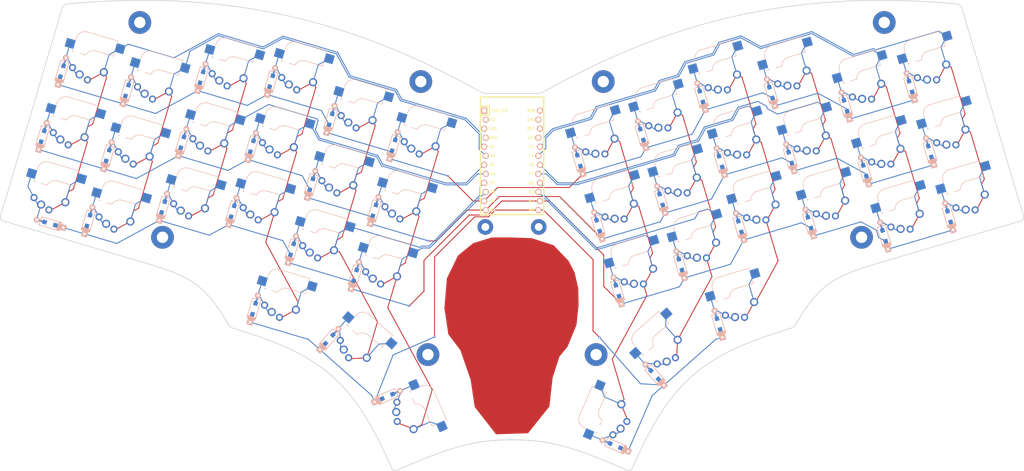
<source format=kicad_pcb>
(kicad_pcb (version 20171130) (host pcbnew 5.1.6-c6e7f7d~87~ubuntu16.04.1)
  (layers (0 F.Cu signal) (31 B.Cu signal) (34 B.Paste user) (35 F.Paste user) (36 B.SilkS user) (37 F.SilkS user) (38 B.Mask user) (39 F.Mask user) (44 Edge.Cuts user))
  (net 0 "")
  (net 1 "Net-(D0-Pad2)")
  (net 2 /row0)
  (net 3 "Net-(D1-Pad2)")
  (net 4 "Net-(D2-Pad2)")
  (net 5 "Net-(D3-Pad2)")
  (net 6 "Net-(D4-Pad2)")
  (net 7 "Net-(D5-Pad2)")
  (net 8 "Net-(D6-Pad2)")
  (net 9 "Net-(D7-Pad2)")
  (net 10 "Net-(D8-Pad2)")
  (net 11 "Net-(D9-Pad2)")
  (net 12 "Net-(D10-Pad2)")
  (net 13 "Net-(D11-Pad2)")
  (net 14 "Net-(D12-Pad2)")
  (net 15 /row1)
  (net 16 "Net-(D13-Pad2)")
  (net 17 "Net-(D14-Pad2)")
  (net 18 "Net-(D15-Pad2)")
  (net 19 "Net-(D16-Pad2)")
  (net 20 "Net-(D17-Pad2)")
  (net 21 "Net-(D18-Pad2)")
  (net 22 "Net-(D19-Pad2)")
  (net 23 "Net-(D20-Pad2)")
  (net 24 "Net-(D21-Pad2)")
  (net 25 "Net-(D22-Pad2)")
  (net 26 "Net-(D23-Pad2)")
  (net 27 "Net-(D24-Pad2)")
  (net 28 /row2)
  (net 29 "Net-(D25-Pad2)")
  (net 30 "Net-(D26-Pad2)")
  (net 31 "Net-(D27-Pad2)")
  (net 32 "Net-(D28-Pad2)")
  (net 33 "Net-(D29-Pad2)")
  (net 34 "Net-(D30-Pad2)")
  (net 35 "Net-(D31-Pad2)")
  (net 36 "Net-(D32-Pad2)")
  (net 37 "Net-(D33-Pad2)")
  (net 38 "Net-(D34-Pad2)")
  (net 39 "Net-(D35-Pad2)")
  (net 40 "Net-(D36-Pad2)")
  (net 41 /row3)
  (net 42 "Net-(D37-Pad2)")
  (net 43 "Net-(D38-Pad2)")
  (net 44 "Net-(D39-Pad2)")
  (net 45 "Net-(D40-Pad2)")
  (net 46 "Net-(D41-Pad2)")
  (net 47 /col0)
  (net 48 /col1)
  (net 49 /col2)
  (net 50 /col3)
  (net 51 /col4)
  (net 52 /col5)
  (net 53 /col6)
  (net 54 /col7)
  (net 55 /col8)
  (net 56 /col9)
  (net 57 /col10)
  (net 58 /col11)
  (net 59 "Net-(U1-Pad1)")
  (net 60 "Net-(U1-Pad2)")
  (net 61 "Net-(U1-Pad24)")
  (net 62 "Net-(U1-Pad22)")
  (net 63 "Net-(U1-Pad21)")
  (net 64 "Net-(U1-Pad23)")
  (net 65 "Net-(U1-Pad4)")
  (net 66 "Net-(U1-Pad3)")
  (module keyswitches:Kailh_socket_MX1350_optional (layer F.Cu) (at 190.432153 122.344059 221.5)
    (fp_text reference K40 hide)
    (fp_text value KEYSW)
    (pad 2 thru_hole circle (at 5 -3.8 221.5) (size 2 2) (drill 1.2) (layers *.Cu *.Mask) (net 45 "Net-(D40-Pad2)"))
    (pad 1 smd rect (at -6.29 5.08 221.5) (size 2.55 2.5) (layers B.Cu B.Paste B.Mask) (net 54 /col7))
    (pad "" np_thru_hole circle (at -2.54 5.08 221.5) (size 3 3) (drill 3) (layers *.Cu *.Mask))
    (pad "" np_thru_hole circle (at 3.81 2.54 221.5) (size 3 3) (drill 3) (layers *.Cu *.Mask))
    (pad 2 thru_hole circle (at 2.54 -5.08 221.5) (size 2.286 2.286) (drill 1.4986) (layers *.Cu *.Mask) (net 45 "Net-(D40-Pad2)"))
    (pad "" np_thru_hole circle (at 0 0 221.5) (size 3.9878 3.9878) (drill 3.9878) (layers *.Cu *.Mask))
    (pad 1 thru_hole circle (at -3.81 -2.54 221.5) (size 2.286 2.286) (drill 1.4986) (layers *.Cu *.Mask) (net 54 /col7))
    (pad "" np_thru_hole circle (at 5.08 0 221.5) (size 1.7018 1.7018) (drill 1.7018) (layers *.Cu *.Mask))
    (pad "" np_thru_hole circle (at -5.08 0 221.5) (size 1.7018 1.7018) (drill 1.7018) (layers *.Cu *.Mask))
    (pad 2 smd rect (at 7.56 2.54 221.5) (size 2.55 2.5) (layers B.Cu B.Paste B.Mask) (net 45 "Net-(D40-Pad2)"))
    (pad 1 thru_hole circle (at 0 -5.9 221.5) (size 2 2) (drill 1.2) (layers *.Cu *.Mask) (net 54 /col7))
  )
  (module keyswitches:Kailh_socket_MX1350_optional (layer F.Cu) (at 175.293253 142.304059 246.5)
    (fp_text reference K39 hide)
    (fp_text value KEYSW)
    (pad 2 thru_hole circle (at 5 -3.8 246.5) (size 2 2) (drill 1.2) (layers *.Cu *.Mask) (net 44 "Net-(D39-Pad2)"))
    (pad 1 smd rect (at -6.29 5.08 246.5) (size 2.55 2.5) (layers B.Cu B.Paste B.Mask) (net 53 /col6))
    (pad "" np_thru_hole circle (at -2.54 5.08 246.5) (size 3 3) (drill 3) (layers *.Cu *.Mask))
    (pad "" np_thru_hole circle (at 3.81 2.54 246.5) (size 3 3) (drill 3) (layers *.Cu *.Mask))
    (pad 2 thru_hole circle (at 2.54 -5.08 246.5) (size 2.286 2.286) (drill 1.4986) (layers *.Cu *.Mask) (net 44 "Net-(D39-Pad2)"))
    (pad "" np_thru_hole circle (at 0 0 246.5) (size 3.9878 3.9878) (drill 3.9878) (layers *.Cu *.Mask))
    (pad 1 thru_hole circle (at -3.81 -2.54 246.5) (size 2.286 2.286) (drill 1.4986) (layers *.Cu *.Mask) (net 53 /col6))
    (pad "" np_thru_hole circle (at 5.08 0 246.5) (size 1.7018 1.7018) (drill 1.7018) (layers *.Cu *.Mask))
    (pad "" np_thru_hole circle (at -5.08 0 246.5) (size 1.7018 1.7018) (drill 1.7018) (layers *.Cu *.Mask))
    (pad 2 smd rect (at 7.56 2.54 246.5) (size 2.55 2.5) (layers B.Cu B.Paste B.Mask) (net 44 "Net-(D39-Pad2)"))
    (pad 1 thru_hole circle (at 0 -5.9 246.5) (size 2 2) (drill 1.2) (layers *.Cu *.Mask) (net 53 /col6))
  )
  (module keyswitches:Kailh_socket_MX1350_optional (layer F.Cu) (at 121.593452 142.304059 113.5)
    (fp_text reference K38 hide)
    (fp_text value KEYSW)
    (pad 2 thru_hole circle (at 5 -3.8 113.5) (size 2 2) (drill 1.2) (layers *.Cu *.Mask) (net 43 "Net-(D38-Pad2)"))
    (pad 1 smd rect (at -6.29 5.08 113.5) (size 2.55 2.5) (layers B.Cu B.Paste B.Mask) (net 52 /col5))
    (pad "" np_thru_hole circle (at -2.54 5.08 113.5) (size 3 3) (drill 3) (layers *.Cu *.Mask))
    (pad "" np_thru_hole circle (at 3.81 2.54 113.5) (size 3 3) (drill 3) (layers *.Cu *.Mask))
    (pad 2 thru_hole circle (at 2.54 -5.08 113.5) (size 2.286 2.286) (drill 1.4986) (layers *.Cu *.Mask) (net 43 "Net-(D38-Pad2)"))
    (pad "" np_thru_hole circle (at 0 0 113.5) (size 3.9878 3.9878) (drill 3.9878) (layers *.Cu *.Mask))
    (pad 1 thru_hole circle (at -3.81 -2.54 113.5) (size 2.286 2.286) (drill 1.4986) (layers *.Cu *.Mask) (net 52 /col5))
    (pad "" np_thru_hole circle (at 5.08 0 113.5) (size 1.7018 1.7018) (drill 1.7018) (layers *.Cu *.Mask))
    (pad "" np_thru_hole circle (at -5.08 0 113.5) (size 1.7018 1.7018) (drill 1.7018) (layers *.Cu *.Mask))
    (pad 2 smd rect (at 7.56 2.54 113.5) (size 2.55 2.5) (layers B.Cu B.Paste B.Mask) (net 43 "Net-(D38-Pad2)"))
    (pad 1 thru_hole circle (at 0 -5.9 113.5) (size 2 2) (drill 1.2) (layers *.Cu *.Mask) (net 52 /col5))
  )
  (module keyswitches:Kailh_socket_MX1350_optional (layer F.Cu) (at 106.454554 122.344058 138.5)
    (fp_text reference K37 hide)
    (fp_text value KEYSW)
    (pad 2 thru_hole circle (at 5 -3.8 138.5) (size 2 2) (drill 1.2) (layers *.Cu *.Mask) (net 42 "Net-(D37-Pad2)"))
    (pad 1 smd rect (at -6.29 5.08 138.5) (size 2.55 2.5) (layers B.Cu B.Paste B.Mask) (net 51 /col4))
    (pad "" np_thru_hole circle (at -2.54 5.08 138.5) (size 3 3) (drill 3) (layers *.Cu *.Mask))
    (pad "" np_thru_hole circle (at 3.81 2.54 138.5) (size 3 3) (drill 3) (layers *.Cu *.Mask))
    (pad 2 thru_hole circle (at 2.54 -5.08 138.5) (size 2.286 2.286) (drill 1.4986) (layers *.Cu *.Mask) (net 42 "Net-(D37-Pad2)"))
    (pad "" np_thru_hole circle (at 0 0 138.5) (size 3.9878 3.9878) (drill 3.9878) (layers *.Cu *.Mask))
    (pad 1 thru_hole circle (at -3.81 -2.54 138.5) (size 2.286 2.286) (drill 1.4986) (layers *.Cu *.Mask) (net 51 /col4))
    (pad "" np_thru_hole circle (at 5.08 0 138.5) (size 1.7018 1.7018) (drill 1.7018) (layers *.Cu *.Mask))
    (pad "" np_thru_hole circle (at -5.08 0 138.5) (size 1.7018 1.7018) (drill 1.7018) (layers *.Cu *.Mask))
    (pad 2 smd rect (at 7.56 2.54 138.5) (size 2.55 2.5) (layers B.Cu B.Paste B.Mask) (net 42 "Net-(D37-Pad2)"))
    (pad 1 thru_hole circle (at 0 -5.9 138.5) (size 2 2) (drill 1.2) (layers *.Cu *.Mask) (net 51 /col4))
  )
  (module art:ack42 (layer F.Cu) (at 148.443352 140.11386)
    (fp_text reference svg2mod hide)
    (fp_text value G*** hide)
  )
  (module art:alien (layer F.Cu) (at 148.443352 113.11386)
    (fp_text reference G*** hide)
    (fp_text value LOGO hide)
  )
  (module keyboard_parts:HOLE_M2 (layer F.Cu) (at 155.943352 90.02206)
    (fp_text reference HOLE_M3 hide)
    (fp_text value VAL** hide)
    (pad 1 thru_hole circle (at 0 0) (size 4.4 4.4) (drill 2.2) (layers *.Cu *.Mask))
  )
  (module keyboard_parts:HOLE_M2 (layer F.Cu) (at 140.943352 90.02206)
    (fp_text reference HOLE_M3 hide)
    (fp_text value VAL** hide)
    (pad 1 thru_hole circle (at 0 0) (size 4.4 4.4) (drill 2.2) (layers *.Cu *.Mask))
  )
  (module Keebio-Parts:ArduinoProMicro-ZigZag (layer F.Cu) (at 148.443352 71.302858 270)
    (fp_text reference U1 hide)
    (fp_text value ProMicro hide)
    (fp_text user TX0/D3 (at -13.97 3.571872) (layer F.SilkS) (effects (font (size 0.8 0.8))))
    (fp_text user D2 (at -11.43 5.461) (layer F.SilkS) (effects (font (size 0.8 0.8))))
    (fp_text user D0 (at -1.27 5.461) (layer F.SilkS) (effects (font (size 0.8 0.8))))
    (fp_text user D1 (at -3.81 5.461) (layer F.SilkS) (effects (font (size 0.8 0.8))))
    (fp_text user GND (at -6.35 5.461) (layer F.SilkS) (effects (font (size 0.8 0.8))))
    (fp_text user GND (at -8.89 5.461) (layer F.SilkS) (effects (font (size 0.8 0.8))))
    (fp_text user D4 (at 1.27 5.461) (layer F.SilkS) (effects (font (size 0.8 0.8))))
    (fp_text user C6 (at 3.81 5.461) (layer F.SilkS) (effects (font (size 0.8 0.8))))
    (fp_text user D7 (at 6.35 5.461) (layer F.SilkS) (effects (font (size 0.8 0.8))))
    (fp_text user E6 (at 8.89 5.461) (layer F.SilkS) (effects (font (size 0.8 0.8))))
    (fp_text user B4 (at 11.43 5.461) (layer F.SilkS) (effects (font (size 0.8 0.8))))
    (fp_text user B5 (at 13.97 5.461) (layer F.SilkS) (effects (font (size 0.8 0.8))))
    (fp_text user B6 (at 13.97 -5.461) (layer F.SilkS) (effects (font (size 0.8 0.8))))
    (fp_text user B3 (at 8.89 -5.461) (layer F.SilkS) (effects (font (size 0.8 0.8))))
    (fp_text user B1 (at 6.35 -5.461) (layer F.SilkS) (effects (font (size 0.8 0.8))))
    (fp_text user F4 (at -3.81 -5.461) (layer F.SilkS) (effects (font (size 0.8 0.8))))
    (fp_text user VCC (at -6.35 -5.461) (layer F.SilkS) (effects (font (size 0.8 0.8))))
    (fp_text user ST (at -8.92 -5.73312) (layer F.SilkS) (effects (font (size 0.8 0.8))))
    (fp_text user GND (at -11.43 -5.461) (layer F.SilkS) (effects (font (size 0.8 0.8))))
    (fp_text user RAW (at -13.97 -5.461) (layer F.SilkS) (effects (font (size 0.8 0.8))))
    (fp_text user F5 (at -1.27 -5.461) (layer F.SilkS) (effects (font (size 0.8 0.8))))
    (fp_text user F6 (at 1.27 -5.461) (layer F.SilkS) (effects (font (size 0.8 0.8))))
    (fp_text user F7 (at 3.81 -5.461) (layer F.SilkS) (effects (font (size 0.8 0.8))))
    (fp_text user B2 (at 11.43 -5.461) (layer F.SilkS) (effects (font (size 0.8 0.8))))
    (pad 24 thru_hole circle (at -13.97 -7.8486 270) (size 1.7526 1.7526) (drill 1.0922) (layers *.Cu *.SilkS *.Mask) (net 61 "Net-(U1-Pad24)"))
    (pad 12 thru_hole circle (at 13.97 7.3914 270) (size 1.7526 1.7526) (drill 1.0922) (layers *.Cu *.SilkS *.Mask) (net 15 /row1))
    (pad 23 thru_hole circle (at -11.43 -7.3914 270) (size 1.7526 1.7526) (drill 1.0922) (layers *.Cu *.SilkS *.Mask) (net 64 "Net-(U1-Pad23)"))
    (pad 22 thru_hole circle (at -8.89 -7.8486 270) (size 1.7526 1.7526) (drill 1.0922) (layers *.Cu *.SilkS *.Mask) (net 62 "Net-(U1-Pad22)"))
    (pad 21 thru_hole circle (at -6.35 -7.3914 270) (size 1.7526 1.7526) (drill 1.0922) (layers *.Cu *.SilkS *.Mask) (net 63 "Net-(U1-Pad21)"))
    (pad 20 thru_hole circle (at -3.81 -7.8486 270) (size 1.7526 1.7526) (drill 1.0922) (layers *.Cu *.SilkS *.Mask) (net 58 /col11))
    (pad 19 thru_hole circle (at -1.27 -7.3914 270) (size 1.7526 1.7526) (drill 1.0922) (layers *.Cu *.SilkS *.Mask) (net 57 /col10))
    (pad 18 thru_hole circle (at 1.27 -7.8486 270) (size 1.7526 1.7526) (drill 1.0922) (layers *.Cu *.SilkS *.Mask) (net 56 /col9))
    (pad 17 thru_hole circle (at 3.81 -7.3914 270) (size 1.7526 1.7526) (drill 1.0922) (layers *.Cu *.SilkS *.Mask) (net 55 /col8))
    (pad 16 thru_hole circle (at 6.35 -7.8486 270) (size 1.7526 1.7526) (drill 1.0922) (layers *.Cu *.SilkS *.Mask) (net 54 /col7))
    (pad 15 thru_hole circle (at 8.89 -7.3914 270) (size 1.7526 1.7526) (drill 1.0922) (layers *.Cu *.SilkS *.Mask) (net 53 /col6))
    (pad 14 thru_hole circle (at 11.43 -7.8486 270) (size 1.7526 1.7526) (drill 1.0922) (layers *.Cu *.SilkS *.Mask) (net 28 /row2))
    (pad 13 thru_hole circle (at 13.97 -7.3914 270) (size 1.7526 1.7526) (drill 1.0922) (layers *.Cu *.SilkS *.Mask) (net 41 /row3))
    (pad 11 thru_hole circle (at 11.43 7.8486 270) (size 1.7526 1.7526) (drill 1.0922) (layers *.Cu *.SilkS *.Mask) (net 2 /row0))
    (pad 10 thru_hole circle (at 8.89 7.3914 270) (size 1.7526 1.7526) (drill 1.0922) (layers *.Cu *.SilkS *.Mask) (net 52 /col5))
    (pad 9 thru_hole circle (at 6.35 7.8486 270) (size 1.7526 1.7526) (drill 1.0922) (layers *.Cu *.SilkS *.Mask) (net 51 /col4))
    (pad 8 thru_hole circle (at 3.81 7.3914 270) (size 1.7526 1.7526) (drill 1.0922) (layers *.Cu *.SilkS *.Mask) (net 50 /col3))
    (pad 7 thru_hole circle (at 1.27 7.8486 270) (size 1.7526 1.7526) (drill 1.0922) (layers *.Cu *.SilkS *.Mask) (net 49 /col2))
    (pad 6 thru_hole circle (at -1.27 7.3914 270) (size 1.7526 1.7526) (drill 1.0922) (layers *.Cu *.SilkS *.Mask) (net 48 /col1))
    (pad 5 thru_hole circle (at -3.81 7.8486 270) (size 1.7526 1.7526) (drill 1.0922) (layers *.Cu *.SilkS *.Mask) (net 47 /col0))
    (pad 4 thru_hole circle (at -6.35 7.3914 270) (size 1.7526 1.7526) (drill 1.0922) (layers *.Cu *.SilkS *.Mask) (net 65 "Net-(U1-Pad4)"))
    (pad 3 thru_hole circle (at -8.89 7.8486 270) (size 1.7526 1.7526) (drill 1.0922) (layers *.Cu *.SilkS *.Mask) (net 66 "Net-(U1-Pad3)"))
    (pad 2 thru_hole circle (at -11.43 7.3914 270) (size 1.7526 1.7526) (drill 1.0922) (layers *.Cu *.SilkS *.Mask) (net 60 "Net-(U1-Pad2)"))
    (pad 1 thru_hole rect (at -13.97 7.8486 270) (size 1.7526 1.7526) (drill 1.0922) (layers *.Cu *.SilkS *.Mask) (net 59 "Net-(U1-Pad1)"))
  )
  (module keyboard_parts:D_SOD123_axial (layer B.Cu) (at 22.013257 46.284698 73.5)
    (fp_text reference D0 hide)
    (fp_text value D hide)
    (pad 2 smd rect (at 1.575 0 73.5) (size 1.2 1.2) (layers B.Cu B.Paste B.Mask) (net 1 "Net-(D0-Pad2)"))
    (pad 1 smd rect (at -1.575 0 73.5) (size 1.2 1.2) (layers B.Cu B.Paste B.Mask) (net 2 /row0))
    (pad 1 thru_hole rect (at -3.9 0 73.5) (size 1.6 1.6) (drill 0.7) (layers *.Cu *.Mask B.SilkS) (net 2 /row0))
    (pad 2 thru_hole circle (at 3.9 0 73.5) (size 1.6 1.6) (drill 0.7) (layers *.Cu *.Mask B.SilkS) (net 1 "Net-(D0-Pad2)"))
    (pad 1 smd rect (at -2.7 0 73.5) (size 2.5 0.5) (layers B.Cu) (net 2 /row0))
    (pad 2 smd rect (at 2.7 0 73.5) (size 2.5 0.5) (layers B.Cu) (net 1 "Net-(D0-Pad2)"))
  )
  (module keyboard_parts:D_SOD123_axial (layer B.Cu) (at 115.186758 67.105098 73.5)
    (fp_text reference D5 hide)
    (fp_text value D hide)
    (pad 2 smd rect (at 1.575 0 73.5) (size 1.2 1.2) (layers B.Cu B.Paste B.Mask) (net 7 "Net-(D5-Pad2)"))
    (pad 1 smd rect (at -1.575 0 73.5) (size 1.2 1.2) (layers B.Cu B.Paste B.Mask) (net 2 /row0))
    (pad 1 thru_hole rect (at -3.9 0 73.5) (size 1.6 1.6) (drill 0.7) (layers *.Cu *.Mask B.SilkS) (net 2 /row0))
    (pad 2 thru_hole circle (at 3.9 0 73.5) (size 1.6 1.6) (drill 0.7) (layers *.Cu *.Mask B.SilkS) (net 7 "Net-(D5-Pad2)"))
    (pad 1 smd rect (at -2.7 0 73.5) (size 2.5 0.5) (layers B.Cu) (net 2 /row0))
    (pad 2 smd rect (at 2.7 0 73.5) (size 2.5 0.5) (layers B.Cu) (net 7 "Net-(D5-Pad2)"))
  )
  (module keyswitches:Kailh_socket_MX1350_optional (layer F.Cu) (at 124.024852 63.851261 163.5)
    (fp_text reference K5 hide)
    (fp_text value KEYSW)
    (pad 1 thru_hole circle (at 0 -5.9 163.5) (size 2 2) (drill 1.2) (layers *.Cu *.Mask) (net 52 /col5))
    (pad 2 smd rect (at 7.56 2.54 163.5) (size 2.55 2.5) (layers B.Cu B.Paste B.Mask) (net 7 "Net-(D5-Pad2)"))
    (pad "" np_thru_hole circle (at -5.08 0 163.5) (size 1.7018 1.7018) (drill 1.7018) (layers *.Cu *.Mask))
    (pad "" np_thru_hole circle (at 5.08 0 163.5) (size 1.7018 1.7018) (drill 1.7018) (layers *.Cu *.Mask))
    (pad 1 thru_hole circle (at -3.81 -2.54 163.5) (size 2.286 2.286) (drill 1.4986) (layers *.Cu *.Mask) (net 52 /col5))
    (pad "" np_thru_hole circle (at 0 0 163.5) (size 3.9878 3.9878) (drill 3.9878) (layers *.Cu *.Mask))
    (pad 2 thru_hole circle (at 2.54 -5.08 163.5) (size 2.286 2.286) (drill 1.4986) (layers *.Cu *.Mask) (net 7 "Net-(D5-Pad2)"))
    (pad "" np_thru_hole circle (at 3.81 2.54 163.5) (size 3 3) (drill 3) (layers *.Cu *.Mask))
    (pad "" np_thru_hole circle (at -2.54 5.08 163.5) (size 3 3) (drill 3) (layers *.Cu *.Mask))
    (pad 1 smd rect (at -6.29 5.08 163.5) (size 2.55 2.5) (layers B.Cu B.Paste B.Mask) (net 52 /col5))
    (pad 2 thru_hole circle (at 5 -3.8 163.5) (size 2 2) (drill 1.2) (layers *.Cu *.Mask) (net 7 "Net-(D5-Pad2)"))
  )
  (module keyboard_parts:HOLE_M3 (layer F.Cu) (at 124.822153 125.87656)
    (fp_text reference HOLE_M3 hide)
    (fp_text value VAL** hide)
    (pad 1 thru_hole circle (at 0 0) (size 6.4 6.4) (drill 3.2) (layers *.Cu *.Mask))
  )
  (module keyboard_parts:HOLE_M3 (layer F.Cu) (at 253.004352 32.576859)
    (fp_text reference HOLE_M3 hide)
    (fp_text value VAL** hide)
    (pad 1 thru_hole circle (at 0 0) (size 6.4 6.4) (drill 3.2) (layers *.Cu *.Mask))
  )
  (module keyboard_parts:HOLE_M3 (layer F.Cu) (at 246.631254 92.921759)
    (fp_text reference HOLE_M3 hide)
    (fp_text value VAL** hide)
    (pad 1 thru_hole circle (at 0 0) (size 6.4 6.4) (drill 3.2) (layers *.Cu *.Mask))
  )
  (module keyboard_parts:HOLE_M3 (layer F.Cu) (at 172.064552 125.876559)
    (fp_text reference HOLE_M3 hide)
    (fp_text value VAL** hide)
    (pad 1 thru_hole circle (at 0 0) (size 6.4 6.4) (drill 3.2) (layers *.Cu *.Mask))
  )
  (module keyboard_parts:HOLE_M3 (layer F.Cu) (at 174.069552 49.178859)
    (fp_text reference HOLE_M3 hide)
    (fp_text value VAL** hide)
    (pad 1 thru_hole circle (at 0 0) (size 6.4 6.4) (drill 3.2) (layers *.Cu *.Mask))
  )
  (module keyboard_parts:HOLE_M3 (layer F.Cu) (at 50.255452 92.921759)
    (fp_text reference HOLE_M3 hide)
    (fp_text value VAL** hide)
    (pad 1 thru_hole circle (at 0 0) (size 6.4 6.4) (drill 3.2) (layers *.Cu *.Mask))
  )
  (module keyboard_parts:HOLE_M3 (layer F.Cu) (at 122.817151 49.178859)
    (fp_text reference HOLE_M3 hide)
    (fp_text value VAL** hide)
    (pad 1 thru_hole circle (at 0 0) (size 6.4 6.4) (drill 3.2) (layers *.Cu *.Mask))
  )
  (module keyboard_parts:HOLE_M3 (layer F.Cu) (at 43.882354 32.57686)
    (fp_text reference HOLE_M3 hide)
    (fp_text value VAL** hide)
    (pad 1 thru_hole circle (at 0 0) (size 6.4 6.4) (drill 3.2) (layers *.Cu *.Mask))
  )
  (module keyswitches:Kailh_socket_MX1350_optional (layer F.Cu) (at 25.440352 61.296658 163.5)
    (fp_text reference K12 hide)
    (fp_text value KEYSW)
    (pad 1 thru_hole circle (at 0 -5.9 163.5) (size 2 2) (drill 1.2) (layers *.Cu *.Mask) (net 47 /col0))
    (pad 2 smd rect (at 7.56 2.54 163.5) (size 2.55 2.5) (layers B.Cu B.Paste B.Mask) (net 14 "Net-(D12-Pad2)"))
    (pad "" np_thru_hole circle (at -5.08 0 163.5) (size 1.7018 1.7018) (drill 1.7018) (layers *.Cu *.Mask))
    (pad "" np_thru_hole circle (at 5.08 0 163.5) (size 1.7018 1.7018) (drill 1.7018) (layers *.Cu *.Mask))
    (pad 1 thru_hole circle (at -3.81 -2.54 163.5) (size 2.286 2.286) (drill 1.4986) (layers *.Cu *.Mask) (net 47 /col0))
    (pad "" np_thru_hole circle (at 0 0 163.5) (size 3.9878 3.9878) (drill 3.9878) (layers *.Cu *.Mask))
    (pad 2 thru_hole circle (at 2.54 -5.08 163.5) (size 2.286 2.286) (drill 1.4986) (layers *.Cu *.Mask) (net 14 "Net-(D12-Pad2)"))
    (pad "" np_thru_hole circle (at 3.81 2.54 163.5) (size 3 3) (drill 3) (layers *.Cu *.Mask))
    (pad "" np_thru_hole circle (at -2.54 5.08 163.5) (size 3 3) (drill 3) (layers *.Cu *.Mask))
    (pad 1 smd rect (at -6.29 5.08 163.5) (size 2.55 2.5) (layers B.Cu B.Paste B.Mask) (net 47 /col0))
    (pad 2 thru_hole circle (at 5 -3.8 163.5) (size 2 2) (drill 1.2) (layers *.Cu *.Mask) (net 14 "Net-(D12-Pad2)"))
  )
  (module keyswitches:Kailh_socket_MX1350_optional (layer F.Cu) (at 118.614354 82.116758 163.5)
    (fp_text reference K17 hide)
    (fp_text value KEYSW)
    (pad 1 thru_hole circle (at 0 -5.9 163.5) (size 2 2) (drill 1.2) (layers *.Cu *.Mask) (net 52 /col5))
    (pad 2 smd rect (at 7.56 2.54 163.5) (size 2.55 2.5) (layers B.Cu B.Paste B.Mask) (net 20 "Net-(D17-Pad2)"))
    (pad "" np_thru_hole circle (at -5.08 0 163.5) (size 1.7018 1.7018) (drill 1.7018) (layers *.Cu *.Mask))
    (pad "" np_thru_hole circle (at 5.08 0 163.5) (size 1.7018 1.7018) (drill 1.7018) (layers *.Cu *.Mask))
    (pad 1 thru_hole circle (at -3.81 -2.54 163.5) (size 2.286 2.286) (drill 1.4986) (layers *.Cu *.Mask) (net 52 /col5))
    (pad "" np_thru_hole circle (at 0 0 163.5) (size 3.9878 3.9878) (drill 3.9878) (layers *.Cu *.Mask))
    (pad 2 thru_hole circle (at 2.54 -5.08 163.5) (size 2.286 2.286) (drill 1.4986) (layers *.Cu *.Mask) (net 20 "Net-(D17-Pad2)"))
    (pad "" np_thru_hole circle (at 3.81 2.54 163.5) (size 3 3) (drill 3) (layers *.Cu *.Mask))
    (pad "" np_thru_hole circle (at -2.54 5.08 163.5) (size 3 3) (drill 3) (layers *.Cu *.Mask))
    (pad 1 smd rect (at -6.29 5.08 163.5) (size 2.55 2.5) (layers B.Cu B.Paste B.Mask) (net 52 /col5))
    (pad 2 thru_hole circle (at 5 -3.8 163.5) (size 2 2) (drill 1.2) (layers *.Cu *.Mask) (net 20 "Net-(D17-Pad2)"))
  )
  (module keyboard_parts:D_SOD123_axial (layer B.Cu) (at 40.278558 51.6957 73.5)
    (fp_text reference D1 hide)
    (fp_text value D hide)
    (pad 2 smd rect (at 1.575 0 73.5) (size 1.2 1.2) (layers B.Cu B.Paste B.Mask) (net 3 "Net-(D1-Pad2)"))
    (pad 1 smd rect (at -1.575 0 73.5) (size 1.2 1.2) (layers B.Cu B.Paste B.Mask) (net 2 /row0))
    (pad 1 thru_hole rect (at -3.9 0 73.5) (size 1.6 1.6) (drill 0.7) (layers *.Cu *.Mask B.SilkS) (net 2 /row0))
    (pad 2 thru_hole circle (at 3.9 0 73.5) (size 1.6 1.6) (drill 0.7) (layers *.Cu *.Mask B.SilkS) (net 3 "Net-(D1-Pad2)"))
    (pad 1 smd rect (at -2.7 0 73.5) (size 2.5 0.5) (layers B.Cu) (net 2 /row0))
    (pad 2 smd rect (at 2.7 0 73.5) (size 2.5 0.5) (layers B.Cu) (net 3 "Net-(D1-Pad2)"))
  )
  (module keyboard_parts:D_SOD123_axial (layer B.Cu) (at 61.242158 47.996698 73.5)
    (fp_text reference D2 hide)
    (fp_text value D hide)
    (pad 2 smd rect (at 1.575 0 73.5) (size 1.2 1.2) (layers B.Cu B.Paste B.Mask) (net 4 "Net-(D2-Pad2)"))
    (pad 1 smd rect (at -1.575 0 73.5) (size 1.2 1.2) (layers B.Cu B.Paste B.Mask) (net 2 /row0))
    (pad 1 thru_hole rect (at -3.9 0 73.5) (size 1.6 1.6) (drill 0.7) (layers *.Cu *.Mask B.SilkS) (net 2 /row0))
    (pad 2 thru_hole circle (at 3.9 0 73.5) (size 1.6 1.6) (drill 0.7) (layers *.Cu *.Mask B.SilkS) (net 4 "Net-(D2-Pad2)"))
    (pad 1 smd rect (at -2.7 0 73.5) (size 2.5 0.5) (layers B.Cu) (net 2 /row0))
    (pad 2 smd rect (at 2.7 0 73.5) (size 2.5 0.5) (layers B.Cu) (net 4 "Net-(D2-Pad2)"))
  )
  (module keyboard_parts:D_SOD123_axial (layer B.Cu) (at 80.785758 49.092701 73.5)
    (fp_text reference D3 hide)
    (fp_text value D hide)
    (pad 2 smd rect (at 1.575 0 73.5) (size 1.2 1.2) (layers B.Cu B.Paste B.Mask) (net 5 "Net-(D3-Pad2)"))
    (pad 1 smd rect (at -1.575 0 73.5) (size 1.2 1.2) (layers B.Cu B.Paste B.Mask) (net 2 /row0))
    (pad 1 thru_hole rect (at -3.9 0 73.5) (size 1.6 1.6) (drill 0.7) (layers *.Cu *.Mask B.SilkS) (net 2 /row0))
    (pad 2 thru_hole circle (at 3.9 0 73.5) (size 1.6 1.6) (drill 0.7) (layers *.Cu *.Mask B.SilkS) (net 5 "Net-(D3-Pad2)"))
    (pad 1 smd rect (at -2.7 0 73.5) (size 2.5 0.5) (layers B.Cu) (net 2 /row0))
    (pad 2 smd rect (at 2.7 0 73.5) (size 2.5 0.5) (layers B.Cu) (net 5 "Net-(D3-Pad2)"))
  )
  (module keyboard_parts:D_SOD123_axial (layer B.Cu) (at 97.489257 59.776699 73.5)
    (fp_text reference D4 hide)
    (fp_text value D hide)
    (pad 2 smd rect (at 1.575 0 73.5) (size 1.2 1.2) (layers B.Cu B.Paste B.Mask) (net 6 "Net-(D4-Pad2)"))
    (pad 1 smd rect (at -1.575 0 73.5) (size 1.2 1.2) (layers B.Cu B.Paste B.Mask) (net 2 /row0))
    (pad 1 thru_hole rect (at -3.9 0 73.5) (size 1.6 1.6) (drill 0.7) (layers *.Cu *.Mask B.SilkS) (net 2 /row0))
    (pad 2 thru_hole circle (at 3.9 0 73.5) (size 1.6 1.6) (drill 0.7) (layers *.Cu *.Mask B.SilkS) (net 6 "Net-(D4-Pad2)"))
    (pad 1 smd rect (at -2.7 0 73.5) (size 2.5 0.5) (layers B.Cu) (net 2 /row0))
    (pad 2 smd rect (at 2.7 0 73.5) (size 2.5 0.5) (layers B.Cu) (net 6 "Net-(D4-Pad2)"))
  )
  (module keyboard_parts:D_SOD123_axial (layer B.Cu) (at 167.221771 71.393731 106.5)
    (fp_text reference D6 hide)
    (fp_text value D hide)
    (pad 2 smd rect (at 1.575 0 106.5) (size 1.2 1.2) (layers B.Cu B.Paste B.Mask) (net 8 "Net-(D6-Pad2)"))
    (pad 1 smd rect (at -1.575 0 106.5) (size 1.2 1.2) (layers B.Cu B.Paste B.Mask) (net 2 /row0))
    (pad 1 thru_hole rect (at -3.9 0 106.5) (size 1.6 1.6) (drill 0.7) (layers *.Cu *.Mask B.SilkS) (net 2 /row0))
    (pad 2 thru_hole circle (at 3.9 0 106.5) (size 1.6 1.6) (drill 0.7) (layers *.Cu *.Mask B.SilkS) (net 8 "Net-(D6-Pad2)"))
    (pad 1 smd rect (at -2.7 0 106.5) (size 2.5 0.5) (layers B.Cu) (net 2 /row0))
    (pad 2 smd rect (at 2.7 0 106.5) (size 2.5 0.5) (layers B.Cu) (net 8 "Net-(D6-Pad2)"))
  )
  (module keyboard_parts:D_SOD123_axial (layer B.Cu) (at 184.91927 64.06533 106.5)
    (fp_text reference D7 hide)
    (fp_text value D hide)
    (pad 2 smd rect (at 1.575 0 106.5) (size 1.2 1.2) (layers B.Cu B.Paste B.Mask) (net 9 "Net-(D7-Pad2)"))
    (pad 1 smd rect (at -1.575 0 106.5) (size 1.2 1.2) (layers B.Cu B.Paste B.Mask) (net 2 /row0))
    (pad 1 thru_hole rect (at -3.9 0 106.5) (size 1.6 1.6) (drill 0.7) (layers *.Cu *.Mask B.SilkS) (net 2 /row0))
    (pad 2 thru_hole circle (at 3.9 0 106.5) (size 1.6 1.6) (drill 0.7) (layers *.Cu *.Mask B.SilkS) (net 9 "Net-(D7-Pad2)"))
    (pad 1 smd rect (at -2.7 0 106.5) (size 2.5 0.5) (layers B.Cu) (net 2 /row0))
    (pad 2 smd rect (at 2.7 0 106.5) (size 2.5 0.5) (layers B.Cu) (net 9 "Net-(D7-Pad2)"))
  )
  (module keyboard_parts:D_SOD123_axial (layer B.Cu) (at 201.622769 53.38133 106.5)
    (fp_text reference D8 hide)
    (fp_text value D hide)
    (pad 2 smd rect (at 1.575 0 106.5) (size 1.2 1.2) (layers B.Cu B.Paste B.Mask) (net 10 "Net-(D8-Pad2)"))
    (pad 1 smd rect (at -1.575 0 106.5) (size 1.2 1.2) (layers B.Cu B.Paste B.Mask) (net 2 /row0))
    (pad 1 thru_hole rect (at -3.9 0 106.5) (size 1.6 1.6) (drill 0.7) (layers *.Cu *.Mask B.SilkS) (net 2 /row0))
    (pad 2 thru_hole circle (at 3.9 0 106.5) (size 1.6 1.6) (drill 0.7) (layers *.Cu *.Mask B.SilkS) (net 10 "Net-(D8-Pad2)"))
    (pad 1 smd rect (at -2.7 0 106.5) (size 2.5 0.5) (layers B.Cu) (net 2 /row0))
    (pad 2 smd rect (at 2.7 0 106.5) (size 2.5 0.5) (layers B.Cu) (net 10 "Net-(D8-Pad2)"))
  )
  (module keyboard_parts:D_SOD123_axial (layer B.Cu) (at 221.166371 52.285331 106.5)
    (fp_text reference D9 hide)
    (fp_text value D hide)
    (pad 2 smd rect (at 1.575 0 106.5) (size 1.2 1.2) (layers B.Cu B.Paste B.Mask) (net 11 "Net-(D9-Pad2)"))
    (pad 1 smd rect (at -1.575 0 106.5) (size 1.2 1.2) (layers B.Cu B.Paste B.Mask) (net 2 /row0))
    (pad 1 thru_hole rect (at -3.9 0 106.5) (size 1.6 1.6) (drill 0.7) (layers *.Cu *.Mask B.SilkS) (net 2 /row0))
    (pad 2 thru_hole circle (at 3.9 0 106.5) (size 1.6 1.6) (drill 0.7) (layers *.Cu *.Mask B.SilkS) (net 11 "Net-(D9-Pad2)"))
    (pad 1 smd rect (at -2.7 0 106.5) (size 2.5 0.5) (layers B.Cu) (net 2 /row0))
    (pad 2 smd rect (at 2.7 0 106.5) (size 2.5 0.5) (layers B.Cu) (net 11 "Net-(D9-Pad2)"))
  )
  (module keyboard_parts:D_SOD123_axial (layer B.Cu) (at 242.129968 55.984331 106.5)
    (fp_text reference D10 hide)
    (fp_text value D hide)
    (pad 2 smd rect (at 1.575 0 106.5) (size 1.2 1.2) (layers B.Cu B.Paste B.Mask) (net 12 "Net-(D10-Pad2)"))
    (pad 1 smd rect (at -1.575 0 106.5) (size 1.2 1.2) (layers B.Cu B.Paste B.Mask) (net 2 /row0))
    (pad 1 thru_hole rect (at -3.9 0 106.5) (size 1.6 1.6) (drill 0.7) (layers *.Cu *.Mask B.SilkS) (net 2 /row0))
    (pad 2 thru_hole circle (at 3.9 0 106.5) (size 1.6 1.6) (drill 0.7) (layers *.Cu *.Mask B.SilkS) (net 12 "Net-(D10-Pad2)"))
    (pad 1 smd rect (at -2.7 0 106.5) (size 2.5 0.5) (layers B.Cu) (net 2 /row0))
    (pad 2 smd rect (at 2.7 0 106.5) (size 2.5 0.5) (layers B.Cu) (net 12 "Net-(D10-Pad2)"))
  )
  (module keyboard_parts:D_SOD123_axial (layer B.Cu) (at 260.39527 50.57333 106.5)
    (fp_text reference D11 hide)
    (fp_text value D hide)
    (pad 2 smd rect (at 1.575 0 106.5) (size 1.2 1.2) (layers B.Cu B.Paste B.Mask) (net 13 "Net-(D11-Pad2)"))
    (pad 1 smd rect (at -1.575 0 106.5) (size 1.2 1.2) (layers B.Cu B.Paste B.Mask) (net 2 /row0))
    (pad 1 thru_hole rect (at -3.9 0 106.5) (size 1.6 1.6) (drill 0.7) (layers *.Cu *.Mask B.SilkS) (net 2 /row0))
    (pad 2 thru_hole circle (at 3.9 0 106.5) (size 1.6 1.6) (drill 0.7) (layers *.Cu *.Mask B.SilkS) (net 13 "Net-(D11-Pad2)"))
    (pad 1 smd rect (at -2.7 0 106.5) (size 2.5 0.5) (layers B.Cu) (net 2 /row0))
    (pad 2 smd rect (at 2.7 0 106.5) (size 2.5 0.5) (layers B.Cu) (net 13 "Net-(D11-Pad2)"))
  )
  (module keyboard_parts:D_SOD123_axial (layer B.Cu) (at 16.602256 64.550498 73.5)
    (fp_text reference D12 hide)
    (fp_text value D hide)
    (pad 2 smd rect (at 1.575 0 73.5) (size 1.2 1.2) (layers B.Cu B.Paste B.Mask) (net 14 "Net-(D12-Pad2)"))
    (pad 1 smd rect (at -1.575 0 73.5) (size 1.2 1.2) (layers B.Cu B.Paste B.Mask) (net 15 /row1))
    (pad 1 thru_hole rect (at -3.9 0 73.5) (size 1.6 1.6) (drill 0.7) (layers *.Cu *.Mask B.SilkS) (net 15 /row1))
    (pad 2 thru_hole circle (at 3.9 0 73.5) (size 1.6 1.6) (drill 0.7) (layers *.Cu *.Mask B.SilkS) (net 14 "Net-(D12-Pad2)"))
    (pad 1 smd rect (at -2.7 0 73.5) (size 2.5 0.5) (layers B.Cu) (net 15 /row1))
    (pad 2 smd rect (at 2.7 0 73.5) (size 2.5 0.5) (layers B.Cu) (net 14 "Net-(D12-Pad2)"))
  )
  (module keyboard_parts:D_SOD123_axial (layer B.Cu) (at 34.868257 69.960998 73.5)
    (fp_text reference D13 hide)
    (fp_text value D hide)
    (pad 2 smd rect (at 1.575 0 73.5) (size 1.2 1.2) (layers B.Cu B.Paste B.Mask) (net 16 "Net-(D13-Pad2)"))
    (pad 1 smd rect (at -1.575 0 73.5) (size 1.2 1.2) (layers B.Cu B.Paste B.Mask) (net 15 /row1))
    (pad 1 thru_hole rect (at -3.9 0 73.5) (size 1.6 1.6) (drill 0.7) (layers *.Cu *.Mask B.SilkS) (net 15 /row1))
    (pad 2 thru_hole circle (at 3.9 0 73.5) (size 1.6 1.6) (drill 0.7) (layers *.Cu *.Mask B.SilkS) (net 16 "Net-(D13-Pad2)"))
    (pad 1 smd rect (at -2.7 0 73.5) (size 2.5 0.5) (layers B.Cu) (net 15 /row1))
    (pad 2 smd rect (at 2.7 0 73.5) (size 2.5 0.5) (layers B.Cu) (net 16 "Net-(D13-Pad2)"))
  )
  (module keyboard_parts:D_SOD123_axial (layer B.Cu) (at 55.831756 66.262698 73.5)
    (fp_text reference D14 hide)
    (fp_text value D hide)
    (pad 2 smd rect (at 1.575 0 73.5) (size 1.2 1.2) (layers B.Cu B.Paste B.Mask) (net 17 "Net-(D14-Pad2)"))
    (pad 1 smd rect (at -1.575 0 73.5) (size 1.2 1.2) (layers B.Cu B.Paste B.Mask) (net 15 /row1))
    (pad 1 thru_hole rect (at -3.9 0 73.5) (size 1.6 1.6) (drill 0.7) (layers *.Cu *.Mask B.SilkS) (net 15 /row1))
    (pad 2 thru_hole circle (at 3.9 0 73.5) (size 1.6 1.6) (drill 0.7) (layers *.Cu *.Mask B.SilkS) (net 17 "Net-(D14-Pad2)"))
    (pad 1 smd rect (at -2.7 0 73.5) (size 2.5 0.5) (layers B.Cu) (net 15 /row1))
    (pad 2 smd rect (at 2.7 0 73.5) (size 2.5 0.5) (layers B.Cu) (net 17 "Net-(D14-Pad2)"))
  )
  (module keyboard_parts:D_SOD123_axial (layer B.Cu) (at 75.375257 67.358497 73.5)
    (fp_text reference D15 hide)
    (fp_text value D hide)
    (pad 2 smd rect (at 1.575 0 73.5) (size 1.2 1.2) (layers B.Cu B.Paste B.Mask) (net 18 "Net-(D15-Pad2)"))
    (pad 1 smd rect (at -1.575 0 73.5) (size 1.2 1.2) (layers B.Cu B.Paste B.Mask) (net 15 /row1))
    (pad 1 thru_hole rect (at -3.9 0 73.5) (size 1.6 1.6) (drill 0.7) (layers *.Cu *.Mask B.SilkS) (net 15 /row1))
    (pad 2 thru_hole circle (at 3.9 0 73.5) (size 1.6 1.6) (drill 0.7) (layers *.Cu *.Mask B.SilkS) (net 18 "Net-(D15-Pad2)"))
    (pad 1 smd rect (at -2.7 0 73.5) (size 2.5 0.5) (layers B.Cu) (net 15 /row1))
    (pad 2 smd rect (at 2.7 0 73.5) (size 2.5 0.5) (layers B.Cu) (net 18 "Net-(D15-Pad2)"))
  )
  (module keyboard_parts:D_SOD123_axial (layer B.Cu) (at 92.078758 78.042499 73.5)
    (fp_text reference D16 hide)
    (fp_text value D hide)
    (pad 2 smd rect (at 1.575 0 73.5) (size 1.2 1.2) (layers B.Cu B.Paste B.Mask) (net 19 "Net-(D16-Pad2)"))
    (pad 1 smd rect (at -1.575 0 73.5) (size 1.2 1.2) (layers B.Cu B.Paste B.Mask) (net 15 /row1))
    (pad 1 thru_hole rect (at -3.9 0 73.5) (size 1.6 1.6) (drill 0.7) (layers *.Cu *.Mask B.SilkS) (net 15 /row1))
    (pad 2 thru_hole circle (at 3.9 0 73.5) (size 1.6 1.6) (drill 0.7) (layers *.Cu *.Mask B.SilkS) (net 19 "Net-(D16-Pad2)"))
    (pad 1 smd rect (at -2.7 0 73.5) (size 2.5 0.5) (layers B.Cu) (net 15 /row1))
    (pad 2 smd rect (at 2.7 0 73.5) (size 2.5 0.5) (layers B.Cu) (net 19 "Net-(D16-Pad2)"))
  )
  (module keyboard_parts:D_SOD123_axial (layer B.Cu) (at 109.776259 85.370596 73.5)
    (fp_text reference D17 hide)
    (fp_text value D hide)
    (pad 2 smd rect (at 1.575 0 73.5) (size 1.2 1.2) (layers B.Cu B.Paste B.Mask) (net 20 "Net-(D17-Pad2)"))
    (pad 1 smd rect (at -1.575 0 73.5) (size 1.2 1.2) (layers B.Cu B.Paste B.Mask) (net 15 /row1))
    (pad 1 thru_hole rect (at -3.9 0 73.5) (size 1.6 1.6) (drill 0.7) (layers *.Cu *.Mask B.SilkS) (net 15 /row1))
    (pad 2 thru_hole circle (at 3.9 0 73.5) (size 1.6 1.6) (drill 0.7) (layers *.Cu *.Mask B.SilkS) (net 20 "Net-(D17-Pad2)"))
    (pad 1 smd rect (at -2.7 0 73.5) (size 2.5 0.5) (layers B.Cu) (net 15 /row1))
    (pad 2 smd rect (at 2.7 0 73.5) (size 2.5 0.5) (layers B.Cu) (net 20 "Net-(D17-Pad2)"))
  )
  (module keyboard_parts:D_SOD123_axial (layer B.Cu) (at 172.632269 89.659232 106.5)
    (fp_text reference D18 hide)
    (fp_text value D hide)
    (pad 2 smd rect (at 1.575 0 106.5) (size 1.2 1.2) (layers B.Cu B.Paste B.Mask) (net 21 "Net-(D18-Pad2)"))
    (pad 1 smd rect (at -1.575 0 106.5) (size 1.2 1.2) (layers B.Cu B.Paste B.Mask) (net 15 /row1))
    (pad 1 thru_hole rect (at -3.9 0 106.5) (size 1.6 1.6) (drill 0.7) (layers *.Cu *.Mask B.SilkS) (net 15 /row1))
    (pad 2 thru_hole circle (at 3.9 0 106.5) (size 1.6 1.6) (drill 0.7) (layers *.Cu *.Mask B.SilkS) (net 21 "Net-(D18-Pad2)"))
    (pad 1 smd rect (at -2.7 0 106.5) (size 2.5 0.5) (layers B.Cu) (net 15 /row1))
    (pad 2 smd rect (at 2.7 0 106.5) (size 2.5 0.5) (layers B.Cu) (net 21 "Net-(D18-Pad2)"))
  )
  (module keyboard_parts:D_SOD123_axial (layer B.Cu) (at 190.32977 82.331131 106.5)
    (fp_text reference D19 hide)
    (fp_text value D hide)
    (pad 2 smd rect (at 1.575 0 106.5) (size 1.2 1.2) (layers B.Cu B.Paste B.Mask) (net 22 "Net-(D19-Pad2)"))
    (pad 1 smd rect (at -1.575 0 106.5) (size 1.2 1.2) (layers B.Cu B.Paste B.Mask) (net 15 /row1))
    (pad 1 thru_hole rect (at -3.9 0 106.5) (size 1.6 1.6) (drill 0.7) (layers *.Cu *.Mask B.SilkS) (net 15 /row1))
    (pad 2 thru_hole circle (at 3.9 0 106.5) (size 1.6 1.6) (drill 0.7) (layers *.Cu *.Mask B.SilkS) (net 22 "Net-(D19-Pad2)"))
    (pad 1 smd rect (at -2.7 0 106.5) (size 2.5 0.5) (layers B.Cu) (net 15 /row1))
    (pad 2 smd rect (at 2.7 0 106.5) (size 2.5 0.5) (layers B.Cu) (net 22 "Net-(D19-Pad2)"))
  )
  (module keyboard_parts:D_SOD123_axial (layer B.Cu) (at 207.033268 71.647131 106.5)
    (fp_text reference D20 hide)
    (fp_text value D hide)
    (pad 2 smd rect (at 2.7 0 106.5) (size 2.5 0.5) (layers B.Cu) (net 23 "Net-(D20-Pad2)"))
    (pad 1 smd rect (at -2.7 0 106.5) (size 2.5 0.5) (layers B.Cu) (net 15 /row1))
    (pad 2 thru_hole circle (at 3.9 0 106.5) (size 1.6 1.6) (drill 0.7) (layers *.Cu *.Mask B.SilkS) (net 23 "Net-(D20-Pad2)"))
    (pad 1 thru_hole rect (at -3.9 0 106.5) (size 1.6 1.6) (drill 0.7) (layers *.Cu *.Mask B.SilkS) (net 15 /row1))
    (pad 1 smd rect (at -1.575 0 106.5) (size 1.2 1.2) (layers B.Cu B.Paste B.Mask) (net 15 /row1))
    (pad 2 smd rect (at 1.575 0 106.5) (size 1.2 1.2) (layers B.Cu B.Paste B.Mask) (net 23 "Net-(D20-Pad2)"))
  )
  (module keyboard_parts:D_SOD123_axial (layer B.Cu) (at 226.57677 70.551331 106.5)
    (fp_text reference D21 hide)
    (fp_text value D hide)
    (pad 2 smd rect (at 1.575 0 106.5) (size 1.2 1.2) (layers B.Cu B.Paste B.Mask) (net 24 "Net-(D21-Pad2)"))
    (pad 1 smd rect (at -1.575 0 106.5) (size 1.2 1.2) (layers B.Cu B.Paste B.Mask) (net 15 /row1))
    (pad 1 thru_hole rect (at -3.9 0 106.5) (size 1.6 1.6) (drill 0.7) (layers *.Cu *.Mask B.SilkS) (net 15 /row1))
    (pad 2 thru_hole circle (at 3.9 0 106.5) (size 1.6 1.6) (drill 0.7) (layers *.Cu *.Mask B.SilkS) (net 24 "Net-(D21-Pad2)"))
    (pad 1 smd rect (at -2.7 0 106.5) (size 2.5 0.5) (layers B.Cu) (net 15 /row1))
    (pad 2 smd rect (at 2.7 0 106.5) (size 2.5 0.5) (layers B.Cu) (net 24 "Net-(D21-Pad2)"))
  )
  (module keyboard_parts:D_SOD123_axial (layer B.Cu) (at 247.54027 74.249632 106.5)
    (fp_text reference D22 hide)
    (fp_text value D hide)
    (pad 2 smd rect (at 1.575 0 106.5) (size 1.2 1.2) (layers B.Cu B.Paste B.Mask) (net 25 "Net-(D22-Pad2)"))
    (pad 1 smd rect (at -1.575 0 106.5) (size 1.2 1.2) (layers B.Cu B.Paste B.Mask) (net 15 /row1))
    (pad 1 thru_hole rect (at -3.9 0 106.5) (size 1.6 1.6) (drill 0.7) (layers *.Cu *.Mask B.SilkS) (net 15 /row1))
    (pad 2 thru_hole circle (at 3.9 0 106.5) (size 1.6 1.6) (drill 0.7) (layers *.Cu *.Mask B.SilkS) (net 25 "Net-(D22-Pad2)"))
    (pad 1 smd rect (at -2.7 0 106.5) (size 2.5 0.5) (layers B.Cu) (net 15 /row1))
    (pad 2 smd rect (at 2.7 0 106.5) (size 2.5 0.5) (layers B.Cu) (net 25 "Net-(D22-Pad2)"))
  )
  (module keyboard_parts:D_SOD123_axial (layer B.Cu) (at 265.806271 68.839129 106.5)
    (fp_text reference D23 hide)
    (fp_text value D hide)
    (pad 2 smd rect (at 1.575 0 106.5) (size 1.2 1.2) (layers B.Cu B.Paste B.Mask) (net 26 "Net-(D23-Pad2)"))
    (pad 1 smd rect (at -1.575 0 106.5) (size 1.2 1.2) (layers B.Cu B.Paste B.Mask) (net 15 /row1))
    (pad 1 thru_hole rect (at -3.9 0 106.5) (size 1.6 1.6) (drill 0.7) (layers *.Cu *.Mask B.SilkS) (net 15 /row1))
    (pad 2 thru_hole circle (at 3.9 0 106.5) (size 1.6 1.6) (drill 0.7) (layers *.Cu *.Mask B.SilkS) (net 26 "Net-(D23-Pad2)"))
    (pad 1 smd rect (at -2.7 0 106.5) (size 2.5 0.5) (layers B.Cu) (net 15 /row1))
    (pad 2 smd rect (at 2.7 0 106.5) (size 2.5 0.5) (layers B.Cu) (net 26 "Net-(D23-Pad2)"))
  )
  (module keyboard_parts:D_SOD123_axial (layer B.Cu) (at 18.639513 89.090136 163.5)
    (fp_text reference D24 hide)
    (fp_text value D hide)
    (pad 2 smd rect (at 1.575 0 163.5) (size 1.2 1.2) (layers B.Cu B.Paste B.Mask) (net 27 "Net-(D24-Pad2)"))
    (pad 1 smd rect (at -1.575 0 163.5) (size 1.2 1.2) (layers B.Cu B.Paste B.Mask) (net 28 /row2))
    (pad 1 thru_hole rect (at -3.9 0 163.5) (size 1.6 1.6) (drill 0.7) (layers *.Cu *.Mask B.SilkS) (net 28 /row2))
    (pad 2 thru_hole circle (at 3.9 0 163.5) (size 1.6 1.6) (drill 0.7) (layers *.Cu *.Mask B.SilkS) (net 27 "Net-(D24-Pad2)"))
    (pad 1 smd rect (at -2.7 0 163.5) (size 2.5 0.5) (layers B.Cu) (net 28 /row2))
    (pad 2 smd rect (at 2.7 0 163.5) (size 2.5 0.5) (layers B.Cu) (net 27 "Net-(D24-Pad2)"))
  )
  (module keyboard_parts:D_SOD123_axial (layer B.Cu) (at 29.457257 88.2265 73.5)
    (fp_text reference D25 hide)
    (fp_text value D hide)
    (pad 2 smd rect (at 1.575 0 73.5) (size 1.2 1.2) (layers B.Cu B.Paste B.Mask) (net 29 "Net-(D25-Pad2)"))
    (pad 1 smd rect (at -1.575 0 73.5) (size 1.2 1.2) (layers B.Cu B.Paste B.Mask) (net 28 /row2))
    (pad 1 thru_hole rect (at -3.9 0 73.5) (size 1.6 1.6) (drill 0.7) (layers *.Cu *.Mask B.SilkS) (net 28 /row2))
    (pad 2 thru_hole circle (at 3.9 0 73.5) (size 1.6 1.6) (drill 0.7) (layers *.Cu *.Mask B.SilkS) (net 29 "Net-(D25-Pad2)"))
    (pad 1 smd rect (at -2.7 0 73.5) (size 2.5 0.5) (layers B.Cu) (net 28 /row2))
    (pad 2 smd rect (at 2.7 0 73.5) (size 2.5 0.5) (layers B.Cu) (net 29 "Net-(D25-Pad2)"))
  )
  (module keyboard_parts:D_SOD123_axial (layer B.Cu) (at 50.449658 84.432315 73.5)
    (fp_text reference D26 hide)
    (fp_text value D hide)
    (pad 2 smd rect (at 1.575 0 73.5) (size 1.2 1.2) (layers B.Cu B.Paste B.Mask) (net 30 "Net-(D26-Pad2)"))
    (pad 1 smd rect (at -1.575 0 73.5) (size 1.2 1.2) (layers B.Cu B.Paste B.Mask) (net 28 /row2))
    (pad 1 thru_hole rect (at -3.9 0 73.5) (size 1.6 1.6) (drill 0.7) (layers *.Cu *.Mask B.SilkS) (net 28 /row2))
    (pad 2 thru_hole circle (at 3.9 0 73.5) (size 1.6 1.6) (drill 0.7) (layers *.Cu *.Mask B.SilkS) (net 30 "Net-(D26-Pad2)"))
    (pad 1 smd rect (at -2.7 0 73.5) (size 2.5 0.5) (layers B.Cu) (net 28 /row2))
    (pad 2 smd rect (at 2.7 0 73.5) (size 2.5 0.5) (layers B.Cu) (net 30 "Net-(D26-Pad2)"))
  )
  (module keyboard_parts:D_SOD123_axial (layer B.Cu) (at 69.964758 85.623998 73.5)
    (fp_text reference D27 hide)
    (fp_text value D hide)
    (pad 2 smd rect (at 1.575 0 73.5) (size 1.2 1.2) (layers B.Cu B.Paste B.Mask) (net 31 "Net-(D27-Pad2)"))
    (pad 1 smd rect (at -1.575 0 73.5) (size 1.2 1.2) (layers B.Cu B.Paste B.Mask) (net 28 /row2))
    (pad 1 thru_hole rect (at -3.9 0 73.5) (size 1.6 1.6) (drill 0.7) (layers *.Cu *.Mask B.SilkS) (net 28 /row2))
    (pad 2 thru_hole circle (at 3.9 0 73.5) (size 1.6 1.6) (drill 0.7) (layers *.Cu *.Mask B.SilkS) (net 31 "Net-(D27-Pad2)"))
    (pad 1 smd rect (at -2.7 0 73.5) (size 2.5 0.5) (layers B.Cu) (net 28 /row2))
    (pad 2 smd rect (at 2.7 0 73.5) (size 2.5 0.5) (layers B.Cu) (net 31 "Net-(D27-Pad2)"))
  )
  (module keyboard_parts:D_SOD123_axial (layer B.Cu) (at 86.668257 96.307998 73.5)
    (fp_text reference D28 hide)
    (fp_text value D hide)
    (pad 2 smd rect (at 1.575 0 73.5) (size 1.2 1.2) (layers B.Cu B.Paste B.Mask) (net 32 "Net-(D28-Pad2)"))
    (pad 1 smd rect (at -1.575 0 73.5) (size 1.2 1.2) (layers B.Cu B.Paste B.Mask) (net 28 /row2))
    (pad 1 thru_hole rect (at -3.9 0 73.5) (size 1.6 1.6) (drill 0.7) (layers *.Cu *.Mask B.SilkS) (net 28 /row2))
    (pad 2 thru_hole circle (at 3.9 0 73.5) (size 1.6 1.6) (drill 0.7) (layers *.Cu *.Mask B.SilkS) (net 32 "Net-(D28-Pad2)"))
    (pad 1 smd rect (at -2.7 0 73.5) (size 2.5 0.5) (layers B.Cu) (net 28 /row2))
    (pad 2 smd rect (at 2.7 0 73.5) (size 2.5 0.5) (layers B.Cu) (net 32 "Net-(D28-Pad2)"))
  )
  (module keyboard_parts:D_SOD123_axial (layer B.Cu) (at 104.365757 103.6361 73.5)
    (fp_text reference D29 hide)
    (fp_text value D hide)
    (pad 2 smd rect (at 1.575 0 73.5) (size 1.2 1.2) (layers B.Cu B.Paste B.Mask) (net 33 "Net-(D29-Pad2)"))
    (pad 1 smd rect (at -1.575 0 73.5) (size 1.2 1.2) (layers B.Cu B.Paste B.Mask) (net 28 /row2))
    (pad 1 thru_hole rect (at -3.9 0 73.5) (size 1.6 1.6) (drill 0.7) (layers *.Cu *.Mask B.SilkS) (net 28 /row2))
    (pad 2 thru_hole circle (at 3.9 0 73.5) (size 1.6 1.6) (drill 0.7) (layers *.Cu *.Mask B.SilkS) (net 33 "Net-(D29-Pad2)"))
    (pad 1 smd rect (at -2.7 0 73.5) (size 2.5 0.5) (layers B.Cu) (net 28 /row2))
    (pad 2 smd rect (at 2.7 0 73.5) (size 2.5 0.5) (layers B.Cu) (net 33 "Net-(D29-Pad2)"))
  )
  (module keyboard_parts:D_SOD123_axial (layer B.Cu) (at 178.042769 107.924731 106.5)
    (fp_text reference D30 hide)
    (fp_text value D hide)
    (pad 2 smd rect (at 1.575 0 106.5) (size 1.2 1.2) (layers B.Cu B.Paste B.Mask) (net 34 "Net-(D30-Pad2)"))
    (pad 1 smd rect (at -1.575 0 106.5) (size 1.2 1.2) (layers B.Cu B.Paste B.Mask) (net 28 /row2))
    (pad 1 thru_hole rect (at -3.9 0 106.5) (size 1.6 1.6) (drill 0.7) (layers *.Cu *.Mask B.SilkS) (net 28 /row2))
    (pad 2 thru_hole circle (at 3.9 0 106.5) (size 1.6 1.6) (drill 0.7) (layers *.Cu *.Mask B.SilkS) (net 34 "Net-(D30-Pad2)"))
    (pad 1 smd rect (at -2.7 0 106.5) (size 2.5 0.5) (layers B.Cu) (net 28 /row2))
    (pad 2 smd rect (at 2.7 0 106.5) (size 2.5 0.5) (layers B.Cu) (net 34 "Net-(D30-Pad2)"))
  )
  (module keyboard_parts:D_SOD123_axial (layer B.Cu) (at 195.740269 100.59663 106.5)
    (fp_text reference D31 hide)
    (fp_text value D hide)
    (pad 2 smd rect (at 1.575 0 106.5) (size 1.2 1.2) (layers B.Cu B.Paste B.Mask) (net 35 "Net-(D31-Pad2)"))
    (pad 1 smd rect (at -1.575 0 106.5) (size 1.2 1.2) (layers B.Cu B.Paste B.Mask) (net 28 /row2))
    (pad 1 thru_hole rect (at -3.9 0 106.5) (size 1.6 1.6) (drill 0.7) (layers *.Cu *.Mask B.SilkS) (net 28 /row2))
    (pad 2 thru_hole circle (at 3.9 0 106.5) (size 1.6 1.6) (drill 0.7) (layers *.Cu *.Mask B.SilkS) (net 35 "Net-(D31-Pad2)"))
    (pad 1 smd rect (at -2.7 0 106.5) (size 2.5 0.5) (layers B.Cu) (net 28 /row2))
    (pad 2 smd rect (at 2.7 0 106.5) (size 2.5 0.5) (layers B.Cu) (net 35 "Net-(D31-Pad2)"))
  )
  (module keyboard_parts:D_SOD123_axial (layer B.Cu) (at 212.44377 89.912629 106.5)
    (fp_text reference D32 hide)
    (fp_text value D hide)
    (pad 2 smd rect (at 1.575 0 106.5) (size 1.2 1.2) (layers B.Cu B.Paste B.Mask) (net 36 "Net-(D32-Pad2)"))
    (pad 1 smd rect (at -1.575 0 106.5) (size 1.2 1.2) (layers B.Cu B.Paste B.Mask) (net 28 /row2))
    (pad 1 thru_hole rect (at -3.9 0 106.5) (size 1.6 1.6) (drill 0.7) (layers *.Cu *.Mask B.SilkS) (net 28 /row2))
    (pad 2 thru_hole circle (at 3.9 0 106.5) (size 1.6 1.6) (drill 0.7) (layers *.Cu *.Mask B.SilkS) (net 36 "Net-(D32-Pad2)"))
    (pad 1 smd rect (at -2.7 0 106.5) (size 2.5 0.5) (layers B.Cu) (net 28 /row2))
    (pad 2 smd rect (at 2.7 0 106.5) (size 2.5 0.5) (layers B.Cu) (net 36 "Net-(D32-Pad2)"))
  )
  (module keyboard_parts:D_SOD123_axial (layer B.Cu) (at 231.98727 88.81683 106.5)
    (fp_text reference D33 hide)
    (fp_text value D hide)
    (pad 2 smd rect (at 1.575 0 106.5) (size 1.2 1.2) (layers B.Cu B.Paste B.Mask) (net 37 "Net-(D33-Pad2)"))
    (pad 1 smd rect (at -1.575 0 106.5) (size 1.2 1.2) (layers B.Cu B.Paste B.Mask) (net 28 /row2))
    (pad 1 thru_hole rect (at -3.9 0 106.5) (size 1.6 1.6) (drill 0.7) (layers *.Cu *.Mask B.SilkS) (net 28 /row2))
    (pad 2 thru_hole circle (at 3.9 0 106.5) (size 1.6 1.6) (drill 0.7) (layers *.Cu *.Mask B.SilkS) (net 37 "Net-(D33-Pad2)"))
    (pad 1 smd rect (at -2.7 0 106.5) (size 2.5 0.5) (layers B.Cu) (net 28 /row2))
    (pad 2 smd rect (at 2.7 0 106.5) (size 2.5 0.5) (layers B.Cu) (net 37 "Net-(D33-Pad2)"))
  )
  (module keyboard_parts:D_SOD123_axial (layer B.Cu) (at 252.951271 92.515131 106.5)
    (fp_text reference D34 hide)
    (fp_text value D hide)
    (pad 2 smd rect (at 1.575 0 106.5) (size 1.2 1.2) (layers B.Cu B.Paste B.Mask) (net 38 "Net-(D34-Pad2)"))
    (pad 1 smd rect (at -1.575 0 106.5) (size 1.2 1.2) (layers B.Cu B.Paste B.Mask) (net 28 /row2))
    (pad 1 thru_hole rect (at -3.9 0 106.5) (size 1.6 1.6) (drill 0.7) (layers *.Cu *.Mask B.SilkS) (net 28 /row2))
    (pad 2 thru_hole circle (at 3.9 0 106.5) (size 1.6 1.6) (drill 0.7) (layers *.Cu *.Mask B.SilkS) (net 38 "Net-(D34-Pad2)"))
    (pad 1 smd rect (at -2.7 0 106.5) (size 2.5 0.5) (layers B.Cu) (net 28 /row2))
    (pad 2 smd rect (at 2.7 0 106.5) (size 2.5 0.5) (layers B.Cu) (net 38 "Net-(D34-Pad2)"))
  )
  (module keyboard_parts:D_SOD123_axial (layer B.Cu) (at 271.21627 87.10463 106.5)
    (fp_text reference D35 hide)
    (fp_text value D hide)
    (pad 2 smd rect (at 1.575 0 106.5) (size 1.2 1.2) (layers B.Cu B.Paste B.Mask) (net 39 "Net-(D35-Pad2)"))
    (pad 1 smd rect (at -1.575 0 106.5) (size 1.2 1.2) (layers B.Cu B.Paste B.Mask) (net 28 /row2))
    (pad 1 thru_hole rect (at -3.9 0 106.5) (size 1.6 1.6) (drill 0.7) (layers *.Cu *.Mask B.SilkS) (net 28 /row2))
    (pad 2 thru_hole circle (at 3.9 0 106.5) (size 1.6 1.6) (drill 0.7) (layers *.Cu *.Mask B.SilkS) (net 39 "Net-(D35-Pad2)"))
    (pad 1 smd rect (at -2.7 0 106.5) (size 2.5 0.5) (layers B.Cu) (net 28 /row2))
    (pad 2 smd rect (at 2.7 0 106.5) (size 2.5 0.5) (layers B.Cu) (net 39 "Net-(D35-Pad2)"))
  )
  (module keyboard_parts:D_SOD123_axial (layer B.Cu) (at 75.960259 113.004399 73.5)
    (fp_text reference D36 hide)
    (fp_text value D hide)
    (pad 2 smd rect (at 1.575 0 73.5) (size 1.2 1.2) (layers B.Cu B.Paste B.Mask) (net 40 "Net-(D36-Pad2)"))
    (pad 1 smd rect (at -1.575 0 73.5) (size 1.2 1.2) (layers B.Cu B.Paste B.Mask) (net 41 /row3))
    (pad 1 thru_hole rect (at -3.9 0 73.5) (size 1.6 1.6) (drill 0.7) (layers *.Cu *.Mask B.SilkS) (net 41 /row3))
    (pad 2 thru_hole circle (at 3.9 0 73.5) (size 1.6 1.6) (drill 0.7) (layers *.Cu *.Mask B.SilkS) (net 40 "Net-(D36-Pad2)"))
    (pad 1 smd rect (at -2.7 0 73.5) (size 2.5 0.5) (layers B.Cu) (net 41 /row3))
    (pad 2 smd rect (at 2.7 0 73.5) (size 2.5 0.5) (layers B.Cu) (net 40 "Net-(D36-Pad2)"))
  )
  (module keyboard_parts:D_SOD123_axial (layer B.Cu) (at 97.069386 121.557897 48.5)
    (fp_text reference D37 hide)
    (fp_text value D hide)
    (pad 2 smd rect (at 1.575 0 48.5) (size 1.2 1.2) (layers B.Cu B.Paste B.Mask) (net 42 "Net-(D37-Pad2)"))
    (pad 1 smd rect (at -1.575 0 48.5) (size 1.2 1.2) (layers B.Cu B.Paste B.Mask) (net 41 /row3))
    (pad 1 thru_hole rect (at -3.9 0 48.5) (size 1.6 1.6) (drill 0.7) (layers *.Cu *.Mask B.SilkS) (net 41 /row3))
    (pad 2 thru_hole circle (at 3.9 0 48.5) (size 1.6 1.6) (drill 0.7) (layers *.Cu *.Mask B.SilkS) (net 42 "Net-(D37-Pad2)"))
    (pad 1 smd rect (at -2.7 0 48.5) (size 2.5 0.5) (layers B.Cu) (net 41 /row3))
    (pad 2 smd rect (at 2.7 0 48.5) (size 2.5 0.5) (layers B.Cu) (net 42 "Net-(D37-Pad2)"))
  )
  (module keyboard_parts:D_SOD123_axial (layer B.Cu) (at 113.419849 137.625213 23.5)
    (fp_text reference D38 hide)
    (fp_text value D hide)
    (pad 2 smd rect (at 1.575 0 23.5) (size 1.2 1.2) (layers B.Cu B.Paste B.Mask) (net 43 "Net-(D38-Pad2)"))
    (pad 1 smd rect (at -1.575 0 23.5) (size 1.2 1.2) (layers B.Cu B.Paste B.Mask) (net 41 /row3))
    (pad 1 thru_hole rect (at -3.9 0 23.5) (size 1.6 1.6) (drill 0.7) (layers *.Cu *.Mask B.SilkS) (net 41 /row3))
    (pad 2 thru_hole circle (at 3.9 0 23.5) (size 1.6 1.6) (drill 0.7) (layers *.Cu *.Mask B.SilkS) (net 43 "Net-(D38-Pad2)"))
    (pad 1 smd rect (at -2.7 0 23.5) (size 2.5 0.5) (layers B.Cu) (net 41 /row3))
    (pad 2 smd rect (at 2.7 0 23.5) (size 2.5 0.5) (layers B.Cu) (net 43 "Net-(D38-Pad2)"))
  )
  (module keyboard_parts:D_SOD123_axial (layer B.Cu) (at 177.445746 151.47282 156.5)
    (fp_text reference D39 hide)
    (fp_text value D hide)
    (pad 2 smd rect (at 1.575 0 156.5) (size 1.2 1.2) (layers B.Cu B.Paste B.Mask) (net 44 "Net-(D39-Pad2)"))
    (pad 1 smd rect (at -1.575 0 156.5) (size 1.2 1.2) (layers B.Cu B.Paste B.Mask) (net 41 /row3))
    (pad 1 thru_hole rect (at -3.9 0 156.5) (size 1.6 1.6) (drill 0.7) (layers *.Cu *.Mask B.SilkS) (net 41 /row3))
    (pad 2 thru_hole circle (at 3.9 0 156.5) (size 1.6 1.6) (drill 0.7) (layers *.Cu *.Mask B.SilkS) (net 44 "Net-(D39-Pad2)"))
    (pad 1 smd rect (at -2.7 0 156.5) (size 2.5 0.5) (layers B.Cu) (net 41 /row3))
    (pad 2 smd rect (at 2.7 0 156.5) (size 2.5 0.5) (layers B.Cu) (net 44 "Net-(D39-Pad2)"))
  )
  (module keyboard_parts:D_SOD123_axial (layer B.Cu) (at 188.508088 131.563461 131.5)
    (fp_text reference D40 hide)
    (fp_text value D hide)
    (pad 2 smd rect (at 1.575 0 131.5) (size 1.2 1.2) (layers B.Cu B.Paste B.Mask) (net 45 "Net-(D40-Pad2)"))
    (pad 1 smd rect (at -1.575 0 131.5) (size 1.2 1.2) (layers B.Cu B.Paste B.Mask) (net 41 /row3))
    (pad 1 thru_hole rect (at -3.9 0 131.5) (size 1.6 1.6) (drill 0.7) (layers *.Cu *.Mask B.SilkS) (net 41 /row3))
    (pad 2 thru_hole circle (at 3.9 0 131.5) (size 1.6 1.6) (drill 0.7) (layers *.Cu *.Mask B.SilkS) (net 45 "Net-(D40-Pad2)"))
    (pad 1 smd rect (at -2.7 0 131.5) (size 2.5 0.5) (layers B.Cu) (net 41 /row3))
    (pad 2 smd rect (at 2.7 0 131.5) (size 2.5 0.5) (layers B.Cu) (net 45 "Net-(D40-Pad2)"))
  )
  (module keyboard_parts:D_SOD123_axial (layer B.Cu) (at 206.44827 117.293032 106.5)
    (fp_text reference D41 hide)
    (fp_text value D hide)
    (pad 2 smd rect (at 1.575 0 106.5) (size 1.2 1.2) (layers B.Cu B.Paste B.Mask) (net 46 "Net-(D41-Pad2)"))
    (pad 1 smd rect (at -1.575 0 106.5) (size 1.2 1.2) (layers B.Cu B.Paste B.Mask) (net 41 /row3))
    (pad 1 thru_hole rect (at -3.9 0 106.5) (size 1.6 1.6) (drill 0.7) (layers *.Cu *.Mask B.SilkS) (net 41 /row3))
    (pad 2 thru_hole circle (at 3.9 0 106.5) (size 1.6 1.6) (drill 0.7) (layers *.Cu *.Mask B.SilkS) (net 46 "Net-(D41-Pad2)"))
    (pad 1 smd rect (at -2.7 0 106.5) (size 2.5 0.5) (layers B.Cu) (net 41 /row3))
    (pad 2 smd rect (at 2.7 0 106.5) (size 2.5 0.5) (layers B.Cu) (net 46 "Net-(D41-Pad2)"))
  )
  (module keyswitches:Kailh_socket_MX1350_optional (layer F.Cu) (at 30.851353 43.03086 163.5)
    (fp_text reference K0 hide)
    (fp_text value KEYSW)
    (pad 1 thru_hole circle (at 0 -5.9 163.5) (size 2 2) (drill 1.2) (layers *.Cu *.Mask) (net 47 /col0))
    (pad 2 smd rect (at 7.56 2.54 163.5) (size 2.55 2.5) (layers B.Cu B.Paste B.Mask) (net 1 "Net-(D0-Pad2)"))
    (pad "" np_thru_hole circle (at -5.08 0 163.5) (size 1.7018 1.7018) (drill 1.7018) (layers *.Cu *.Mask))
    (pad "" np_thru_hole circle (at 5.08 0 163.5) (size 1.7018 1.7018) (drill 1.7018) (layers *.Cu *.Mask))
    (pad 1 thru_hole circle (at -3.81 -2.54 163.5) (size 2.286 2.286) (drill 1.4986) (layers *.Cu *.Mask) (net 47 /col0))
    (pad "" np_thru_hole circle (at 0 0 163.5) (size 3.9878 3.9878) (drill 3.9878) (layers *.Cu *.Mask))
    (pad 2 thru_hole circle (at 2.54 -5.08 163.5) (size 2.286 2.286) (drill 1.4986) (layers *.Cu *.Mask) (net 1 "Net-(D0-Pad2)"))
    (pad "" np_thru_hole circle (at 3.81 2.54 163.5) (size 3 3) (drill 3) (layers *.Cu *.Mask))
    (pad "" np_thru_hole circle (at -2.54 5.08 163.5) (size 3 3) (drill 3) (layers *.Cu *.Mask))
    (pad 1 smd rect (at -6.29 5.08 163.5) (size 2.55 2.5) (layers B.Cu B.Paste B.Mask) (net 47 /col0))
    (pad 2 thru_hole circle (at 5 -3.8 163.5) (size 2 2) (drill 1.2) (layers *.Cu *.Mask) (net 1 "Net-(D0-Pad2)"))
  )
  (module keyswitches:Kailh_socket_MX1350_optional (layer F.Cu) (at 49.116652 48.441859 163.5)
    (fp_text reference K1 hide)
    (fp_text value KEYSW)
    (pad 1 thru_hole circle (at 0 -5.9 163.5) (size 2 2) (drill 1.2) (layers *.Cu *.Mask) (net 48 /col1))
    (pad 2 smd rect (at 7.56 2.54 163.5) (size 2.55 2.5) (layers B.Cu B.Paste B.Mask) (net 3 "Net-(D1-Pad2)"))
    (pad "" np_thru_hole circle (at -5.08 0 163.5) (size 1.7018 1.7018) (drill 1.7018) (layers *.Cu *.Mask))
    (pad "" np_thru_hole circle (at 5.08 0 163.5) (size 1.7018 1.7018) (drill 1.7018) (layers *.Cu *.Mask))
    (pad 1 thru_hole circle (at -3.81 -2.54 163.5) (size 2.286 2.286) (drill 1.4986) (layers *.Cu *.Mask) (net 48 /col1))
    (pad "" np_thru_hole circle (at 0 0 163.5) (size 3.9878 3.9878) (drill 3.9878) (layers *.Cu *.Mask))
    (pad 2 thru_hole circle (at 2.54 -5.08 163.5) (size 2.286 2.286) (drill 1.4986) (layers *.Cu *.Mask) (net 3 "Net-(D1-Pad2)"))
    (pad "" np_thru_hole circle (at 3.81 2.54 163.5) (size 3 3) (drill 3) (layers *.Cu *.Mask))
    (pad "" np_thru_hole circle (at -2.54 5.08 163.5) (size 3 3) (drill 3) (layers *.Cu *.Mask))
    (pad 1 smd rect (at -6.29 5.08 163.5) (size 2.55 2.5) (layers B.Cu B.Paste B.Mask) (net 48 /col1))
    (pad 2 thru_hole circle (at 5 -3.8 163.5) (size 2 2) (drill 1.2) (layers *.Cu *.Mask) (net 3 "Net-(D1-Pad2)"))
  )
  (module keyswitches:Kailh_socket_MX1350_optional (layer F.Cu) (at 70.080253 44.74286 163.5)
    (fp_text reference K2 hide)
    (fp_text value KEYSW)
    (pad 1 thru_hole circle (at 0 -5.9 163.5) (size 2 2) (drill 1.2) (layers *.Cu *.Mask) (net 49 /col2))
    (pad 2 smd rect (at 7.56 2.54 163.5) (size 2.55 2.5) (layers B.Cu B.Paste B.Mask) (net 4 "Net-(D2-Pad2)"))
    (pad "" np_thru_hole circle (at -5.08 0 163.5) (size 1.7018 1.7018) (drill 1.7018) (layers *.Cu *.Mask))
    (pad "" np_thru_hole circle (at 5.08 0 163.5) (size 1.7018 1.7018) (drill 1.7018) (layers *.Cu *.Mask))
    (pad 1 thru_hole circle (at -3.81 -2.54 163.5) (size 2.286 2.286) (drill 1.4986) (layers *.Cu *.Mask) (net 49 /col2))
    (pad "" np_thru_hole circle (at 0 0 163.5) (size 3.9878 3.9878) (drill 3.9878) (layers *.Cu *.Mask))
    (pad 2 thru_hole circle (at 2.54 -5.08 163.5) (size 2.286 2.286) (drill 1.4986) (layers *.Cu *.Mask) (net 4 "Net-(D2-Pad2)"))
    (pad "" np_thru_hole circle (at 3.81 2.54 163.5) (size 3 3) (drill 3) (layers *.Cu *.Mask))
    (pad "" np_thru_hole circle (at -2.54 5.08 163.5) (size 3 3) (drill 3) (layers *.Cu *.Mask))
    (pad 1 smd rect (at -6.29 5.08 163.5) (size 2.55 2.5) (layers B.Cu B.Paste B.Mask) (net 49 /col2))
    (pad 2 thru_hole circle (at 5 -3.8 163.5) (size 2 2) (drill 1.2) (layers *.Cu *.Mask) (net 4 "Net-(D2-Pad2)"))
  )
  (module keyswitches:Kailh_socket_MX1350_optional (layer F.Cu) (at 89.623854 45.83886 163.5)
    (fp_text reference K3 hide)
    (fp_text value KEYSW)
    (pad 1 thru_hole circle (at 0 -5.9 163.5) (size 2 2) (drill 1.2) (layers *.Cu *.Mask) (net 50 /col3))
    (pad 2 smd rect (at 7.56 2.54 163.5) (size 2.55 2.5) (layers B.Cu B.Paste B.Mask) (net 5 "Net-(D3-Pad2)"))
    (pad "" np_thru_hole circle (at -5.08 0 163.5) (size 1.7018 1.7018) (drill 1.7018) (layers *.Cu *.Mask))
    (pad "" np_thru_hole circle (at 5.08 0 163.5) (size 1.7018 1.7018) (drill 1.7018) (layers *.Cu *.Mask))
    (pad 1 thru_hole circle (at -3.81 -2.54 163.5) (size 2.286 2.286) (drill 1.4986) (layers *.Cu *.Mask) (net 50 /col3))
    (pad "" np_thru_hole circle (at 0 0 163.5) (size 3.9878 3.9878) (drill 3.9878) (layers *.Cu *.Mask))
    (pad 2 thru_hole circle (at 2.54 -5.08 163.5) (size 2.286 2.286) (drill 1.4986) (layers *.Cu *.Mask) (net 5 "Net-(D3-Pad2)"))
    (pad "" np_thru_hole circle (at 3.81 2.54 163.5) (size 3 3) (drill 3) (layers *.Cu *.Mask))
    (pad "" np_thru_hole circle (at -2.54 5.08 163.5) (size 3 3) (drill 3) (layers *.Cu *.Mask))
    (pad 1 smd rect (at -6.29 5.08 163.5) (size 2.55 2.5) (layers B.Cu B.Paste B.Mask) (net 50 /col3))
    (pad 2 thru_hole circle (at 5 -3.8 163.5) (size 2 2) (drill 1.2) (layers *.Cu *.Mask) (net 5 "Net-(D3-Pad2)"))
  )
  (module keyswitches:Kailh_socket_MX1350_optional (layer F.Cu) (at 106.327352 56.522859 163.5)
    (fp_text reference K4 hide)
    (fp_text value KEYSW)
    (pad 1 thru_hole circle (at 0 -5.9 163.5) (size 2 2) (drill 1.2) (layers *.Cu *.Mask) (net 51 /col4))
    (pad 2 smd rect (at 7.56 2.54 163.5) (size 2.55 2.5) (layers B.Cu B.Paste B.Mask) (net 6 "Net-(D4-Pad2)"))
    (pad "" np_thru_hole circle (at -5.08 0 163.5) (size 1.7018 1.7018) (drill 1.7018) (layers *.Cu *.Mask))
    (pad "" np_thru_hole circle (at 5.08 0 163.5) (size 1.7018 1.7018) (drill 1.7018) (layers *.Cu *.Mask))
    (pad 1 thru_hole circle (at -3.81 -2.54 163.5) (size 2.286 2.286) (drill 1.4986) (layers *.Cu *.Mask) (net 51 /col4))
    (pad "" np_thru_hole circle (at 0 0 163.5) (size 3.9878 3.9878) (drill 3.9878) (layers *.Cu *.Mask))
    (pad 2 thru_hole circle (at 2.54 -5.08 163.5) (size 2.286 2.286) (drill 1.4986) (layers *.Cu *.Mask) (net 6 "Net-(D4-Pad2)"))
    (pad "" np_thru_hole circle (at 3.81 2.54 163.5) (size 3 3) (drill 3) (layers *.Cu *.Mask))
    (pad "" np_thru_hole circle (at -2.54 5.08 163.5) (size 3 3) (drill 3) (layers *.Cu *.Mask))
    (pad 1 smd rect (at -6.29 5.08 163.5) (size 2.55 2.5) (layers B.Cu B.Paste B.Mask) (net 51 /col4))
    (pad 2 thru_hole circle (at 5 -3.8 163.5) (size 2 2) (drill 1.2) (layers *.Cu *.Mask) (net 6 "Net-(D4-Pad2)"))
  )
  (module keyswitches:Kailh_socket_MX1350_optional (layer F.Cu) (at 172.861853 63.851259 196.5)
    (fp_text reference K6 hide)
    (fp_text value KEYSW)
    (pad 1 thru_hole circle (at 0 -5.9 196.5) (size 2 2) (drill 1.2) (layers *.Cu *.Mask) (net 53 /col6))
    (pad 2 smd rect (at 7.56 2.54 196.5) (size 2.55 2.5) (layers B.Cu B.Paste B.Mask) (net 8 "Net-(D6-Pad2)"))
    (pad "" np_thru_hole circle (at -5.08 0 196.5) (size 1.7018 1.7018) (drill 1.7018) (layers *.Cu *.Mask))
    (pad "" np_thru_hole circle (at 5.08 0 196.5) (size 1.7018 1.7018) (drill 1.7018) (layers *.Cu *.Mask))
    (pad 1 thru_hole circle (at -3.81 -2.54 196.5) (size 2.286 2.286) (drill 1.4986) (layers *.Cu *.Mask) (net 53 /col6))
    (pad "" np_thru_hole circle (at 0 0 196.5) (size 3.9878 3.9878) (drill 3.9878) (layers *.Cu *.Mask))
    (pad 2 thru_hole circle (at 2.54 -5.08 196.5) (size 2.286 2.286) (drill 1.4986) (layers *.Cu *.Mask) (net 8 "Net-(D6-Pad2)"))
    (pad "" np_thru_hole circle (at 3.81 2.54 196.5) (size 3 3) (drill 3) (layers *.Cu *.Mask))
    (pad "" np_thru_hole circle (at -2.54 5.08 196.5) (size 3 3) (drill 3) (layers *.Cu *.Mask))
    (pad 1 smd rect (at -6.29 5.08 196.5) (size 2.55 2.5) (layers B.Cu B.Paste B.Mask) (net 53 /col6))
    (pad 2 thru_hole circle (at 5 -3.8 196.5) (size 2 2) (drill 1.2) (layers *.Cu *.Mask) (net 8 "Net-(D6-Pad2)"))
  )
  (module keyswitches:Kailh_socket_MX1350_optional (layer F.Cu) (at 190.559353 56.522859 196.5)
    (fp_text reference K7 hide)
    (fp_text value KEYSW)
    (pad 1 thru_hole circle (at 0 -5.9 196.5) (size 2 2) (drill 1.2) (layers *.Cu *.Mask) (net 54 /col7))
    (pad 2 smd rect (at 7.56 2.54 196.5) (size 2.55 2.5) (layers B.Cu B.Paste B.Mask) (net 9 "Net-(D7-Pad2)"))
    (pad "" np_thru_hole circle (at -5.08 0 196.5) (size 1.7018 1.7018) (drill 1.7018) (layers *.Cu *.Mask))
    (pad "" np_thru_hole circle (at 5.08 0 196.5) (size 1.7018 1.7018) (drill 1.7018) (layers *.Cu *.Mask))
    (pad 1 thru_hole circle (at -3.81 -2.54 196.5) (size 2.286 2.286) (drill 1.4986) (layers *.Cu *.Mask) (net 54 /col7))
    (pad "" np_thru_hole circle (at 0 0 196.5) (size 3.9878 3.9878) (drill 3.9878) (layers *.Cu *.Mask))
    (pad 2 thru_hole circle (at 2.54 -5.08 196.5) (size 2.286 2.286) (drill 1.4986) (layers *.Cu *.Mask) (net 9 "Net-(D7-Pad2)"))
    (pad "" np_thru_hole circle (at 3.81 2.54 196.5) (size 3 3) (drill 3) (layers *.Cu *.Mask))
    (pad "" np_thru_hole circle (at -2.54 5.08 196.5) (size 3 3) (drill 3) (layers *.Cu *.Mask))
    (pad 1 smd rect (at -6.29 5.08 196.5) (size 2.55 2.5) (layers B.Cu B.Paste B.Mask) (net 54 /col7))
    (pad 2 thru_hole circle (at 5 -3.8 196.5) (size 2 2) (drill 1.2) (layers *.Cu *.Mask) (net 9 "Net-(D7-Pad2)"))
  )
  (module keyswitches:Kailh_socket_MX1350_optional (layer F.Cu) (at 207.262853 45.83886 196.5)
    (fp_text reference K8 hide)
    (fp_text value KEYSW)
    (pad 1 thru_hole circle (at 0 -5.9 196.5) (size 2 2) (drill 1.2) (layers *.Cu *.Mask) (net 55 /col8))
    (pad 2 smd rect (at 7.56 2.54 196.5) (size 2.55 2.5) (layers B.Cu B.Paste B.Mask) (net 10 "Net-(D8-Pad2)"))
    (pad "" np_thru_hole circle (at -5.08 0 196.5) (size 1.7018 1.7018) (drill 1.7018) (layers *.Cu *.Mask))
    (pad "" np_thru_hole circle (at 5.08 0 196.5) (size 1.7018 1.7018) (drill 1.7018) (layers *.Cu *.Mask))
    (pad 1 thru_hole circle (at -3.81 -2.54 196.5) (size 2.286 2.286) (drill 1.4986) (layers *.Cu *.Mask) (net 55 /col8))
    (pad "" np_thru_hole circle (at 0 0 196.5) (size 3.9878 3.9878) (drill 3.9878) (layers *.Cu *.Mask))
    (pad 2 thru_hole circle (at 2.54 -5.08 196.5) (size 2.286 2.286) (drill 1.4986) (layers *.Cu *.Mask) (net 10 "Net-(D8-Pad2)"))
    (pad "" np_thru_hole circle (at 3.81 2.54 196.5) (size 3 3) (drill 3) (layers *.Cu *.Mask))
    (pad "" np_thru_hole circle (at -2.54 5.08 196.5) (size 3 3) (drill 3) (layers *.Cu *.Mask))
    (pad 1 smd rect (at -6.29 5.08 196.5) (size 2.55 2.5) (layers B.Cu B.Paste B.Mask) (net 55 /col8))
    (pad 2 thru_hole circle (at 5 -3.8 196.5) (size 2 2) (drill 1.2) (layers *.Cu *.Mask) (net 10 "Net-(D8-Pad2)"))
  )
  (module keyswitches:Kailh_socket_MX1350_optional (layer F.Cu) (at 226.806452 44.742859 196.5)
    (fp_text reference K9 hide)
    (fp_text value KEYSW)
    (pad 1 thru_hole circle (at 0 -5.9 196.5) (size 2 2) (drill 1.2) (layers *.Cu *.Mask) (net 56 /col9))
    (pad 2 smd rect (at 7.56 2.54 196.5) (size 2.55 2.5) (layers B.Cu B.Paste B.Mask) (net 11 "Net-(D9-Pad2)"))
    (pad "" np_thru_hole circle (at -5.08 0 196.5) (size 1.7018 1.7018) (drill 1.7018) (layers *.Cu *.Mask))
    (pad "" np_thru_hole circle (at 5.08 0 196.5) (size 1.7018 1.7018) (drill 1.7018) (layers *.Cu *.Mask))
    (pad 1 thru_hole circle (at -3.81 -2.54 196.5) (size 2.286 2.286) (drill 1.4986) (layers *.Cu *.Mask) (net 56 /col9))
    (pad "" np_thru_hole circle (at 0 0 196.5) (size 3.9878 3.9878) (drill 3.9878) (layers *.Cu *.Mask))
    (pad 2 thru_hole circle (at 2.54 -5.08 196.5) (size 2.286 2.286) (drill 1.4986) (layers *.Cu *.Mask) (net 11 "Net-(D9-Pad2)"))
    (pad "" np_thru_hole circle (at 3.81 2.54 196.5) (size 3 3) (drill 3) (layers *.Cu *.Mask))
    (pad "" np_thru_hole circle (at -2.54 5.08 196.5) (size 3 3) (drill 3) (layers *.Cu *.Mask))
    (pad 1 smd rect (at -6.29 5.08 196.5) (size 2.55 2.5) (layers B.Cu B.Paste B.Mask) (net 56 /col9))
    (pad 2 thru_hole circle (at 5 -3.8 196.5) (size 2 2) (drill 1.2) (layers *.Cu *.Mask) (net 11 "Net-(D9-Pad2)"))
  )
  (module keyswitches:Kailh_socket_MX1350_optional (layer F.Cu) (at 247.770051 48.44186 196.5)
    (fp_text reference K10 hide)
    (fp_text value KEYSW)
    (pad 1 thru_hole circle (at 0 -5.9 196.5) (size 2 2) (drill 1.2) (layers *.Cu *.Mask) (net 57 /col10))
    (pad 2 smd rect (at 7.56 2.54 196.5) (size 2.55 2.5) (layers B.Cu B.Paste B.Mask) (net 12 "Net-(D10-Pad2)"))
    (pad "" np_thru_hole circle (at -5.08 0 196.5) (size 1.7018 1.7018) (drill 1.7018) (layers *.Cu *.Mask))
    (pad "" np_thru_hole circle (at 5.08 0 196.5) (size 1.7018 1.7018) (drill 1.7018) (layers *.Cu *.Mask))
    (pad 1 thru_hole circle (at -3.81 -2.54 196.5) (size 2.286 2.286) (drill 1.4986) (layers *.Cu *.Mask) (net 57 /col10))
    (pad "" np_thru_hole circle (at 0 0 196.5) (size 3.9878 3.9878) (drill 3.9878) (layers *.Cu *.Mask))
    (pad 2 thru_hole circle (at 2.54 -5.08 196.5) (size 2.286 2.286) (drill 1.4986) (layers *.Cu *.Mask) (net 12 "Net-(D10-Pad2)"))
    (pad "" np_thru_hole circle (at 3.81 2.54 196.5) (size 3 3) (drill 3) (layers *.Cu *.Mask))
    (pad "" np_thru_hole circle (at -2.54 5.08 196.5) (size 3 3) (drill 3) (layers *.Cu *.Mask))
    (pad 1 smd rect (at -6.29 5.08 196.5) (size 2.55 2.5) (layers B.Cu B.Paste B.Mask) (net 57 /col10))
    (pad 2 thru_hole circle (at 5 -3.8 196.5) (size 2 2) (drill 1.2) (layers *.Cu *.Mask) (net 12 "Net-(D10-Pad2)"))
  )
  (module keyswitches:Kailh_socket_MX1350_optional (layer F.Cu) (at 266.035354 43.03086 196.5)
    (fp_text reference K11 hide)
    (fp_text value KEYSW)
    (pad 1 thru_hole circle (at 0 -5.9 196.5) (size 2 2) (drill 1.2) (layers *.Cu *.Mask) (net 58 /col11))
    (pad 2 smd rect (at 7.56 2.54 196.5) (size 2.55 2.5) (layers B.Cu B.Paste B.Mask) (net 13 "Net-(D11-Pad2)"))
    (pad "" np_thru_hole circle (at -5.08 0 196.5) (size 1.7018 1.7018) (drill 1.7018) (layers *.Cu *.Mask))
    (pad "" np_thru_hole circle (at 5.08 0 196.5) (size 1.7018 1.7018) (drill 1.7018) (layers *.Cu *.Mask))
    (pad 1 thru_hole circle (at -3.81 -2.54 196.5) (size 2.286 2.286) (drill 1.4986) (layers *.Cu *.Mask) (net 58 /col11))
    (pad "" np_thru_hole circle (at 0 0 196.5) (size 3.9878 3.9878) (drill 3.9878) (layers *.Cu *.Mask))
    (pad 2 thru_hole circle (at 2.54 -5.08 196.5) (size 2.286 2.286) (drill 1.4986) (layers *.Cu *.Mask) (net 13 "Net-(D11-Pad2)"))
    (pad "" np_thru_hole circle (at 3.81 2.54 196.5) (size 3 3) (drill 3) (layers *.Cu *.Mask))
    (pad "" np_thru_hole circle (at -2.54 5.08 196.5) (size 3 3) (drill 3) (layers *.Cu *.Mask))
    (pad 1 smd rect (at -6.29 5.08 196.5) (size 2.55 2.5) (layers B.Cu B.Paste B.Mask) (net 58 /col11))
    (pad 2 thru_hole circle (at 5 -3.8 196.5) (size 2 2) (drill 1.2) (layers *.Cu *.Mask) (net 13 "Net-(D11-Pad2)"))
  )
  (module keyswitches:Kailh_socket_MX1350_optional (layer F.Cu) (at 43.706353 66.707159 163.5)
    (fp_text reference K13 hide)
    (fp_text value KEYSW)
    (pad 1 thru_hole circle (at 0 -5.9 163.5) (size 2 2) (drill 1.2) (layers *.Cu *.Mask) (net 48 /col1))
    (pad 2 smd rect (at 7.56 2.54 163.5) (size 2.55 2.5) (layers B.Cu B.Paste B.Mask) (net 16 "Net-(D13-Pad2)"))
    (pad "" np_thru_hole circle (at -5.08 0 163.5) (size 1.7018 1.7018) (drill 1.7018) (layers *.Cu *.Mask))
    (pad "" np_thru_hole circle (at 5.08 0 163.5) (size 1.7018 1.7018) (drill 1.7018) (layers *.Cu *.Mask))
    (pad 1 thru_hole circle (at -3.81 -2.54 163.5) (size 2.286 2.286) (drill 1.4986) (layers *.Cu *.Mask) (net 48 /col1))
    (pad "" np_thru_hole circle (at 0 0 163.5) (size 3.9878 3.9878) (drill 3.9878) (layers *.Cu *.Mask))
    (pad 2 thru_hole circle (at 2.54 -5.08 163.5) (size 2.286 2.286) (drill 1.4986) (layers *.Cu *.Mask) (net 16 "Net-(D13-Pad2)"))
    (pad "" np_thru_hole circle (at 3.81 2.54 163.5) (size 3 3) (drill 3) (layers *.Cu *.Mask))
    (pad "" np_thru_hole circle (at -2.54 5.08 163.5) (size 3 3) (drill 3) (layers *.Cu *.Mask))
    (pad 1 smd rect (at -6.29 5.08 163.5) (size 2.55 2.5) (layers B.Cu B.Paste B.Mask) (net 48 /col1))
    (pad 2 thru_hole circle (at 5 -3.8 163.5) (size 2 2) (drill 1.2) (layers *.Cu *.Mask) (net 16 "Net-(D13-Pad2)"))
  )
  (module keyswitches:Kailh_socket_MX1350_optional (layer F.Cu) (at 64.669853 63.008861 163.5)
    (fp_text reference K14 hide)
    (fp_text value KEYSW)
    (pad 1 thru_hole circle (at 0 -5.9 163.5) (size 2 2) (drill 1.2) (layers *.Cu *.Mask) (net 49 /col2))
    (pad 2 smd rect (at 7.56 2.54 163.5) (size 2.55 2.5) (layers B.Cu B.Paste B.Mask) (net 17 "Net-(D14-Pad2)"))
    (pad "" np_thru_hole circle (at -5.08 0 163.5) (size 1.7018 1.7018) (drill 1.7018) (layers *.Cu *.Mask))
    (pad "" np_thru_hole circle (at 5.08 0 163.5) (size 1.7018 1.7018) (drill 1.7018) (layers *.Cu *.Mask))
    (pad 1 thru_hole circle (at -3.81 -2.54 163.5) (size 2.286 2.286) (drill 1.4986) (layers *.Cu *.Mask) (net 49 /col2))
    (pad "" np_thru_hole circle (at 0 0 163.5) (size 3.9878 3.9878) (drill 3.9878) (layers *.Cu *.Mask))
    (pad 2 thru_hole circle (at 2.54 -5.08 163.5) (size 2.286 2.286) (drill 1.4986) (layers *.Cu *.Mask) (net 17 "Net-(D14-Pad2)"))
    (pad "" np_thru_hole circle (at 3.81 2.54 163.5) (size 3 3) (drill 3) (layers *.Cu *.Mask))
    (pad "" np_thru_hole circle (at -2.54 5.08 163.5) (size 3 3) (drill 3) (layers *.Cu *.Mask))
    (pad 1 smd rect (at -6.29 5.08 163.5) (size 2.55 2.5) (layers B.Cu B.Paste B.Mask) (net 49 /col2))
    (pad 2 thru_hole circle (at 5 -3.8 163.5) (size 2 2) (drill 1.2) (layers *.Cu *.Mask) (net 17 "Net-(D14-Pad2)"))
  )
  (module keyswitches:Kailh_socket_MX1350_optional (layer F.Cu) (at 84.213351 64.10466 163.5)
    (fp_text reference K15 hide)
    (fp_text value KEYSW)
    (pad 1 thru_hole circle (at 0 -5.9 163.5) (size 2 2) (drill 1.2) (layers *.Cu *.Mask) (net 50 /col3))
    (pad 2 smd rect (at 7.56 2.54 163.5) (size 2.55 2.5) (layers B.Cu B.Paste B.Mask) (net 18 "Net-(D15-Pad2)"))
    (pad "" np_thru_hole circle (at -5.08 0 163.5) (size 1.7018 1.7018) (drill 1.7018) (layers *.Cu *.Mask))
    (pad "" np_thru_hole circle (at 5.08 0 163.5) (size 1.7018 1.7018) (drill 1.7018) (layers *.Cu *.Mask))
    (pad 1 thru_hole circle (at -3.81 -2.54 163.5) (size 2.286 2.286) (drill 1.4986) (layers *.Cu *.Mask) (net 50 /col3))
    (pad "" np_thru_hole circle (at 0 0 163.5) (size 3.9878 3.9878) (drill 3.9878) (layers *.Cu *.Mask))
    (pad 2 thru_hole circle (at 2.54 -5.08 163.5) (size 2.286 2.286) (drill 1.4986) (layers *.Cu *.Mask) (net 18 "Net-(D15-Pad2)"))
    (pad "" np_thru_hole circle (at 3.81 2.54 163.5) (size 3 3) (drill 3) (layers *.Cu *.Mask))
    (pad "" np_thru_hole circle (at -2.54 5.08 163.5) (size 3 3) (drill 3) (layers *.Cu *.Mask))
    (pad 1 smd rect (at -6.29 5.08 163.5) (size 2.55 2.5) (layers B.Cu B.Paste B.Mask) (net 50 /col3))
    (pad 2 thru_hole circle (at 5 -3.8 163.5) (size 2 2) (drill 1.2) (layers *.Cu *.Mask) (net 18 "Net-(D15-Pad2)"))
  )
  (module keyswitches:Kailh_socket_MX1350_optional (layer F.Cu) (at 100.916853 74.788661 163.5)
    (fp_text reference K16 hide)
    (fp_text value KEYSW)
    (pad 1 thru_hole circle (at 0 -5.9 163.5) (size 2 2) (drill 1.2) (layers *.Cu *.Mask) (net 51 /col4))
    (pad 2 smd rect (at 7.56 2.54 163.5) (size 2.55 2.5) (layers B.Cu B.Paste B.Mask) (net 19 "Net-(D16-Pad2)"))
    (pad "" np_thru_hole circle (at -5.08 0 163.5) (size 1.7018 1.7018) (drill 1.7018) (layers *.Cu *.Mask))
    (pad "" np_thru_hole circle (at 5.08 0 163.5) (size 1.7018 1.7018) (drill 1.7018) (layers *.Cu *.Mask))
    (pad 1 thru_hole circle (at -3.81 -2.54 163.5) (size 2.286 2.286) (drill 1.4986) (layers *.Cu *.Mask) (net 51 /col4))
    (pad "" np_thru_hole circle (at 0 0 163.5) (size 3.9878 3.9878) (drill 3.9878) (layers *.Cu *.Mask))
    (pad 2 thru_hole circle (at 2.54 -5.08 163.5) (size 2.286 2.286) (drill 1.4986) (layers *.Cu *.Mask) (net 19 "Net-(D16-Pad2)"))
    (pad "" np_thru_hole circle (at 3.81 2.54 163.5) (size 3 3) (drill 3) (layers *.Cu *.Mask))
    (pad "" np_thru_hole circle (at -2.54 5.08 163.5) (size 3 3) (drill 3) (layers *.Cu *.Mask))
    (pad 1 smd rect (at -6.29 5.08 163.5) (size 2.55 2.5) (layers B.Cu B.Paste B.Mask) (net 51 /col4))
    (pad 2 thru_hole circle (at 5 -3.8 163.5) (size 2 2) (drill 1.2) (layers *.Cu *.Mask) (net 19 "Net-(D16-Pad2)"))
  )
  (module keyswitches:Kailh_socket_MX1350_optional (layer F.Cu) (at 178.272352 82.116759 196.5)
    (fp_text reference K18 hide)
    (fp_text value KEYSW)
    (pad 1 thru_hole circle (at 0 -5.9 196.5) (size 2 2) (drill 1.2) (layers *.Cu *.Mask) (net 53 /col6))
    (pad 2 smd rect (at 7.56 2.54 196.5) (size 2.55 2.5) (layers B.Cu B.Paste B.Mask) (net 21 "Net-(D18-Pad2)"))
    (pad "" np_thru_hole circle (at -5.08 0 196.5) (size 1.7018 1.7018) (drill 1.7018) (layers *.Cu *.Mask))
    (pad "" np_thru_hole circle (at 5.08 0 196.5) (size 1.7018 1.7018) (drill 1.7018) (layers *.Cu *.Mask))
    (pad 1 thru_hole circle (at -3.81 -2.54 196.5) (size 2.286 2.286) (drill 1.4986) (layers *.Cu *.Mask) (net 53 /col6))
    (pad "" np_thru_hole circle (at 0 0 196.5) (size 3.9878 3.9878) (drill 3.9878) (layers *.Cu *.Mask))
    (pad 2 thru_hole circle (at 2.54 -5.08 196.5) (size 2.286 2.286) (drill 1.4986) (layers *.Cu *.Mask) (net 21 "Net-(D18-Pad2)"))
    (pad "" np_thru_hole circle (at 3.81 2.54 196.5) (size 3 3) (drill 3) (layers *.Cu *.Mask))
    (pad "" np_thru_hole circle (at -2.54 5.08 196.5) (size 3 3) (drill 3) (layers *.Cu *.Mask))
    (pad 1 smd rect (at -6.29 5.08 196.5) (size 2.55 2.5) (layers B.Cu B.Paste B.Mask) (net 53 /col6))
    (pad 2 thru_hole circle (at 5 -3.8 196.5) (size 2 2) (drill 1.2) (layers *.Cu *.Mask) (net 21 "Net-(D18-Pad2)"))
  )
  (module keyswitches:Kailh_socket_MX1350_optional (layer F.Cu) (at 195.969852 74.788661 196.5)
    (fp_text reference K19 hide)
    (fp_text value KEYSW)
    (pad 1 thru_hole circle (at 0 -5.9 196.5) (size 2 2) (drill 1.2) (layers *.Cu *.Mask) (net 54 /col7))
    (pad 2 smd rect (at 7.56 2.54 196.5) (size 2.55 2.5) (layers B.Cu B.Paste B.Mask) (net 22 "Net-(D19-Pad2)"))
    (pad "" np_thru_hole circle (at -5.08 0 196.5) (size 1.7018 1.7018) (drill 1.7018) (layers *.Cu *.Mask))
    (pad "" np_thru_hole circle (at 5.08 0 196.5) (size 1.7018 1.7018) (drill 1.7018) (layers *.Cu *.Mask))
    (pad 1 thru_hole circle (at -3.81 -2.54 196.5) (size 2.286 2.286) (drill 1.4986) (layers *.Cu *.Mask) (net 54 /col7))
    (pad "" np_thru_hole circle (at 0 0 196.5) (size 3.9878 3.9878) (drill 3.9878) (layers *.Cu *.Mask))
    (pad 2 thru_hole circle (at 2.54 -5.08 196.5) (size 2.286 2.286) (drill 1.4986) (layers *.Cu *.Mask) (net 22 "Net-(D19-Pad2)"))
    (pad "" np_thru_hole circle (at 3.81 2.54 196.5) (size 3 3) (drill 3) (layers *.Cu *.Mask))
    (pad "" np_thru_hole circle (at -2.54 5.08 196.5) (size 3 3) (drill 3) (layers *.Cu *.Mask))
    (pad 1 smd rect (at -6.29 5.08 196.5) (size 2.55 2.5) (layers B.Cu B.Paste B.Mask) (net 54 /col7))
    (pad 2 thru_hole circle (at 5 -3.8 196.5) (size 2 2) (drill 1.2) (layers *.Cu *.Mask) (net 22 "Net-(D19-Pad2)"))
  )
  (module keyswitches:Kailh_socket_MX1350_optional (layer F.Cu) (at 212.673352 64.104659 196.5)
    (fp_text reference K20 hide)
    (fp_text value KEYSW)
    (pad 1 thru_hole circle (at 0 -5.9 196.5) (size 2 2) (drill 1.2) (layers *.Cu *.Mask) (net 55 /col8))
    (pad 2 smd rect (at 7.56 2.54 196.5) (size 2.55 2.5) (layers B.Cu B.Paste B.Mask) (net 23 "Net-(D20-Pad2)"))
    (pad "" np_thru_hole circle (at -5.08 0 196.5) (size 1.7018 1.7018) (drill 1.7018) (layers *.Cu *.Mask))
    (pad "" np_thru_hole circle (at 5.08 0 196.5) (size 1.7018 1.7018) (drill 1.7018) (layers *.Cu *.Mask))
    (pad 1 thru_hole circle (at -3.81 -2.54 196.5) (size 2.286 2.286) (drill 1.4986) (layers *.Cu *.Mask) (net 55 /col8))
    (pad "" np_thru_hole circle (at 0 0 196.5) (size 3.9878 3.9878) (drill 3.9878) (layers *.Cu *.Mask))
    (pad 2 thru_hole circle (at 2.54 -5.08 196.5) (size 2.286 2.286) (drill 1.4986) (layers *.Cu *.Mask) (net 23 "Net-(D20-Pad2)"))
    (pad "" np_thru_hole circle (at 3.81 2.54 196.5) (size 3 3) (drill 3) (layers *.Cu *.Mask))
    (pad "" np_thru_hole circle (at -2.54 5.08 196.5) (size 3 3) (drill 3) (layers *.Cu *.Mask))
    (pad 1 smd rect (at -6.29 5.08 196.5) (size 2.55 2.5) (layers B.Cu B.Paste B.Mask) (net 55 /col8))
    (pad 2 thru_hole circle (at 5 -3.8 196.5) (size 2 2) (drill 1.2) (layers *.Cu *.Mask) (net 23 "Net-(D20-Pad2)"))
  )
  (module keyswitches:Kailh_socket_MX1350_optional (layer F.Cu) (at 232.216853 63.008861 196.5)
    (fp_text reference K21 hide)
    (fp_text value KEYSW)
    (pad 1 thru_hole circle (at 0 -5.9 196.5) (size 2 2) (drill 1.2) (layers *.Cu *.Mask) (net 56 /col9))
    (pad 2 smd rect (at 7.56 2.54 196.5) (size 2.55 2.5) (layers B.Cu B.Paste B.Mask) (net 24 "Net-(D21-Pad2)"))
    (pad "" np_thru_hole circle (at -5.08 0 196.5) (size 1.7018 1.7018) (drill 1.7018) (layers *.Cu *.Mask))
    (pad "" np_thru_hole circle (at 5.08 0 196.5) (size 1.7018 1.7018) (drill 1.7018) (layers *.Cu *.Mask))
    (pad 1 thru_hole circle (at -3.81 -2.54 196.5) (size 2.286 2.286) (drill 1.4986) (layers *.Cu *.Mask) (net 56 /col9))
    (pad "" np_thru_hole circle (at 0 0 196.5) (size 3.9878 3.9878) (drill 3.9878) (layers *.Cu *.Mask))
    (pad 2 thru_hole circle (at 2.54 -5.08 196.5) (size 2.286 2.286) (drill 1.4986) (layers *.Cu *.Mask) (net 24 "Net-(D21-Pad2)"))
    (pad "" np_thru_hole circle (at 3.81 2.54 196.5) (size 3 3) (drill 3) (layers *.Cu *.Mask))
    (pad "" np_thru_hole circle (at -2.54 5.08 196.5) (size 3 3) (drill 3) (layers *.Cu *.Mask))
    (pad 1 smd rect (at -6.29 5.08 196.5) (size 2.55 2.5) (layers B.Cu B.Paste B.Mask) (net 56 /col9))
    (pad 2 thru_hole circle (at 5 -3.8 196.5) (size 2 2) (drill 1.2) (layers *.Cu *.Mask) (net 24 "Net-(D21-Pad2)"))
  )
  (module keyswitches:Kailh_socket_MX1350_optional (layer F.Cu) (at 253.180352 66.707162 196.5)
    (fp_text reference K22 hide)
    (fp_text value KEYSW)
    (pad 1 thru_hole circle (at 0 -5.9 196.5) (size 2 2) (drill 1.2) (layers *.Cu *.Mask) (net 57 /col10))
    (pad 2 smd rect (at 7.56 2.54 196.5) (size 2.55 2.5) (layers B.Cu B.Paste B.Mask) (net 25 "Net-(D22-Pad2)"))
    (pad "" np_thru_hole circle (at -5.08 0 196.5) (size 1.7018 1.7018) (drill 1.7018) (layers *.Cu *.Mask))
    (pad "" np_thru_hole circle (at 5.08 0 196.5) (size 1.7018 1.7018) (drill 1.7018) (layers *.Cu *.Mask))
    (pad 1 thru_hole circle (at -3.81 -2.54 196.5) (size 2.286 2.286) (drill 1.4986) (layers *.Cu *.Mask) (net 57 /col10))
    (pad "" np_thru_hole circle (at 0 0 196.5) (size 3.9878 3.9878) (drill 3.9878) (layers *.Cu *.Mask))
    (pad 2 thru_hole circle (at 2.54 -5.08 196.5) (size 2.286 2.286) (drill 1.4986) (layers *.Cu *.Mask) (net 25 "Net-(D22-Pad2)"))
    (pad "" np_thru_hole circle (at 3.81 2.54 196.5) (size 3 3) (drill 3) (layers *.Cu *.Mask))
    (pad "" np_thru_hole circle (at -2.54 5.08 196.5) (size 3 3) (drill 3) (layers *.Cu *.Mask))
    (pad 1 smd rect (at -6.29 5.08 196.5) (size 2.55 2.5) (layers B.Cu B.Paste B.Mask) (net 57 /col10))
    (pad 2 thru_hole circle (at 5 -3.8 196.5) (size 2 2) (drill 1.2) (layers *.Cu *.Mask) (net 25 "Net-(D22-Pad2)"))
  )
  (module keyswitches:Kailh_socket_MX1350_optional (layer F.Cu) (at 271.446354 61.296659 196.5)
    (fp_text reference K23 hide)
    (fp_text value KEYSW)
    (pad 1 thru_hole circle (at 0 -5.9 196.5) (size 2 2) (drill 1.2) (layers *.Cu *.Mask) (net 58 /col11))
    (pad 2 smd rect (at 7.56 2.54 196.5) (size 2.55 2.5) (layers B.Cu B.Paste B.Mask) (net 26 "Net-(D23-Pad2)"))
    (pad "" np_thru_hole circle (at -5.08 0 196.5) (size 1.7018 1.7018) (drill 1.7018) (layers *.Cu *.Mask))
    (pad "" np_thru_hole circle (at 5.08 0 196.5) (size 1.7018 1.7018) (drill 1.7018) (layers *.Cu *.Mask))
    (pad 1 thru_hole circle (at -3.81 -2.54 196.5) (size 2.286 2.286) (drill 1.4986) (layers *.Cu *.Mask) (net 58 /col11))
    (pad "" np_thru_hole circle (at 0 0 196.5) (size 3.9878 3.9878) (drill 3.9878) (layers *.Cu *.Mask))
    (pad 2 thru_hole circle (at 2.54 -5.08 196.5) (size 2.286 2.286) (drill 1.4986) (layers *.Cu *.Mask) (net 26 "Net-(D23-Pad2)"))
    (pad "" np_thru_hole circle (at 3.81 2.54 196.5) (size 3 3) (drill 3) (layers *.Cu *.Mask))
    (pad "" np_thru_hole circle (at -2.54 5.08 196.5) (size 3 3) (drill 3) (layers *.Cu *.Mask))
    (pad 1 smd rect (at -6.29 5.08 196.5) (size 2.55 2.5) (layers B.Cu B.Paste B.Mask) (net 58 /col11))
    (pad 2 thru_hole circle (at 5 -3.8 196.5) (size 2 2) (drill 1.2) (layers *.Cu *.Mask) (net 26 "Net-(D23-Pad2)"))
  )
  (module keyswitches:Kailh_socket_MX1350_optional (layer F.Cu) (at 20.030351 79.56216 163.5)
    (fp_text reference K24 hide)
    (fp_text value KEYSW)
    (pad 1 thru_hole circle (at 0 -5.9 163.5) (size 2 2) (drill 1.2) (layers *.Cu *.Mask) (net 47 /col0))
    (pad 2 smd rect (at 7.56 2.54 163.5) (size 2.55 2.5) (layers B.Cu B.Paste B.Mask) (net 27 "Net-(D24-Pad2)"))
    (pad "" np_thru_hole circle (at -5.08 0 163.5) (size 1.7018 1.7018) (drill 1.7018) (layers *.Cu *.Mask))
    (pad "" np_thru_hole circle (at 5.08 0 163.5) (size 1.7018 1.7018) (drill 1.7018) (layers *.Cu *.Mask))
    (pad 1 thru_hole circle (at -3.81 -2.54 163.5) (size 2.286 2.286) (drill 1.4986) (layers *.Cu *.Mask) (net 47 /col0))
    (pad "" np_thru_hole circle (at 0 0 163.5) (size 3.9878 3.9878) (drill 3.9878) (layers *.Cu *.Mask))
    (pad 2 thru_hole circle (at 2.54 -5.08 163.5) (size 2.286 2.286) (drill 1.4986) (layers *.Cu *.Mask) (net 27 "Net-(D24-Pad2)"))
    (pad "" np_thru_hole circle (at 3.81 2.54 163.5) (size 3 3) (drill 3) (layers *.Cu *.Mask))
    (pad "" np_thru_hole circle (at -2.54 5.08 163.5) (size 3 3) (drill 3) (layers *.Cu *.Mask))
    (pad 1 smd rect (at -6.29 5.08 163.5) (size 2.55 2.5) (layers B.Cu B.Paste B.Mask) (net 47 /col0))
    (pad 2 thru_hole circle (at 5 -3.8 163.5) (size 2 2) (drill 1.2) (layers *.Cu *.Mask) (net 27 "Net-(D24-Pad2)"))
  )
  (module keyswitches:Kailh_socket_MX1350_optional (layer F.Cu) (at 38.295352 84.972659 163.5)
    (fp_text reference K25 hide)
    (fp_text value KEYSW)
    (pad 1 thru_hole circle (at 0 -5.9 163.5) (size 2 2) (drill 1.2) (layers *.Cu *.Mask) (net 48 /col1))
    (pad 2 smd rect (at 7.56 2.54 163.5) (size 2.55 2.5) (layers B.Cu B.Paste B.Mask) (net 29 "Net-(D25-Pad2)"))
    (pad "" np_thru_hole circle (at -5.08 0 163.5) (size 1.7018 1.7018) (drill 1.7018) (layers *.Cu *.Mask))
    (pad "" np_thru_hole circle (at 5.08 0 163.5) (size 1.7018 1.7018) (drill 1.7018) (layers *.Cu *.Mask))
    (pad 1 thru_hole circle (at -3.81 -2.54 163.5) (size 2.286 2.286) (drill 1.4986) (layers *.Cu *.Mask) (net 48 /col1))
    (pad "" np_thru_hole circle (at 0 0 163.5) (size 3.9878 3.9878) (drill 3.9878) (layers *.Cu *.Mask))
    (pad 2 thru_hole circle (at 2.54 -5.08 163.5) (size 2.286 2.286) (drill 1.4986) (layers *.Cu *.Mask) (net 29 "Net-(D25-Pad2)"))
    (pad "" np_thru_hole circle (at 3.81 2.54 163.5) (size 3 3) (drill 3) (layers *.Cu *.Mask))
    (pad "" np_thru_hole circle (at -2.54 5.08 163.5) (size 3 3) (drill 3) (layers *.Cu *.Mask))
    (pad 1 smd rect (at -6.29 5.08 163.5) (size 2.55 2.5) (layers B.Cu B.Paste B.Mask) (net 48 /col1))
    (pad 2 thru_hole circle (at 5 -3.8 163.5) (size 2 2) (drill 1.2) (layers *.Cu *.Mask) (net 29 "Net-(D25-Pad2)"))
  )
  (module keyswitches:Kailh_socket_MX1350_optional (layer F.Cu) (at 59.259355 81.274359 163.5)
    (fp_text reference K26 hide)
    (fp_text value KEYSW)
    (pad 1 thru_hole circle (at 0 -5.9 163.5) (size 2 2) (drill 1.2) (layers *.Cu *.Mask) (net 49 /col2))
    (pad 2 smd rect (at 7.56 2.54 163.5) (size 2.55 2.5) (layers B.Cu B.Paste B.Mask) (net 30 "Net-(D26-Pad2)"))
    (pad "" np_thru_hole circle (at -5.08 0 163.5) (size 1.7018 1.7018) (drill 1.7018) (layers *.Cu *.Mask))
    (pad "" np_thru_hole circle (at 5.08 0 163.5) (size 1.7018 1.7018) (drill 1.7018) (layers *.Cu *.Mask))
    (pad 1 thru_hole circle (at -3.81 -2.54 163.5) (size 2.286 2.286) (drill 1.4986) (layers *.Cu *.Mask) (net 49 /col2))
    (pad "" np_thru_hole circle (at 0 0 163.5) (size 3.9878 3.9878) (drill 3.9878) (layers *.Cu *.Mask))
    (pad 2 thru_hole circle (at 2.54 -5.08 163.5) (size 2.286 2.286) (drill 1.4986) (layers *.Cu *.Mask) (net 30 "Net-(D26-Pad2)"))
    (pad "" np_thru_hole circle (at 3.81 2.54 163.5) (size 3 3) (drill 3) (layers *.Cu *.Mask))
    (pad "" np_thru_hole circle (at -2.54 5.08 163.5) (size 3 3) (drill 3) (layers *.Cu *.Mask))
    (pad 1 smd rect (at -6.29 5.08 163.5) (size 2.55 2.5) (layers B.Cu B.Paste B.Mask) (net 49 /col2))
    (pad 2 thru_hole circle (at 5 -3.8 163.5) (size 2 2) (drill 1.2) (layers *.Cu *.Mask) (net 30 "Net-(D26-Pad2)"))
  )
  (module keyswitches:Kailh_socket_MX1350_optional (layer F.Cu) (at 78.802852 82.37016 163.5)
    (fp_text reference K27 hide)
    (fp_text value KEYSW)
    (pad 1 thru_hole circle (at 0 -5.9 163.5) (size 2 2) (drill 1.2) (layers *.Cu *.Mask) (net 50 /col3))
    (pad 2 smd rect (at 7.56 2.54 163.5) (size 2.55 2.5) (layers B.Cu B.Paste B.Mask) (net 31 "Net-(D27-Pad2)"))
    (pad "" np_thru_hole circle (at -5.08 0 163.5) (size 1.7018 1.7018) (drill 1.7018) (layers *.Cu *.Mask))
    (pad "" np_thru_hole circle (at 5.08 0 163.5) (size 1.7018 1.7018) (drill 1.7018) (layers *.Cu *.Mask))
    (pad 1 thru_hole circle (at -3.81 -2.54 163.5) (size 2.286 2.286) (drill 1.4986) (layers *.Cu *.Mask) (net 50 /col3))
    (pad "" np_thru_hole circle (at 0 0 163.5) (size 3.9878 3.9878) (drill 3.9878) (layers *.Cu *.Mask))
    (pad 2 thru_hole circle (at 2.54 -5.08 163.5) (size 2.286 2.286) (drill 1.4986) (layers *.Cu *.Mask) (net 31 "Net-(D27-Pad2)"))
    (pad "" np_thru_hole circle (at 3.81 2.54 163.5) (size 3 3) (drill 3) (layers *.Cu *.Mask))
    (pad "" np_thru_hole circle (at -2.54 5.08 163.5) (size 3 3) (drill 3) (layers *.Cu *.Mask))
    (pad 1 smd rect (at -6.29 5.08 163.5) (size 2.55 2.5) (layers B.Cu B.Paste B.Mask) (net 50 /col3))
    (pad 2 thru_hole circle (at 5 -3.8 163.5) (size 2 2) (drill 1.2) (layers *.Cu *.Mask) (net 31 "Net-(D27-Pad2)"))
  )
  (module keyswitches:Kailh_socket_MX1350_optional (layer F.Cu) (at 95.506354 93.054159 163.5)
    (fp_text reference K28 hide)
    (fp_text value KEYSW)
    (pad 1 thru_hole circle (at 0 -5.9 163.5) (size 2 2) (drill 1.2) (layers *.Cu *.Mask) (net 51 /col4))
    (pad 2 smd rect (at 7.56 2.54 163.5) (size 2.55 2.5) (layers B.Cu B.Paste B.Mask) (net 32 "Net-(D28-Pad2)"))
    (pad "" np_thru_hole circle (at -5.08 0 163.5) (size 1.7018 1.7018) (drill 1.7018) (layers *.Cu *.Mask))
    (pad "" np_thru_hole circle (at 5.08 0 163.5) (size 1.7018 1.7018) (drill 1.7018) (layers *.Cu *.Mask))
    (pad 1 thru_hole circle (at -3.81 -2.54 163.5) (size 2.286 2.286) (drill 1.4986) (layers *.Cu *.Mask) (net 51 /col4))
    (pad "" np_thru_hole circle (at 0 0 163.5) (size 3.9878 3.9878) (drill 3.9878) (layers *.Cu *.Mask))
    (pad 2 thru_hole circle (at 2.54 -5.08 163.5) (size 2.286 2.286) (drill 1.4986) (layers *.Cu *.Mask) (net 32 "Net-(D28-Pad2)"))
    (pad "" np_thru_hole circle (at 3.81 2.54 163.5) (size 3 3) (drill 3) (layers *.Cu *.Mask))
    (pad "" np_thru_hole circle (at -2.54 5.08 163.5) (size 3 3) (drill 3) (layers *.Cu *.Mask))
    (pad 1 smd rect (at -6.29 5.08 163.5) (size 2.55 2.5) (layers B.Cu B.Paste B.Mask) (net 51 /col4))
    (pad 2 thru_hole circle (at 5 -3.8 163.5) (size 2 2) (drill 1.2) (layers *.Cu *.Mask) (net 32 "Net-(D28-Pad2)"))
  )
  (module keyswitches:Kailh_socket_MX1350_optional (layer F.Cu) (at 113.203854 100.38226 163.5)
    (fp_text reference K29 hide)
    (fp_text value KEYSW)
    (pad 1 thru_hole circle (at 0 -5.9 163.5) (size 2 2) (drill 1.2) (layers *.Cu *.Mask) (net 52 /col5))
    (pad 2 smd rect (at 7.56 2.54 163.5) (size 2.55 2.5) (layers B.Cu B.Paste B.Mask) (net 33 "Net-(D29-Pad2)"))
    (pad "" np_thru_hole circle (at -5.08 0 163.5) (size 1.7018 1.7018) (drill 1.7018) (layers *.Cu *.Mask))
    (pad "" np_thru_hole circle (at 5.08 0 163.5) (size 1.7018 1.7018) (drill 1.7018) (layers *.Cu *.Mask))
    (pad 1 thru_hole circle (at -3.81 -2.54 163.5) (size 2.286 2.286) (drill 1.4986) (layers *.Cu *.Mask) (net 52 /col5))
    (pad "" np_thru_hole circle (at 0 0 163.5) (size 3.9878 3.9878) (drill 3.9878) (layers *.Cu *.Mask))
    (pad 2 thru_hole circle (at 2.54 -5.08 163.5) (size 2.286 2.286) (drill 1.4986) (layers *.Cu *.Mask) (net 33 "Net-(D29-Pad2)"))
    (pad "" np_thru_hole circle (at 3.81 2.54 163.5) (size 3 3) (drill 3) (layers *.Cu *.Mask))
    (pad "" np_thru_hole circle (at -2.54 5.08 163.5) (size 3 3) (drill 3) (layers *.Cu *.Mask))
    (pad 1 smd rect (at -6.29 5.08 163.5) (size 2.55 2.5) (layers B.Cu B.Paste B.Mask) (net 52 /col5))
    (pad 2 thru_hole circle (at 5 -3.8 163.5) (size 2 2) (drill 1.2) (layers *.Cu *.Mask) (net 33 "Net-(D29-Pad2)"))
  )
  (module keyswitches:Kailh_socket_MX1350_optional (layer F.Cu) (at 183.682853 100.38226 196.5)
    (fp_text reference K30 hide)
    (fp_text value KEYSW)
    (pad 1 thru_hole circle (at 0 -5.9 196.5) (size 2 2) (drill 1.2) (layers *.Cu *.Mask) (net 53 /col6))
    (pad 2 smd rect (at 7.56 2.54 196.5) (size 2.55 2.5) (layers B.Cu B.Paste B.Mask) (net 34 "Net-(D30-Pad2)"))
    (pad "" np_thru_hole circle (at -5.08 0 196.5) (size 1.7018 1.7018) (drill 1.7018) (layers *.Cu *.Mask))
    (pad "" np_thru_hole circle (at 5.08 0 196.5) (size 1.7018 1.7018) (drill 1.7018) (layers *.Cu *.Mask))
    (pad 1 thru_hole circle (at -3.81 -2.54 196.5) (size 2.286 2.286) (drill 1.4986) (layers *.Cu *.Mask) (net 53 /col6))
    (pad "" np_thru_hole circle (at 0 0 196.5) (size 3.9878 3.9878) (drill 3.9878) (layers *.Cu *.Mask))
    (pad 2 thru_hole circle (at 2.54 -5.08 196.5) (size 2.286 2.286) (drill 1.4986) (layers *.Cu *.Mask) (net 34 "Net-(D30-Pad2)"))
    (pad "" np_thru_hole circle (at 3.81 2.54 196.5) (size 3 3) (drill 3) (layers *.Cu *.Mask))
    (pad "" np_thru_hole circle (at -2.54 5.08 196.5) (size 3 3) (drill 3) (layers *.Cu *.Mask))
    (pad 1 smd rect (at -6.29 5.08 196.5) (size 2.55 2.5) (layers B.Cu B.Paste B.Mask) (net 53 /col6))
    (pad 2 thru_hole circle (at 5 -3.8 196.5) (size 2 2) (drill 1.2) (layers *.Cu *.Mask) (net 34 "Net-(D30-Pad2)"))
  )
  (module keyswitches:Kailh_socket_MX1350_optional (layer F.Cu) (at 201.380352 93.054158 196.5)
    (fp_text reference K31 hide)
    (fp_text value KEYSW)
    (pad 1 thru_hole circle (at 0 -5.9 196.5) (size 2 2) (drill 1.2) (layers *.Cu *.Mask) (net 54 /col7))
    (pad 2 smd rect (at 7.56 2.54 196.5) (size 2.55 2.5) (layers B.Cu B.Paste B.Mask) (net 35 "Net-(D31-Pad2)"))
    (pad "" np_thru_hole circle (at -5.08 0 196.5) (size 1.7018 1.7018) (drill 1.7018) (layers *.Cu *.Mask))
    (pad "" np_thru_hole circle (at 5.08 0 196.5) (size 1.7018 1.7018) (drill 1.7018) (layers *.Cu *.Mask))
    (pad 1 thru_hole circle (at -3.81 -2.54 196.5) (size 2.286 2.286) (drill 1.4986) (layers *.Cu *.Mask) (net 54 /col7))
    (pad "" np_thru_hole circle (at 0 0 196.5) (size 3.9878 3.9878) (drill 3.9878) (layers *.Cu *.Mask))
    (pad 2 thru_hole circle (at 2.54 -5.08 196.5) (size 2.286 2.286) (drill 1.4986) (layers *.Cu *.Mask) (net 35 "Net-(D31-Pad2)"))
    (pad "" np_thru_hole circle (at 3.81 2.54 196.5) (size 3 3) (drill 3) (layers *.Cu *.Mask))
    (pad "" np_thru_hole circle (at -2.54 5.08 196.5) (size 3 3) (drill 3) (layers *.Cu *.Mask))
    (pad 1 smd rect (at -6.29 5.08 196.5) (size 2.55 2.5) (layers B.Cu B.Paste B.Mask) (net 54 /col7))
    (pad 2 thru_hole circle (at 5 -3.8 196.5) (size 2 2) (drill 1.2) (layers *.Cu *.Mask) (net 35 "Net-(D31-Pad2)"))
  )
  (module keyswitches:Kailh_socket_MX1350_optional (layer F.Cu) (at 218.083852 82.37016 196.5)
    (fp_text reference K32 hide)
    (fp_text value KEYSW)
    (pad 1 thru_hole circle (at 0 -5.9 196.5) (size 2 2) (drill 1.2) (layers *.Cu *.Mask) (net 55 /col8))
    (pad 2 smd rect (at 7.56 2.54 196.5) (size 2.55 2.5) (layers B.Cu B.Paste B.Mask) (net 36 "Net-(D32-Pad2)"))
    (pad "" np_thru_hole circle (at -5.08 0 196.5) (size 1.7018 1.7018) (drill 1.7018) (layers *.Cu *.Mask))
    (pad "" np_thru_hole circle (at 5.08 0 196.5) (size 1.7018 1.7018) (drill 1.7018) (layers *.Cu *.Mask))
    (pad 1 thru_hole circle (at -3.81 -2.54 196.5) (size 2.286 2.286) (drill 1.4986) (layers *.Cu *.Mask) (net 55 /col8))
    (pad "" np_thru_hole circle (at 0 0 196.5) (size 3.9878 3.9878) (drill 3.9878) (layers *.Cu *.Mask))
    (pad 2 thru_hole circle (at 2.54 -5.08 196.5) (size 2.286 2.286) (drill 1.4986) (layers *.Cu *.Mask) (net 36 "Net-(D32-Pad2)"))
    (pad "" np_thru_hole circle (at 3.81 2.54 196.5) (size 3 3) (drill 3) (layers *.Cu *.Mask))
    (pad "" np_thru_hole circle (at -2.54 5.08 196.5) (size 3 3) (drill 3) (layers *.Cu *.Mask))
    (pad 1 smd rect (at -6.29 5.08 196.5) (size 2.55 2.5) (layers B.Cu B.Paste B.Mask) (net 55 /col8))
    (pad 2 thru_hole circle (at 5 -3.8 196.5) (size 2 2) (drill 1.2) (layers *.Cu *.Mask) (net 36 "Net-(D32-Pad2)"))
  )
  (module keyswitches:Kailh_socket_MX1350_optional (layer F.Cu) (at 237.627352 81.27436 196.5)
    (fp_text reference K33 hide)
    (fp_text value KEYSW)
    (pad 1 thru_hole circle (at 0 -5.9 196.5) (size 2 2) (drill 1.2) (layers *.Cu *.Mask) (net 56 /col9))
    (pad 2 smd rect (at 7.56 2.54 196.5) (size 2.55 2.5) (layers B.Cu B.Paste B.Mask) (net 37 "Net-(D33-Pad2)"))
    (pad "" np_thru_hole circle (at -5.08 0 196.5) (size 1.7018 1.7018) (drill 1.7018) (layers *.Cu *.Mask))
    (pad "" np_thru_hole circle (at 5.08 0 196.5) (size 1.7018 1.7018) (drill 1.7018) (layers *.Cu *.Mask))
    (pad 1 thru_hole circle (at -3.81 -2.54 196.5) (size 2.286 2.286) (drill 1.4986) (layers *.Cu *.Mask) (net 56 /col9))
    (pad "" np_thru_hole circle (at 0 0 196.5) (size 3.9878 3.9878) (drill 3.9878) (layers *.Cu *.Mask))
    (pad 2 thru_hole circle (at 2.54 -5.08 196.5) (size 2.286 2.286) (drill 1.4986) (layers *.Cu *.Mask) (net 37 "Net-(D33-Pad2)"))
    (pad "" np_thru_hole circle (at 3.81 2.54 196.5) (size 3 3) (drill 3) (layers *.Cu *.Mask))
    (pad "" np_thru_hole circle (at -2.54 5.08 196.5) (size 3 3) (drill 3) (layers *.Cu *.Mask))
    (pad 1 smd rect (at -6.29 5.08 196.5) (size 2.55 2.5) (layers B.Cu B.Paste B.Mask) (net 56 /col9))
    (pad 2 thru_hole circle (at 5 -3.8 196.5) (size 2 2) (drill 1.2) (layers *.Cu *.Mask) (net 37 "Net-(D33-Pad2)"))
  )
  (module keyswitches:Kailh_socket_MX1350_optional (layer F.Cu) (at 258.591354 84.97266 196.5)
    (fp_text reference K34 hide)
    (fp_text value KEYSW)
    (pad 1 thru_hole circle (at 0 -5.9 196.5) (size 2 2) (drill 1.2) (layers *.Cu *.Mask) (net 57 /col10))
    (pad 2 smd rect (at 7.56 2.54 196.5) (size 2.55 2.5) (layers B.Cu B.Paste B.Mask) (net 38 "Net-(D34-Pad2)"))
    (pad "" np_thru_hole circle (at -5.08 0 196.5) (size 1.7018 1.7018) (drill 1.7018) (layers *.Cu *.Mask))
    (pad "" np_thru_hole circle (at 5.08 0 196.5) (size 1.7018 1.7018) (drill 1.7018) (layers *.Cu *.Mask))
    (pad 1 thru_hole circle (at -3.81 -2.54 196.5) (size 2.286 2.286) (drill 1.4986) (layers *.Cu *.Mask) (net 57 /col10))
    (pad "" np_thru_hole circle (at 0 0 196.5) (size 3.9878 3.9878) (drill 3.9878) (layers *.Cu *.Mask))
    (pad 2 thru_hole circle (at 2.54 -5.08 196.5) (size 2.286 2.286) (drill 1.4986) (layers *.Cu *.Mask) (net 38 "Net-(D34-Pad2)"))
    (pad "" np_thru_hole circle (at 3.81 2.54 196.5) (size 3 3) (drill 3) (layers *.Cu *.Mask))
    (pad "" np_thru_hole circle (at -2.54 5.08 196.5) (size 3 3) (drill 3) (layers *.Cu *.Mask))
    (pad 1 smd rect (at -6.29 5.08 196.5) (size 2.55 2.5) (layers B.Cu B.Paste B.Mask) (net 57 /col10))
    (pad 2 thru_hole circle (at 5 -3.8 196.5) (size 2 2) (drill 1.2) (layers *.Cu *.Mask) (net 38 "Net-(D34-Pad2)"))
  )
  (module keyswitches:Kailh_socket_MX1350_optional (layer F.Cu) (at 276.856354 79.56216 196.5)
    (fp_text reference K35 hide)
    (fp_text value KEYSW)
    (pad 1 thru_hole circle (at 0 -5.9 196.5) (size 2 2) (drill 1.2) (layers *.Cu *.Mask) (net 58 /col11))
    (pad 2 smd rect (at 7.56 2.54 196.5) (size 2.55 2.5) (layers B.Cu B.Paste B.Mask) (net 39 "Net-(D35-Pad2)"))
    (pad "" np_thru_hole circle (at -5.08 0 196.5) (size 1.7018 1.7018) (drill 1.7018) (layers *.Cu *.Mask))
    (pad "" np_thru_hole circle (at 5.08 0 196.5) (size 1.7018 1.7018) (drill 1.7018) (layers *.Cu *.Mask))
    (pad 1 thru_hole circle (at -3.81 -2.54 196.5) (size 2.286 2.286) (drill 1.4986) (layers *.Cu *.Mask) (net 58 /col11))
    (pad "" np_thru_hole circle (at 0 0 196.5) (size 3.9878 3.9878) (drill 3.9878) (layers *.Cu *.Mask))
    (pad 2 thru_hole circle (at 2.54 -5.08 196.5) (size 2.286 2.286) (drill 1.4986) (layers *.Cu *.Mask) (net 39 "Net-(D35-Pad2)"))
    (pad "" np_thru_hole circle (at 3.81 2.54 196.5) (size 3 3) (drill 3) (layers *.Cu *.Mask))
    (pad "" np_thru_hole circle (at -2.54 5.08 196.5) (size 3 3) (drill 3) (layers *.Cu *.Mask))
    (pad 1 smd rect (at -6.29 5.08 196.5) (size 2.55 2.5) (layers B.Cu B.Paste B.Mask) (net 58 /col11))
    (pad 2 thru_hole circle (at 5 -3.8 196.5) (size 2 2) (drill 1.2) (layers *.Cu *.Mask) (net 39 "Net-(D35-Pad2)"))
  )
  (module keyswitches:Kailh_socket_MX1350_optional (layer F.Cu) (at 84.798354 109.75056 163.5)
    (fp_text reference K36 hide)
    (fp_text value KEYSW)
    (pad 1 thru_hole circle (at 0 -5.9 163.5) (size 2 2) (drill 1.2) (layers *.Cu *.Mask) (net 50 /col3))
    (pad 2 smd rect (at 7.56 2.54 163.5) (size 2.55 2.5) (layers B.Cu B.Paste B.Mask) (net 40 "Net-(D36-Pad2)"))
    (pad "" np_thru_hole circle (at -5.08 0 163.5) (size 1.7018 1.7018) (drill 1.7018) (layers *.Cu *.Mask))
    (pad "" np_thru_hole circle (at 5.08 0 163.5) (size 1.7018 1.7018) (drill 1.7018) (layers *.Cu *.Mask))
    (pad 1 thru_hole circle (at -3.81 -2.54 163.5) (size 2.286 2.286) (drill 1.4986) (layers *.Cu *.Mask) (net 50 /col3))
    (pad "" np_thru_hole circle (at 0 0 163.5) (size 3.9878 3.9878) (drill 3.9878) (layers *.Cu *.Mask))
    (pad 2 thru_hole circle (at 2.54 -5.08 163.5) (size 2.286 2.286) (drill 1.4986) (layers *.Cu *.Mask) (net 40 "Net-(D36-Pad2)"))
    (pad "" np_thru_hole circle (at 3.81 2.54 163.5) (size 3 3) (drill 3) (layers *.Cu *.Mask))
    (pad "" np_thru_hole circle (at -2.54 5.08 163.5) (size 3 3) (drill 3) (layers *.Cu *.Mask))
    (pad 1 smd rect (at -6.29 5.08 163.5) (size 2.55 2.5) (layers B.Cu B.Paste B.Mask) (net 50 /col3))
    (pad 2 thru_hole circle (at 5 -3.8 163.5) (size 2 2) (drill 1.2) (layers *.Cu *.Mask) (net 40 "Net-(D36-Pad2)"))
  )
  (module keyswitches:Kailh_socket_MX1350_optional (layer F.Cu) (at 212.088352 109.75056 196.5)
    (fp_text reference K41 hide)
    (fp_text value KEYSW)
    (pad 1 thru_hole circle (at 0 -5.9 196.5) (size 2 2) (drill 1.2) (layers *.Cu *.Mask) (net 55 /col8))
    (pad 2 smd rect (at 7.56 2.54 196.5) (size 2.55 2.5) (layers B.Cu B.Paste B.Mask) (net 46 "Net-(D41-Pad2)"))
    (pad "" np_thru_hole circle (at -5.08 0 196.5) (size 1.7018 1.7018) (drill 1.7018) (layers *.Cu *.Mask))
    (pad "" np_thru_hole circle (at 5.08 0 196.5) (size 1.7018 1.7018) (drill 1.7018) (layers *.Cu *.Mask))
    (pad 1 thru_hole circle (at -3.81 -2.54 196.5) (size 2.286 2.286) (drill 1.4986) (layers *.Cu *.Mask) (net 55 /col8))
    (pad "" np_thru_hole circle (at 0 0 196.5) (size 3.9878 3.9878) (drill 3.9878) (layers *.Cu *.Mask))
    (pad 2 thru_hole circle (at 2.54 -5.08 196.5) (size 2.286 2.286) (drill 1.4986) (layers *.Cu *.Mask) (net 46 "Net-(D41-Pad2)"))
    (pad "" np_thru_hole circle (at 3.81 2.54 196.5) (size 3 3) (drill 3) (layers *.Cu *.Mask))
    (pad "" np_thru_hole circle (at -2.54 5.08 196.5) (size 3 3) (drill 3) (layers *.Cu *.Mask))
    (pad 1 smd rect (at -6.29 5.08 196.5) (size 2.55 2.5) (layers B.Cu B.Paste B.Mask) (net 55 /col8))
    (pad 2 thru_hole circle (at 5 -3.8 196.5) (size 2 2) (drill 1.2) (layers *.Cu *.Mask) (net 46 "Net-(D41-Pad2)"))
  )
  (gr_line (start 167.877453 46.438894) (end 162.172836 49.375903) (layer Edge.Cuts) (width 0.2))
  (gr_line (start 249.052198 26.363835) (end 242.934779 26.545835) (layer Edge.Cuts) (width 0.2))
  (gr_line (start 255.258216 26.366835) (end 249.052198 26.363835) (layer Edge.Cuts) (width 0.2))
  (gr_line (start 261.559234 26.551835) (end 255.258216 26.366835) (layer Edge.Cuts) (width 0.2))
  (gr_line (start 267.965254 26.918836) (end 261.559234 26.551835) (layer Edge.Cuts) (width 0.2))
  (gr_line (start 273.486761 27.381362) (end 267.965254 26.918836) (layer Edge.Cuts) (width 0.2))
  (gr_curve (pts (xy 157.315562 52.041772) (xy 156.740432 52.357427) (xy 156.094974 52.522912) (xy 155.438916 52.522912)) (layer Edge.Cuts) (width 0.2))
  (gr_line (start 292.135307 87.055397) (end 274.767295 28.42366) (layer Edge.Cuts) (width 0.2))
  (gr_curve (pts (xy 274.767295 28.42366) (xy 274.596041 27.845529) (xy 274.087618 27.431697) (xy 273.486761 27.381362)) (layer Edge.Cuts) (width 0.2))
  (gr_line (start 250.135201 100.539356) (end 291.460505 88.298235) (layer Edge.Cuts) (width 0.2))
  (gr_line (start 248.347995 101.082957) (end 250.135201 100.539356) (layer Edge.Cuts) (width 0.2))
  (gr_line (start 246.68229 101.621659) (end 248.347995 101.082957) (layer Edge.Cuts) (width 0.2))
  (gr_line (start 245.129286 102.162461) (end 246.68229 101.621659) (layer Edge.Cuts) (width 0.2))
  (gr_line (start 243.680481 102.712062) (end 245.129286 102.162461) (layer Edge.Cuts) (width 0.2))
  (gr_line (start 242.327177 103.277064) (end 243.680481 102.712062) (layer Edge.Cuts) (width 0.2))
  (gr_line (start 241.060874 103.864366) (end 242.327177 103.277064) (layer Edge.Cuts) (width 0.2))
  (gr_line (start 239.87287 104.480668) (end 241.060874 103.864366) (layer Edge.Cuts) (width 0.2))
  (gr_line (start 238.754667 105.13267) (end 239.87287 104.480668) (layer Edge.Cuts) (width 0.2))
  (gr_line (start 237.697663 105.827272) (end 238.754667 105.13267) (layer Edge.Cuts) (width 0.2))
  (gr_line (start 236.69316 106.571074) (end 237.697663 105.827272) (layer Edge.Cuts) (width 0.2))
  (gr_line (start 235.732758 107.370877) (end 236.69316 106.571074) (layer Edge.Cuts) (width 0.2))
  (gr_line (start 234.807655 108.233379) (end 235.732758 107.370877) (layer Edge.Cuts) (width 0.2))
  (gr_line (start 233.909452 109.165482) (end 234.807655 108.233379) (layer Edge.Cuts) (width 0.2))
  (gr_line (start 233.029349 110.173785) (end 233.909452 109.165482) (layer Edge.Cuts) (width 0.2))
  (gr_line (start 232.158947 111.265089) (end 233.029349 110.173785) (layer Edge.Cuts) (width 0.2))
  (gr_line (start 231.289644 112.446092) (end 232.158947 111.265089) (layer Edge.Cuts) (width 0.2))
  (gr_line (start 230.412642 113.723596) (end 231.289644 112.446092) (layer Edge.Cuts) (width 0.2))
  (gr_line (start 229.519639 115.1044) (end 230.412642 113.723596) (layer Edge.Cuts) (width 0.2))
  (gr_line (start 62.96834 109.165482) (end 63.848443 110.173785) (layer Edge.Cuts) (width 0.2))
  (gr_line (start 62.070137 108.233379) (end 62.96834 109.165482) (layer Edge.Cuts) (width 0.2))
  (gr_line (start 61.145034 107.370877) (end 62.070137 108.233379) (layer Edge.Cuts) (width 0.2))
  (gr_line (start 60.184632 106.571074) (end 61.145034 107.370877) (layer Edge.Cuts) (width 0.2))
  (gr_line (start 59.180129 105.827272) (end 60.184632 106.571074) (layer Edge.Cuts) (width 0.2))
  (gr_line (start 58.123125 105.13267) (end 59.180129 105.827272) (layer Edge.Cuts) (width 0.2))
  (gr_line (start 57.004922 104.480668) (end 58.123125 105.13267) (layer Edge.Cuts) (width 0.2))
  (gr_line (start 55.816918 103.864366) (end 57.004922 104.480668) (layer Edge.Cuts) (width 0.2))
  (gr_line (start 54.550615 103.277064) (end 55.816918 103.864366) (layer Edge.Cuts) (width 0.2))
  (gr_curve (pts (xy 68.717946 117.342065) (xy 69.045557 117.895775) (xy 69.568151 118.307171) (xy 70.183302 118.495621)) (layer Edge.Cuts) (width 0.2))
  (gr_line (start 22.110495 28.42366) (end 4.742487 87.055397) (layer Edge.Cuts) (width 0.2))
  (gr_curve (pts (xy 4.822485 87.816572) (xy 4.949034 88.04965) (xy 5.16299 88.222909) (xy 5.417286 88.298235)) (layer Edge.Cuts) (width 0.2))
  (gr_line (start 106.318769 36.749866) (end 100.643352 34.83386) (layer Edge.Cuts) (width 0.2))
  (gr_line (start 111.984286 38.865871) (end 106.318769 36.749866) (layer Edge.Cuts) (width 0.2))
  (gr_line (start 117.647903 41.185878) (end 111.984286 38.865871) (layer Edge.Cuts) (width 0.2))
  (gr_line (start 123.31732 43.708886) (end 117.647903 41.185878) (layer Edge.Cuts) (width 0.2))
  (gr_line (start 129.000338 46.438894) (end 123.31732 43.708886) (layer Edge.Cuts) (width 0.2))
  (gr_line (start 134.704953 49.375903) (end 129.000338 46.438894) (layer Edge.Cuts) (width 0.2))
  (gr_line (start 228.601736 116.595204) (end 229.519639 115.1044) (layer Edge.Cuts) (width 0.2))
  (gr_line (start 228.159845 117.342065) (end 228.601736 116.595204) (layer Edge.Cuts) (width 0.2))
  (gr_curve (pts (xy 292.055308 87.816573) (xy 292.181858 87.583496) (xy 292.210635 87.309692) (xy 292.135307 87.055397)) (layer Edge.Cuts) (width 0.2))
  (gr_curve (pts (xy 291.460505 88.298235) (xy 291.714801 88.22291) (xy 291.928758 88.049651) (xy 292.055308 87.816573)) (layer Edge.Cuts) (width 0.2))
  (gr_line (start 223.819022 119.376512) (end 226.69449 118.495621) (layer Edge.Cuts) (width 0.2))
  (gr_line (start 220.241611 120.558716) (end 223.819022 119.376512) (layer Edge.Cuts) (width 0.2))
  (gr_line (start 216.903001 121.76292) (end 220.241611 120.558716) (layer Edge.Cuts) (width 0.2))
  (gr_line (start 213.787792 123.002623) (end 216.903001 121.76292) (layer Edge.Cuts) (width 0.2))
  (gr_line (start 210.880683 124.291727) (end 213.787792 123.002623) (layer Edge.Cuts) (width 0.2))
  (gr_line (start 208.166175 125.643531) (end 210.880683 124.291727) (layer Edge.Cuts) (width 0.2))
  (gr_line (start 205.628967 127.071835) (end 208.166175 125.643531) (layer Edge.Cuts) (width 0.2))
  (gr_line (start 203.25366 128.59014) (end 205.628967 127.071835) (layer Edge.Cuts) (width 0.2))
  (gr_line (start 201.024853 130.212045) (end 203.25366 128.59014) (layer Edge.Cuts) (width 0.2))
  (gr_line (start 198.927247 131.95125) (end 201.024853 130.212045) (layer Edge.Cuts) (width 0.2))
  (gr_line (start 196.945441 133.821256) (end 198.927247 131.95125) (layer Edge.Cuts) (width 0.2))
  (gr_line (start 195.063935 135.835761) (end 196.945441 133.821256) (layer Edge.Cuts) (width 0.2))
  (gr_line (start 193.26753 138.008368) (end 195.063935 135.835761) (layer Edge.Cuts) (width 0.2))
  (gr_line (start 165.681647 152.432071) (end 167.248952 152.944102) (layer Edge.Cuts) (width 0.2))
  (gr_line (start 164.141942 151.96697) (end 165.681647 152.432071) (layer Edge.Cuts) (width 0.2))
  (gr_line (start 162.621638 151.548348) (end 164.141942 151.96697) (layer Edge.Cuts) (width 0.2))
  (gr_line (start 161.112333 151.175727) (end 162.621638 151.548348) (layer Edge.Cuts) (width 0.2))
  (gr_line (start 159.605829 150.848666) (end 161.112333 151.175727) (layer Edge.Cuts) (width 0.2))
  (gr_line (start 158.093674 150.566695) (end 159.605829 150.848666) (layer Edge.Cuts) (width 0.2))
  (gr_line (start 156.567689 150.329375) (end 158.093674 150.566695) (layer Edge.Cuts) (width 0.2))
  (gr_line (start 155.019525 150.136234) (end 156.567689 150.329375) (layer Edge.Cuts) (width 0.2))
  (gr_line (start 153.44088 149.986804) (end 155.019525 150.136234) (layer Edge.Cuts) (width 0.2))
  (gr_line (start 151.823425 149.880633) (end 153.44088 149.986804) (layer Edge.Cuts) (width 0.2))
  (gr_line (start 150.15886 149.817273) (end 151.823425 149.880633) (layer Edge.Cuts) (width 0.2))
  (gr_line (start 148.438895 149.796253) (end 150.15886 149.817273) (layer Edge.Cuts) (width 0.2))
  (gr_line (start 146.71893 149.817273) (end 148.438895 149.796253) (layer Edge.Cuts) (width 0.2))
  (gr_line (start 145.054365 149.880633) (end 146.71893 149.817273) (layer Edge.Cuts) (width 0.2))
  (gr_line (start 143.43691 149.986804) (end 145.054365 149.880633) (layer Edge.Cuts) (width 0.2))
  (gr_line (start 141.858265 150.136234) (end 143.43691 149.986804) (layer Edge.Cuts) (width 0.2))
  (gr_line (start 140.310101 150.329375) (end 141.858265 150.136234) (layer Edge.Cuts) (width 0.2))
  (gr_curve (pts (xy 23.391032 27.381362) (xy 22.790174 27.431694) (xy 22.28175 27.845528) (xy 22.110495 28.42366)) (layer Edge.Cuts) (width 0.2))
  (gr_line (start 53.197311 102.712062) (end 54.550615 103.277064) (layer Edge.Cuts) (width 0.2))
  (gr_line (start 51.748506 102.162461) (end 53.197311 102.712062) (layer Edge.Cuts) (width 0.2))
  (gr_line (start 50.195502 101.621659) (end 51.748506 102.162461) (layer Edge.Cuts) (width 0.2))
  (gr_line (start 48.529798 101.082957) (end 50.195502 101.621659) (layer Edge.Cuts) (width 0.2))
  (gr_line (start 46.742592 100.539356) (end 48.529798 101.082957) (layer Edge.Cuts) (width 0.2))
  (gr_line (start 5.417286 88.298235) (end 46.742592 100.539356) (layer Edge.Cuts) (width 0.2))
  (gr_curve (pts (xy 114.689841 157.87162) (xy 114.915471 158.377621) (xy 115.506353 158.607727) (xy 116.014763 158.387582)) (layer Edge.Cuts) (width 0.2))
  (gr_line (start 68.276056 116.595204) (end 68.717946 117.342065) (layer Edge.Cuts) (width 0.2))
  (gr_line (start 67.358153 115.1044) (end 68.276056 116.595204) (layer Edge.Cuts) (width 0.2))
  (gr_line (start 66.46515 113.723596) (end 67.358153 115.1044) (layer Edge.Cuts) (width 0.2))
  (gr_line (start 65.588148 112.446092) (end 66.46515 113.723596) (layer Edge.Cuts) (width 0.2))
  (gr_line (start 64.718845 111.265089) (end 65.588148 112.446092) (layer Edge.Cuts) (width 0.2))
  (gr_line (start 63.848443 110.173785) (end 64.718845 111.265089) (layer Edge.Cuts) (width 0.2))
  (gr_line (start 95.852938 130.212045) (end 97.950544 131.95125) (layer Edge.Cuts) (width 0.2))
  (gr_line (start 93.624131 128.59014) (end 95.852938 130.212045) (layer Edge.Cuts) (width 0.2))
  (gr_line (start 91.248824 127.071835) (end 93.624131 128.59014) (layer Edge.Cuts) (width 0.2))
  (gr_line (start 88.711617 125.643531) (end 91.248824 127.071835) (layer Edge.Cuts) (width 0.2))
  (gr_line (start 85.997109 124.291727) (end 88.711617 125.643531) (layer Edge.Cuts) (width 0.2))
  (gr_line (start 83.09 123.002623) (end 85.997109 124.291727) (layer Edge.Cuts) (width 0.2))
  (gr_line (start 79.974791 121.76292) (end 83.09 123.002623) (layer Edge.Cuts) (width 0.2))
  (gr_line (start 76.636181 120.558716) (end 79.974791 121.76292) (layer Edge.Cuts) (width 0.2))
  (gr_line (start 73.05877 119.376512) (end 76.636181 120.558716) (layer Edge.Cuts) (width 0.2))
  (gr_line (start 70.183302 118.495621) (end 73.05877 119.376512) (layer Edge.Cuts) (width 0.2))
  (gr_line (start 113.465091 155.124969) (end 114.689841 157.87162) (layer Edge.Cuts) (width 0.2))
  (gr_line (start 111.855686 151.718299) (end 113.465091 155.124969) (layer Edge.Cuts) (width 0.2))
  (gr_line (start 110.253581 148.551299) (end 111.855686 151.718299) (layer Edge.Cuts) (width 0.2))
  (gr_line (start 108.643376 145.61049) (end 110.253581 148.551299) (layer Edge.Cuts) (width 0.2))
  (gr_line (start 107.009671 142.882083) (end 108.643376 145.61049) (layer Edge.Cuts) (width 0.2))
  (gr_line (start 105.337166 140.352575) (end 107.009671 142.882083) (layer Edge.Cuts) (width 0.2))
  (gr_line (start 103.610261 138.008368) (end 105.337166 140.352575) (layer Edge.Cuts) (width 0.2))
  (gr_line (start 101.813856 135.835761) (end 103.610261 138.008368) (layer Edge.Cuts) (width 0.2))
  (gr_line (start 99.93235 133.821256) (end 101.813856 135.835761) (layer Edge.Cuts) (width 0.2))
  (gr_line (start 97.950544 131.95125) (end 99.93235 133.821256) (layer Edge.Cuts) (width 0.2))
  (gr_line (start 139.562223 52.041772) (end 134.704953 49.375903) (layer Edge.Cuts) (width 0.2))
  (gr_line (start 155.438916 52.522912) (end 141.438874 52.522912) (layer Edge.Cuts) (width 0.2))
  (gr_curve (pts (xy 141.438874 52.522912) (xy 140.782814 52.522912) (xy 140.137354 52.357428) (xy 139.562223 52.041772)) (layer Edge.Cuts) (width 0.2))
  (gr_line (start 162.172836 49.375903) (end 157.315562 52.041772) (layer Edge.Cuts) (width 0.2))
  (gr_line (start 173.560471 43.708886) (end 167.877453 46.438894) (layer Edge.Cuts) (width 0.2))
  (gr_line (start 179.229888 41.185878) (end 173.560471 43.708886) (layer Edge.Cuts) (width 0.2))
  (gr_line (start 184.893505 38.865871) (end 179.229888 41.185878) (layer Edge.Cuts) (width 0.2))
  (gr_line (start 190.559022 36.749866) (end 184.893505 38.865871) (layer Edge.Cuts) (width 0.2))
  (gr_line (start 196.234439 34.83386) (end 190.559022 36.749866) (layer Edge.Cuts) (width 0.2))
  (gr_line (start 201.927556 33.117855) (end 196.234439 34.83386) (layer Edge.Cuts) (width 0.2))
  (gr_line (start 207.646273 31.59885) (end 201.927556 33.117855) (layer Edge.Cuts) (width 0.2))
  (gr_line (start 213.39839 30.276847) (end 207.646273 31.59885) (layer Edge.Cuts) (width 0.2))
  (gr_line (start 219.191808 29.147843) (end 213.39839 30.276847) (layer Edge.Cuts) (width 0.2))
  (gr_line (start 225.034225 28.21284) (end 219.191808 29.147843) (layer Edge.Cuts) (width 0.2))
  (gr_line (start 230.933643 27.467838) (end 225.034225 28.21284) (layer Edge.Cuts) (width 0.2))
  (gr_line (start 236.897861 26.912836) (end 230.933643 27.467838) (layer Edge.Cuts) (width 0.2))
  (gr_line (start 242.934779 26.545835) (end 236.897861 26.912836) (layer Edge.Cuts) (width 0.2))
  (gr_line (start 138.784116 150.566695) (end 140.310101 150.329375) (layer Edge.Cuts) (width 0.2))
  (gr_line (start 137.271961 150.848666) (end 138.784116 150.566695) (layer Edge.Cuts) (width 0.2))
  (gr_line (start 135.765457 151.175727) (end 137.271961 150.848666) (layer Edge.Cuts) (width 0.2))
  (gr_line (start 134.256151 151.548348) (end 135.765457 151.175727) (layer Edge.Cuts) (width 0.2))
  (gr_line (start 132.735848 151.96697) (end 134.256151 151.548348) (layer Edge.Cuts) (width 0.2))
  (gr_line (start 131.196143 152.432071) (end 132.735848 151.96697) (layer Edge.Cuts) (width 0.2))
  (gr_line (start 129.628839 152.944102) (end 131.196143 152.432071) (layer Edge.Cuts) (width 0.2))
  (gr_line (start 128.025535 153.503524) (end 129.628839 152.944102) (layer Edge.Cuts) (width 0.2))
  (gr_line (start 126.37783 154.110806) (end 128.025535 153.503524) (layer Edge.Cuts) (width 0.2))
  (gr_line (start 124.677725 154.766368) (end 126.37783 154.110806) (layer Edge.Cuts) (width 0.2))
  (gr_line (start 122.916619 155.47072) (end 124.677725 154.766368) (layer Edge.Cuts) (width 0.2))
  (gr_line (start 121.086314 156.224292) (end 122.916619 155.47072) (layer Edge.Cuts) (width 0.2))
  (gr_line (start 119.178508 157.027545) (end 121.086314 156.224292) (layer Edge.Cuts) (width 0.2))
  (gr_line (start 117.184802 157.880946) (end 119.178508 157.027545) (layer Edge.Cuts) (width 0.2))
  (gr_line (start 116.014763 158.387582) (end 117.184802 157.880946) (layer Edge.Cuts) (width 0.2))
  (gr_curve (pts (xy 180.863032 158.387582) (xy 181.371441 158.607722) (xy 181.962317 158.377617) (xy 182.187946 157.87162)) (layer Edge.Cuts) (width 0.2))
  (gr_curve (pts (xy 4.742487 87.055397) (xy 4.667159 87.309692) (xy 4.695935 87.583495) (xy 4.822485 87.816572)) (layer Edge.Cuts) (width 0.2))
  (gr_line (start 28.912538 26.918836) (end 23.391032 27.381362) (layer Edge.Cuts) (width 0.2))
  (gr_line (start 35.318558 26.551835) (end 28.912538 26.918836) (layer Edge.Cuts) (width 0.2))
  (gr_line (start 41.619577 26.366835) (end 35.318558 26.551835) (layer Edge.Cuts) (width 0.2))
  (gr_line (start 47.825595 26.363835) (end 41.619577 26.366835) (layer Edge.Cuts) (width 0.2))
  (gr_line (start 53.943013 26.545835) (end 47.825595 26.363835) (layer Edge.Cuts) (width 0.2))
  (gr_line (start 59.979931 26.912836) (end 53.943013 26.545835) (layer Edge.Cuts) (width 0.2))
  (gr_line (start 191.540625 140.352575) (end 193.26753 138.008368) (layer Edge.Cuts) (width 0.2))
  (gr_line (start 189.86812 142.882083) (end 191.540625 140.352575) (layer Edge.Cuts) (width 0.2))
  (gr_line (start 188.234415 145.61049) (end 189.86812 142.882083) (layer Edge.Cuts) (width 0.2))
  (gr_line (start 186.62421 148.551299) (end 188.234415 145.61049) (layer Edge.Cuts) (width 0.2))
  (gr_line (start 185.022105 151.718299) (end 186.62421 148.551299) (layer Edge.Cuts) (width 0.2))
  (gr_line (start 183.4127 155.124969) (end 185.022105 151.718299) (layer Edge.Cuts) (width 0.2))
  (gr_line (start 182.187946 157.87162) (end 183.4127 155.124969) (layer Edge.Cuts) (width 0.2))
  (gr_curve (pts (xy 226.69449 118.495621) (xy 227.309641 118.307171) (xy 227.832234 117.895775) (xy 228.159845 117.342065)) (layer Edge.Cuts) (width 0.2))
  (gr_line (start 179.692989 157.880946) (end 180.863032 158.387582) (layer Edge.Cuts) (width 0.2))
  (gr_line (start 177.699283 157.027545) (end 179.692989 157.880946) (layer Edge.Cuts) (width 0.2))
  (gr_line (start 175.791477 156.224292) (end 177.699283 157.027545) (layer Edge.Cuts) (width 0.2))
  (gr_line (start 173.961172 155.47072) (end 175.791477 156.224292) (layer Edge.Cuts) (width 0.2))
  (gr_line (start 172.200066 154.766368) (end 173.961172 155.47072) (layer Edge.Cuts) (width 0.2))
  (gr_line (start 170.499961 154.110806) (end 172.200066 154.766368) (layer Edge.Cuts) (width 0.2))
  (gr_line (start 168.852256 153.503524) (end 170.499961 154.110806) (layer Edge.Cuts) (width 0.2))
  (gr_line (start 167.248952 152.944102) (end 168.852256 153.503524) (layer Edge.Cuts) (width 0.2))
  (gr_line (start 65.944149 27.467838) (end 59.979931 26.912836) (layer Edge.Cuts) (width 0.2))
  (gr_line (start 71.843567 28.21284) (end 65.944149 27.467838) (layer Edge.Cuts) (width 0.2))
  (gr_line (start 77.685984 29.147843) (end 71.843567 28.21284) (layer Edge.Cuts) (width 0.2))
  (gr_line (start 83.479402 30.276847) (end 77.685984 29.147843) (layer Edge.Cuts) (width 0.2))
  (gr_line (start 89.231519 31.59885) (end 83.479402 30.276847) (layer Edge.Cuts) (width 0.2))
  (gr_line (start 94.950235 33.117855) (end 89.231519 31.59885) (layer Edge.Cuts) (width 0.2))
  (gr_line (start 100.643352 34.83386) (end 94.950235 33.117855) (layer Edge.Cuts) (width 0.2))
  (segment (start 25.841745 46.845127) (end 26.973152 47.180266) (width 0.25) (layer B.Cu) (net 1))
  (segment (start 24.977996 45.254299) (end 25.841745 46.845127) (width 0.25) (layer B.Cu) (net 1))
  (segment (start 23.581151 42.68163) (end 23.120917 42.545302) (width 0.25) (layer B.Cu) (net 1))
  (segment (start 24.977996 45.254299) (end 23.581151 42.68163) (width 0.25) (layer B.Cu) (net 1))
  (segment (start 23.11417 42.532874) (end 23.120917 42.545302) (width 0.25) (layer B.Cu) (net 1))
  (segment (start 24.324073 38.448301) (end 23.11417 42.532874) (width 0.25) (layer B.Cu) (net 1))
  (segment (start 39.170528 55.434415) (end 39.170897 55.435095) (width 0.25) (layer B.Cu) (net 2))
  (segment (start 48.326745 58.147182) (end 60.134498 51.736096) (width 0.25) (layer B.Cu) (net 2))
  (segment (start 39.170897 55.435095) (end 48.326745 58.147182) (width 0.25) (layer B.Cu) (net 2))
  (segment (start 74.085568 55.868591) (end 79.678098 52.832097) (width 0.25) (layer B.Cu) (net 2))
  (segment (start 60.134498 51.736096) (end 74.085568 55.868591) (width 0.25) (layer B.Cu) (net 2))
  (segment (start 94.899442 57.340864) (end 97.041932 61.286841) (width 0.25) (layer B.Cu) (net 2))
  (segment (start 79.678098 52.832097) (end 94.899442 57.340864) (width 0.25) (layer B.Cu) (net 2))
  (segment (start 114.335826 68.834381) (end 114.739435 68.615241) (width 0.25) (layer B.Cu) (net 2))
  (segment (start 96.381598 63.516096) (end 114.335826 68.834381) (width 0.25) (layer B.Cu) (net 2))
  (segment (start 114.079097 70.844496) (end 128.52973 75.124969) (width 0.25) (layer B.Cu) (net 2))
  (segment (start 128.52973 75.124969) (end 130.447367 75.692999) (width 0.25) (layer B.Cu) (net 2))
  (segment (start 243.237999 59.723046) (end 243.237628 59.723727) (width 0.25) (layer B.Cu) (net 2))
  (segment (start 261.502931 54.312728) (end 243.237999 59.723046) (width 0.25) (layer B.Cu) (net 2))
  (segment (start 242.371308 56.799082) (end 242.577293 57.494471) (width 0.25) (layer B.Cu) (net 2))
  (segment (start 234.354524 52.446322) (end 242.371308 56.799082) (width 0.25) (layer B.Cu) (net 2))
  (segment (start 222.27403 56.024727) (end 234.354524 52.446322) (width 0.25) (layer B.Cu) (net 2))
  (segment (start 218.910757 52.327897) (end 221.613694 53.795471) (width 0.25) (layer B.Cu) (net 2))
  (segment (start 202.73043 57.120728) (end 218.910757 52.327897) (width 0.25) (layer B.Cu) (net 2))
  (segment (start 199.019019 63.956295) (end 202.73043 57.120728) (width 0.25) (layer B.Cu) (net 2))
  (segment (start 186.02693 67.804727) (end 199.019019 63.956295) (width 0.25) (layer B.Cu) (net 2))
  (segment (start 184.67715 70.290714) (end 186.02693 67.804727) (width 0.25) (layer B.Cu) (net 2))
  (segment (start 168.329431 75.133128) (end 184.67715 70.290714) (width 0.25) (layer B.Cu) (net 2))
  (segment (start 130.447367 75.692999) (end 130.447367 75.692999) (width 0.25) (layer B.Cu) (net 2))
  (via (at 130.447367 75.692999) (size 0.6) (drill 0.3) (layers F.Cu B.Cu) (net 2))
  (segment (start 137.487228 82.732858) (end 130.447367 75.692999) (width 0.25) (layer F.Cu) (net 2))
  (segment (start 140.594753 82.732859) (end 137.487228 82.732858) (width 0.25) (layer F.Cu) (net 2))
  (segment (start 144.386053 78.941558) (end 140.594753 82.732859) (width 0.25) (layer F.Cu) (net 2))
  (segment (start 164.521001 78.941558) (end 144.386053 78.941558) (width 0.25) (layer F.Cu) (net 2))
  (segment (start 168.32943 75.133127) (end 164.521001 78.941558) (width 0.25) (layer F.Cu) (net 2))
  (segment (start 20.905968 50.024778) (end 20.905596 50.024094) (width 0.25) (layer B.Cu) (net 2))
  (segment (start 39.170898 55.435097) (end 20.905968 50.024778) (width 0.25) (layer B.Cu) (net 2))
  (segment (start 44.107046 52.256127) (end 45.238452 52.591264) (width 0.25) (layer B.Cu) (net 3))
  (segment (start 43.243294 50.665297) (end 44.107046 52.256127) (width 0.25) (layer B.Cu) (net 3))
  (segment (start 41.846451 48.092629) (end 41.386218 47.956302) (width 0.25) (layer B.Cu) (net 3))
  (segment (start 43.243294 50.665297) (end 41.846451 48.092629) (width 0.25) (layer B.Cu) (net 3))
  (segment (start 41.379469 47.943873) (end 41.386218 47.956302) (width 0.25) (layer B.Cu) (net 3))
  (segment (start 42.589376 43.859303) (end 41.379469 47.943873) (width 0.25) (layer B.Cu) (net 3))
  (segment (start 65.070645 48.557128) (end 66.202053 48.892266) (width 0.25) (layer B.Cu) (net 4))
  (segment (start 64.206895 46.9663) (end 65.070645 48.557128) (width 0.25) (layer B.Cu) (net 4))
  (segment (start 62.810051 44.39363) (end 62.349818 44.257303) (width 0.25) (layer B.Cu) (net 4))
  (segment (start 64.206895 46.9663) (end 62.810051 44.39363) (width 0.25) (layer B.Cu) (net 4))
  (segment (start 62.343071 44.244875) (end 62.349818 44.257303) (width 0.25) (layer B.Cu) (net 4))
  (segment (start 63.552973 40.160302) (end 62.343071 44.244875) (width 0.25) (layer B.Cu) (net 4))
  (segment (start 84.614245 49.653128) (end 85.745653 49.988265) (width 0.25) (layer B.Cu) (net 5))
  (segment (start 83.750495 48.062299) (end 84.614245 49.653128) (width 0.25) (layer B.Cu) (net 5))
  (segment (start 82.353652 45.489628) (end 81.893416 45.353301) (width 0.25) (layer B.Cu) (net 5))
  (segment (start 83.750495 48.062299) (end 82.353652 45.489628) (width 0.25) (layer B.Cu) (net 5))
  (segment (start 81.886671 45.340873) (end 81.893416 45.353301) (width 0.25) (layer B.Cu) (net 5))
  (segment (start 83.096575 41.256301) (end 81.886671 45.340873) (width 0.25) (layer B.Cu) (net 5))
  (segment (start 101.317746 60.337128) (end 102.449154 60.672265) (width 0.25) (layer B.Cu) (net 6))
  (segment (start 100.453996 58.746297) (end 101.317746 60.337128) (width 0.25) (layer B.Cu) (net 6))
  (segment (start 99.057149 56.17363) (end 98.596918 56.037302) (width 0.25) (layer B.Cu) (net 6))
  (segment (start 100.453996 58.746297) (end 99.057149 56.17363) (width 0.25) (layer B.Cu) (net 6))
  (segment (start 98.590168 56.024874) (end 98.596918 56.037302) (width 0.25) (layer B.Cu) (net 6))
  (segment (start 99.800073 51.940302) (end 98.590168 56.024874) (width 0.25) (layer B.Cu) (net 6))
  (segment (start 119.015245 67.665528) (end 120.146651 68.000666) (width 0.25) (layer B.Cu) (net 7))
  (segment (start 118.151496 66.074699) (end 119.015245 67.665528) (width 0.25) (layer B.Cu) (net 7))
  (segment (start 116.754651 63.50203) (end 116.294417 63.365702) (width 0.25) (layer B.Cu) (net 7))
  (segment (start 118.151496 66.074699) (end 116.754651 63.50203) (width 0.25) (layer B.Cu) (net 7))
  (segment (start 116.287671 63.353275) (end 116.294417 63.365702) (width 0.25) (layer B.Cu) (net 7))
  (segment (start 117.497574 59.268703) (end 116.287671 63.353275) (width 0.25) (layer B.Cu) (net 7))
  (segment (start 170.737841 69.778602) (end 171.869249 69.443462) (width 0.25) (layer B.Cu) (net 8))
  (segment (start 169.147014 68.914852) (end 170.737841 69.778602) (width 0.25) (layer B.Cu) (net 8))
  (segment (start 166.574344 67.518006) (end 166.114111 67.654335) (width 0.25) (layer B.Cu) (net 8))
  (segment (start 169.147014 68.914852) (end 166.574344 67.518006) (width 0.25) (layer B.Cu) (net 8))
  (segment (start 166.101684 67.647586) (end 166.114111 67.654335) (width 0.25) (layer B.Cu) (net 8))
  (segment (start 164.891778 63.563013) (end 166.101684 67.647586) (width 0.25) (layer B.Cu) (net 8))
  (segment (start 188.435342 62.450201) (end 189.566748 62.115064) (width 0.25) (layer B.Cu) (net 9))
  (segment (start 186.844511 61.586452) (end 188.435342 62.450201) (width 0.25) (layer B.Cu) (net 9))
  (segment (start 184.271843 60.189607) (end 183.81161 60.325934) (width 0.25) (layer B.Cu) (net 9))
  (segment (start 186.844511 61.586452) (end 184.271843 60.189607) (width 0.25) (layer B.Cu) (net 9))
  (segment (start 183.79918 60.319187) (end 183.81161 60.325934) (width 0.25) (layer B.Cu) (net 9))
  (segment (start 182.589276 56.234613) (end 183.79918 60.319187) (width 0.25) (layer B.Cu) (net 9))
  (segment (start 205.138841 51.766201) (end 206.270249 51.431062) (width 0.25) (layer B.Cu) (net 10))
  (segment (start 203.548012 50.902451) (end 205.138841 51.766201) (width 0.25) (layer B.Cu) (net 10))
  (segment (start 200.975344 49.505606) (end 200.51511 49.641935) (width 0.25) (layer B.Cu) (net 10))
  (segment (start 203.548012 50.902451) (end 200.975344 49.505606) (width 0.25) (layer B.Cu) (net 10))
  (segment (start 200.502682 49.635184) (end 200.51511 49.641935) (width 0.25) (layer B.Cu) (net 10))
  (segment (start 199.292775 45.550613) (end 200.502682 49.635184) (width 0.25) (layer B.Cu) (net 10))
  (segment (start 224.68244 50.670202) (end 225.813848 50.335062) (width 0.25) (layer B.Cu) (net 11))
  (segment (start 223.091613 49.806451) (end 224.68244 50.670202) (width 0.25) (layer B.Cu) (net 11))
  (segment (start 220.518944 48.409606) (end 220.05871 48.545934) (width 0.25) (layer B.Cu) (net 11))
  (segment (start 223.091613 49.806451) (end 220.518944 48.409606) (width 0.25) (layer B.Cu) (net 11))
  (segment (start 220.046282 48.539186) (end 220.05871 48.545934) (width 0.25) (layer B.Cu) (net 11))
  (segment (start 218.836377 44.454614) (end 220.046282 48.539186) (width 0.25) (layer B.Cu) (net 11))
  (segment (start 245.646041 54.369202) (end 246.777448 54.034064) (width 0.25) (layer B.Cu) (net 12))
  (segment (start 244.055211 53.50545) (end 245.646041 54.369202) (width 0.25) (layer B.Cu) (net 12))
  (segment (start 241.482543 52.108606) (end 241.02231 52.244934) (width 0.25) (layer B.Cu) (net 12))
  (segment (start 244.055211 53.50545) (end 241.482543 52.108606) (width 0.25) (layer B.Cu) (net 12))
  (segment (start 241.009881 52.238186) (end 241.02231 52.244934) (width 0.25) (layer B.Cu) (net 12))
  (segment (start 239.799975 48.153613) (end 241.009881 52.238186) (width 0.25) (layer B.Cu) (net 12))
  (segment (start 263.911342 48.9582) (end 265.04275 48.623064) (width 0.25) (layer B.Cu) (net 13))
  (segment (start 262.320512 48.094452) (end 263.911342 48.9582) (width 0.25) (layer B.Cu) (net 13))
  (segment (start 259.747845 46.697606) (end 259.28761 46.833933) (width 0.25) (layer B.Cu) (net 13))
  (segment (start 262.320512 48.094452) (end 259.747845 46.697606) (width 0.25) (layer B.Cu) (net 13))
  (segment (start 259.275183 46.827186) (end 259.28761 46.833933) (width 0.25) (layer B.Cu) (net 13))
  (segment (start 258.065278 42.742614) (end 259.275183 46.827186) (width 0.25) (layer B.Cu) (net 13))
  (segment (start 18.170151 60.94743) (end 17.709918 60.811101) (width 0.25) (layer B.Cu) (net 14))
  (segment (start 19.566996 63.520099) (end 18.170151 60.94743) (width 0.25) (layer B.Cu) (net 14))
  (segment (start 17.70317 60.798674) (end 17.709918 60.811101) (width 0.25) (layer B.Cu) (net 14))
  (segment (start 18.913074 56.714101) (end 17.70317 60.798674) (width 0.25) (layer B.Cu) (net 14))
  (segment (start 20.430745 65.110926) (end 21.562153 65.446064) (width 0.25) (layer B.Cu) (net 14))
  (segment (start 19.566996 63.520099) (end 20.430745 65.110926) (width 0.25) (layer B.Cu) (net 14))
  (segment (start 33.760436 73.700483) (end 33.760597 73.700394) (width 0.25) (layer B.Cu) (net 15))
  (segment (start 15.494598 68.289894) (end 33.760436 73.700483) (width 0.25) (layer B.Cu) (net 15))
  (segment (start 42.917217 76.412711) (end 54.724096 70.002097) (width 0.25) (layer B.Cu) (net 15))
  (segment (start 33.760597 73.700394) (end 42.917217 76.412711) (width 0.25) (layer B.Cu) (net 15))
  (segment (start 68.674864 74.134501) (end 74.267597 71.097895) (width 0.25) (layer B.Cu) (net 15))
  (segment (start 54.724096 70.002097) (end 68.674864 74.134501) (width 0.25) (layer B.Cu) (net 15))
  (segment (start 89.488943 75.606665) (end 91.631432 79.55264) (width 0.25) (layer B.Cu) (net 15))
  (segment (start 74.267597 71.097895) (end 89.488943 75.606665) (width 0.25) (layer B.Cu) (net 15))
  (segment (start 108.924969 87.100074) (end 109.328934 86.880739) (width 0.25) (layer B.Cu) (net 15))
  (segment (start 90.971096 81.781897) (end 108.924969 87.100074) (width 0.25) (layer B.Cu) (net 15))
  (segment (start 108.668597 89.109994) (end 123.071315 93.376273) (width 0.25) (layer B.Cu) (net 15))
  (segment (start 123.071315 93.376273) (end 124.988951 93.944305) (width 0.25) (layer B.Cu) (net 15))
  (segment (start 224.320954 70.593786) (end 227.024094 72.061471) (width 0.25) (layer B.Cu) (net 15))
  (segment (start 208.140929 75.386528) (end 224.320954 70.593786) (width 0.25) (layer B.Cu) (net 15))
  (segment (start 247.781642 75.06449) (end 247.987595 75.759772) (width 0.25) (layer B.Cu) (net 15))
  (segment (start 239.765585 70.712126) (end 247.781642 75.06449) (width 0.25) (layer B.Cu) (net 15))
  (segment (start 227.68443 74.290727) (end 239.765585 70.712126) (width 0.25) (layer B.Cu) (net 15))
  (segment (start 266.913771 72.578441) (end 266.913929 72.578527) (width 0.25) (layer B.Cu) (net 15))
  (segment (start 248.647929 77.989029) (end 266.913771 72.578441) (width 0.25) (layer B.Cu) (net 15))
  (segment (start 204.429518 82.222097) (end 208.140929 75.386528) (width 0.25) (layer B.Cu) (net 15))
  (segment (start 191.437431 86.070528) (end 204.429518 82.222097) (width 0.25) (layer B.Cu) (net 15))
  (segment (start 190.087844 88.556154) (end 191.437431 86.070528) (width 0.25) (layer B.Cu) (net 15))
  (segment (start 173.739931 93.398627) (end 190.087844 88.556154) (width 0.25) (layer B.Cu) (net 15))
  (segment (start 144.843253 81.481558) (end 141.051952 85.272858) (width 0.25) (layer F.Cu) (net 15))
  (segment (start 161.822859 81.481557) (end 144.843253 81.481558) (width 0.25) (layer F.Cu) (net 15))
  (segment (start 173.73993 93.398628) (end 161.822859 81.481557) (width 0.25) (layer F.Cu) (net 15))
  (segment (start 124.988951 93.944305) (end 124.988951 93.944305) (width 0.25) (layer B.Cu) (net 15))
  (via (at 124.988951 93.944305) (size 0.6) (drill 0.3) (layers F.Cu B.Cu) (net 15))
  (segment (start 141.051952 85.272858) (end 135.834354 85.272858) (width 0.25) (layer F.Cu) (net 15))
  (segment (start 127.162907 93.944305) (end 124.988951 93.944305) (width 0.25) (layer F.Cu) (net 15))
  (segment (start 135.834354 85.272858) (end 127.162907 93.944305) (width 0.25) (layer F.Cu) (net 15))
  (segment (start 38.696745 70.521427) (end 39.828153 70.856565) (width 0.25) (layer B.Cu) (net 16))
  (segment (start 37.832995 68.930597) (end 38.696745 70.521427) (width 0.25) (layer B.Cu) (net 16))
  (segment (start 36.43615 66.35793) (end 35.975917 66.221603) (width 0.25) (layer B.Cu) (net 16))
  (segment (start 37.832995 68.930597) (end 36.43615 66.35793) (width 0.25) (layer B.Cu) (net 16))
  (segment (start 35.969168 66.209174) (end 35.975917 66.221603) (width 0.25) (layer B.Cu) (net 16))
  (segment (start 37.179074 62.124603) (end 35.969168 66.209174) (width 0.25) (layer B.Cu) (net 16))
  (segment (start 59.660246 66.823128) (end 60.791651 67.158267) (width 0.25) (layer B.Cu) (net 17))
  (segment (start 58.796497 65.232298) (end 59.660246 66.823128) (width 0.25) (layer B.Cu) (net 17))
  (segment (start 57.399649 62.65963) (end 56.939419 62.523303) (width 0.25) (layer B.Cu) (net 17))
  (segment (start 58.796497 65.232298) (end 57.399649 62.65963) (width 0.25) (layer B.Cu) (net 17))
  (segment (start 56.932668 62.510874) (end 56.939419 62.523303) (width 0.25) (layer B.Cu) (net 17))
  (segment (start 58.142574 58.426303) (end 56.932668 62.510874) (width 0.25) (layer B.Cu) (net 17))
  (segment (start 79.203745 67.918925) (end 80.335151 68.254065) (width 0.25) (layer B.Cu) (net 18))
  (segment (start 78.339995 66.328097) (end 79.203745 67.918925) (width 0.25) (layer B.Cu) (net 18))
  (segment (start 76.94315 63.755429) (end 76.482917 63.619101) (width 0.25) (layer B.Cu) (net 18))
  (segment (start 78.339995 66.328097) (end 76.94315 63.755429) (width 0.25) (layer B.Cu) (net 18))
  (segment (start 76.476169 63.606673) (end 76.482917 63.619101) (width 0.25) (layer B.Cu) (net 18))
  (segment (start 77.686074 59.522101) (end 76.476169 63.606673) (width 0.25) (layer B.Cu) (net 18))
  (segment (start 95.907245 78.602928) (end 97.038652 78.938065) (width 0.25) (layer B.Cu) (net 19))
  (segment (start 95.043496 77.012098) (end 95.907245 78.602928) (width 0.25) (layer B.Cu) (net 19))
  (segment (start 93.646651 74.43943) (end 93.186416 74.303101) (width 0.25) (layer B.Cu) (net 19))
  (segment (start 95.043496 77.012098) (end 93.646651 74.43943) (width 0.25) (layer B.Cu) (net 19))
  (segment (start 93.179669 74.290672) (end 93.186416 74.303101) (width 0.25) (layer B.Cu) (net 19))
  (segment (start 94.389575 70.206101) (end 93.179669 74.290672) (width 0.25) (layer B.Cu) (net 19))
  (segment (start 113.604744 85.931026) (end 114.736153 86.266164) (width 0.25) (layer B.Cu) (net 20))
  (segment (start 112.740999 84.340198) (end 113.604744 85.931026) (width 0.25) (layer B.Cu) (net 20))
  (segment (start 111.344152 81.767528) (end 110.883916 81.631202) (width 0.25) (layer B.Cu) (net 20))
  (segment (start 112.740999 84.340198) (end 111.344152 81.767528) (width 0.25) (layer B.Cu) (net 20))
  (segment (start 110.877169 81.618773) (end 110.883916 81.631202) (width 0.25) (layer B.Cu) (net 20))
  (segment (start 112.087074 77.534201) (end 110.877169 81.618773) (width 0.25) (layer B.Cu) (net 20))
  (segment (start 176.148341 88.044101) (end 177.279748 87.708964) (width 0.25) (layer B.Cu) (net 21))
  (segment (start 174.557512 87.180352) (end 176.148341 88.044101) (width 0.25) (layer B.Cu) (net 21))
  (segment (start 171.984843 85.783506) (end 171.524609 85.919835) (width 0.25) (layer B.Cu) (net 21))
  (segment (start 174.557512 87.180352) (end 171.984843 85.783506) (width 0.25) (layer B.Cu) (net 21))
  (segment (start 171.512181 85.913087) (end 171.524609 85.919835) (width 0.25) (layer B.Cu) (net 21))
  (segment (start 170.302276 81.828515) (end 171.512181 85.913087) (width 0.25) (layer B.Cu) (net 21))
  (segment (start 193.845841 80.716001) (end 194.977249 80.380864) (width 0.25) (layer B.Cu) (net 22))
  (segment (start 192.255012 79.852253) (end 193.845841 80.716001) (width 0.25) (layer B.Cu) (net 22))
  (segment (start 189.682344 78.455407) (end 189.22211 78.591734) (width 0.25) (layer B.Cu) (net 22))
  (segment (start 192.255012 79.852253) (end 189.682344 78.455407) (width 0.25) (layer B.Cu) (net 22))
  (segment (start 189.209682 78.584987) (end 189.22211 78.591734) (width 0.25) (layer B.Cu) (net 22))
  (segment (start 187.999777 74.500414) (end 189.209682 78.584987) (width 0.25) (layer B.Cu) (net 22))
  (segment (start 210.549341 70.032001) (end 211.680748 69.696863) (width 0.25) (layer B.Cu) (net 23))
  (segment (start 208.958511 69.16825) (end 210.549341 70.032001) (width 0.25) (layer B.Cu) (net 23))
  (segment (start 206.385842 67.771407) (end 205.925609 67.907733) (width 0.25) (layer B.Cu) (net 23))
  (segment (start 208.958511 69.16825) (end 206.385842 67.771407) (width 0.25) (layer B.Cu) (net 23))
  (segment (start 205.913181 67.900986) (end 205.925609 67.907733) (width 0.25) (layer B.Cu) (net 23))
  (segment (start 204.703276 63.816412) (end 205.913181 67.900986) (width 0.25) (layer B.Cu) (net 23))
  (segment (start 230.092841 68.936201) (end 231.224248 68.601064) (width 0.25) (layer B.Cu) (net 24))
  (segment (start 228.502012 68.072452) (end 230.092841 68.936201) (width 0.25) (layer B.Cu) (net 24))
  (segment (start 225.929345 66.675607) (end 225.46911 66.811934) (width 0.25) (layer B.Cu) (net 24))
  (segment (start 228.502012 68.072452) (end 225.929345 66.675607) (width 0.25) (layer B.Cu) (net 24))
  (segment (start 225.456682 66.805185) (end 225.46911 66.811934) (width 0.25) (layer B.Cu) (net 24))
  (segment (start 224.246776 62.720614) (end 225.456682 66.805185) (width 0.25) (layer B.Cu) (net 24))
  (segment (start 251.056341 72.634502) (end 252.187748 72.299364) (width 0.25) (layer B.Cu) (net 25))
  (segment (start 249.465512 71.770751) (end 251.056341 72.634502) (width 0.25) (layer B.Cu) (net 25))
  (segment (start 246.892843 70.373906) (end 246.432609 70.510234) (width 0.25) (layer B.Cu) (net 25))
  (segment (start 249.465512 71.770751) (end 246.892843 70.373906) (width 0.25) (layer B.Cu) (net 25))
  (segment (start 246.42018 70.503487) (end 246.432609 70.510234) (width 0.25) (layer B.Cu) (net 25))
  (segment (start 245.210276 66.418914) (end 246.42018 70.503487) (width 0.25) (layer B.Cu) (net 25))
  (segment (start 269.322342 67.224) (end 270.453748 66.888862) (width 0.25) (layer B.Cu) (net 26))
  (segment (start 267.731512 66.36025) (end 269.322342 67.224) (width 0.25) (layer B.Cu) (net 26))
  (segment (start 265.158843 64.963405) (end 264.698611 65.099732) (width 0.25) (layer B.Cu) (net 26))
  (segment (start 267.731512 66.36025) (end 265.158843 64.963405) (width 0.25) (layer B.Cu) (net 26))
  (segment (start 264.686181 65.092984) (end 264.698611 65.099732) (width 0.25) (layer B.Cu) (net 26))
  (segment (start 263.476276 61.008412) (end 264.686181 65.092984) (width 0.25) (layer B.Cu) (net 26))
  (segment (start 15.020746 83.376427) (end 16.152153 83.711565) (width 0.25) (layer B.Cu) (net 27))
  (segment (start 14.156994 81.785597) (end 15.020746 83.376427) (width 0.25) (layer B.Cu) (net 27))
  (segment (start 14.891662 87.966908) (end 14.900116 87.982476) (width 0.25) (layer B.Cu) (net 27))
  (segment (start 16.152153 83.711565) (end 14.891662 87.966908) (width 0.25) (layer B.Cu) (net 27))
  (segment (start 12.429496 78.603941) (end 13.503074 74.979602) (width 0.25) (layer B.Cu) (net 27))
  (segment (start 14.156994 81.785597) (end 12.429496 78.603941) (width 0.25) (layer B.Cu) (net 27))
  (segment (start 28.349003 91.966219) (end 28.349598 91.965896) (width 0.25) (layer B.Cu) (net 28))
  (segment (start 22.37891 90.197797) (end 28.349003 91.966219) (width 0.25) (layer B.Cu) (net 28))
  (segment (start 37.410657 94.649905) (end 49.342 88.171714) (width 0.25) (layer B.Cu) (net 28))
  (segment (start 28.349598 91.965896) (end 37.410657 94.649905) (width 0.25) (layer B.Cu) (net 28))
  (segment (start 63.388648 92.33252) (end 68.857097 89.363395) (width 0.25) (layer B.Cu) (net 28))
  (segment (start 49.342 88.171714) (end 63.388648 92.33252) (width 0.25) (layer B.Cu) (net 28))
  (segment (start 84.078443 93.872163) (end 86.220933 97.818141) (width 0.25) (layer B.Cu) (net 28))
  (segment (start 68.857097 89.363395) (end 84.078443 93.872163) (width 0.25) (layer B.Cu) (net 28))
  (segment (start 103.51447 105.365576) (end 103.918435 105.146241) (width 0.25) (layer B.Cu) (net 28))
  (segment (start 85.560598 100.047395) (end 103.51447 105.365576) (width 0.25) (layer B.Cu) (net 28))
  (segment (start 103.258096 107.375497) (end 115.188957 110.909578) (width 0.25) (layer B.Cu) (net 28))
  (segment (start 229.731453 88.859287) (end 232.434595 90.32697) (width 0.25) (layer B.Cu) (net 28))
  (segment (start 213.55143 93.652026) (end 229.731453 88.859287) (width 0.25) (layer B.Cu) (net 28))
  (segment (start 246.490671 88.588228) (end 250.803805 90.930067) (width 0.25) (layer B.Cu) (net 28))
  (segment (start 233.09493 92.556227) (end 246.490671 88.588228) (width 0.25) (layer B.Cu) (net 28))
  (segment (start 251.399056 92.93961) (end 253.398596 94.025271) (width 0.25) (layer B.Cu) (net 28))
  (segment (start 250.803805 90.930067) (end 251.399056 92.93961) (width 0.25) (layer B.Cu) (net 28))
  (segment (start 272.323826 90.844217) (end 272.323929 90.844027) (width 0.25) (layer B.Cu) (net 28))
  (segment (start 254.058931 96.254526) (end 272.323826 90.844217) (width 0.25) (layer B.Cu) (net 28))
  (segment (start 209.84002 100.487593) (end 213.55143 93.652026) (width 0.25) (layer B.Cu) (net 28))
  (segment (start 196.847928 104.336026) (end 209.84002 100.487593) (width 0.25) (layer B.Cu) (net 28))
  (segment (start 195.498343 106.821653) (end 196.847928 104.336026) (width 0.25) (layer B.Cu) (net 28))
  (segment (start 179.150431 111.664128) (end 195.498343 106.821653) (width 0.25) (layer B.Cu) (net 28))
  (segment (start 115.19 110.91) (end 119.564279 112.205721) (width 0.25) (layer B.Cu) (net 28))
  (via (at 119.564279 112.205721) (size 0.6) (drill 0.3) (layers F.Cu B.Cu) (net 28))
  (segment (start 174.2 97.9) (end 174.2 106.713699) (width 0.25) (layer F.Cu) (net 28))
  (segment (start 156.291952 82.732858) (end 159.032858 82.732858) (width 0.25) (layer F.Cu) (net 28))
  (segment (start 174.2 106.713699) (end 179.150429 111.664128) (width 0.25) (layer F.Cu) (net 28))
  (segment (start 159.032858 82.732858) (end 174.2 97.9) (width 0.25) (layer F.Cu) (net 28))
  (segment (start 145.574354 82.732858) (end 145.474354 82.732858) (width 0.25) (layer F.Cu) (net 28))
  (segment (start 156.291952 82.732859) (end 145.574354 82.732858) (width 0.25) (layer F.Cu) (net 28))
  (segment (start 123.7 99.4) (end 123.7 108.07) (width 0.25) (layer F.Cu) (net 28))
  (segment (start 136.43614 86.66386) (end 123.7 99.4) (width 0.25) (layer F.Cu) (net 28))
  (segment (start 123.7 108.07) (end 119.564279 112.205721) (width 0.25) (layer F.Cu) (net 28))
  (segment (start 145.574354 82.732858) (end 141.643352 86.66386) (width 0.25) (layer F.Cu) (net 28))
  (segment (start 141.643352 86.66386) (end 136.43614 86.66386) (width 0.25) (layer F.Cu) (net 28))
  (segment (start 33.285744 88.786926) (end 34.417153 89.122066) (width 0.25) (layer B.Cu) (net 29))
  (segment (start 32.421995 87.196098) (end 33.285744 88.786926) (width 0.25) (layer B.Cu) (net 29))
  (segment (start 31.025152 84.62343) (end 30.564917 84.487101) (width 0.25) (layer B.Cu) (net 29))
  (segment (start 32.421995 87.196098) (end 31.025152 84.62343) (width 0.25) (layer B.Cu) (net 29))
  (segment (start 30.55817 84.474673) (end 30.564917 84.487101) (width 0.25) (layer B.Cu) (net 29))
  (segment (start 31.768075 80.3901) (end 30.55817 84.474673) (width 0.25) (layer B.Cu) (net 29))
  (segment (start 54.249746 85.088627) (end 55.381153 85.423763) (width 0.25) (layer B.Cu) (net 30))
  (segment (start 53.385997 83.497796) (end 54.249746 85.088627) (width 0.25) (layer B.Cu) (net 30))
  (segment (start 51.92167 80.800845) (end 51.557319 80.692919) (width 0.25) (layer B.Cu) (net 30))
  (segment (start 53.385997 83.497796) (end 51.92167 80.800845) (width 0.25) (layer B.Cu) (net 30))
  (segment (start 51.550571 80.680491) (end 51.557319 80.692919) (width 0.25) (layer B.Cu) (net 30))
  (segment (start 52.732074 76.691802) (end 51.550571 80.680491) (width 0.25) (layer B.Cu) (net 30))
  (segment (start 73.793245 86.184428) (end 74.924653 86.519565) (width 0.25) (layer B.Cu) (net 31))
  (segment (start 72.929495 84.593596) (end 73.793245 86.184428) (width 0.25) (layer B.Cu) (net 31))
  (segment (start 71.532652 82.02093) (end 71.072417 81.884603) (width 0.25) (layer B.Cu) (net 31))
  (segment (start 72.929495 84.593596) (end 71.532652 82.02093) (width 0.25) (layer B.Cu) (net 31))
  (segment (start 71.06567 81.872172) (end 71.072417 81.884603) (width 0.25) (layer B.Cu) (net 31))
  (segment (start 72.275574 77.787603) (end 71.06567 81.872172) (width 0.25) (layer B.Cu) (net 31))
  (segment (start 90.496746 96.868427) (end 91.628152 97.203564) (width 0.25) (layer B.Cu) (net 32))
  (segment (start 89.632997 95.277598) (end 90.496746 96.868427) (width 0.25) (layer B.Cu) (net 32))
  (segment (start 88.236151 92.704929) (end 87.775918 92.568603) (width 0.25) (layer B.Cu) (net 32))
  (segment (start 89.632997 95.277598) (end 88.236151 92.704929) (width 0.25) (layer B.Cu) (net 32))
  (segment (start 87.769169 92.556174) (end 87.775918 92.568603) (width 0.25) (layer B.Cu) (net 32))
  (segment (start 88.979074 88.471601) (end 87.769169 92.556174) (width 0.25) (layer B.Cu) (net 32))
  (segment (start 108.194245 104.196528) (end 109.325654 104.531665) (width 0.25) (layer B.Cu) (net 33))
  (segment (start 107.330496 102.605697) (end 108.194245 104.196528) (width 0.25) (layer B.Cu) (net 33))
  (segment (start 105.93365 100.03303) (end 105.473416 99.896701) (width 0.25) (layer B.Cu) (net 33))
  (segment (start 107.330496 102.605697) (end 105.93365 100.03303) (width 0.25) (layer B.Cu) (net 33))
  (segment (start 105.466668 99.884275) (end 105.473416 99.896701) (width 0.25) (layer B.Cu) (net 33))
  (segment (start 106.676574 95.799701) (end 105.466668 99.884275) (width 0.25) (layer B.Cu) (net 33))
  (segment (start 181.558842 106.309601) (end 182.690248 105.974462) (width 0.25) (layer B.Cu) (net 34))
  (segment (start 179.968011 105.445853) (end 181.558842 106.309601) (width 0.25) (layer B.Cu) (net 34))
  (segment (start 177.395343 104.049007) (end 176.93511 104.185334) (width 0.25) (layer B.Cu) (net 34))
  (segment (start 179.968011 105.445853) (end 177.395343 104.049007) (width 0.25) (layer B.Cu) (net 34))
  (segment (start 176.922682 104.178586) (end 176.93511 104.185334) (width 0.25) (layer B.Cu) (net 34))
  (segment (start 175.712776 100.094013) (end 176.922682 104.178586) (width 0.25) (layer B.Cu) (net 34))
  (segment (start 199.25634 98.9815) (end 200.387748 98.646363) (width 0.25) (layer B.Cu) (net 35))
  (segment (start 197.665512 98.117752) (end 199.25634 98.9815) (width 0.25) (layer B.Cu) (net 35))
  (segment (start 195.092843 96.720906) (end 194.63261 96.857232) (width 0.25) (layer B.Cu) (net 35))
  (segment (start 197.665512 98.117752) (end 195.092843 96.720906) (width 0.25) (layer B.Cu) (net 35))
  (segment (start 194.620181 96.850485) (end 194.63261 96.857232) (width 0.25) (layer B.Cu) (net 35))
  (segment (start 193.410277 92.765913) (end 194.620181 96.850485) (width 0.25) (layer B.Cu) (net 35))
  (segment (start 215.959841 88.297501) (end 217.091249 87.962363) (width 0.25) (layer B.Cu) (net 36))
  (segment (start 214.369013 87.433752) (end 215.959841 88.297501) (width 0.25) (layer B.Cu) (net 36))
  (segment (start 211.796344 86.036905) (end 211.336111 86.173233) (width 0.25) (layer B.Cu) (net 36))
  (segment (start 214.369013 87.433752) (end 211.796344 86.036905) (width 0.25) (layer B.Cu) (net 36))
  (segment (start 211.323682 86.166484) (end 211.336111 86.173233) (width 0.25) (layer B.Cu) (net 36))
  (segment (start 210.113777 82.081912) (end 211.323682 86.166484) (width 0.25) (layer B.Cu) (net 36))
  (segment (start 235.503341 87.2017) (end 236.634748 86.866562) (width 0.25) (layer B.Cu) (net 37))
  (segment (start 233.912512 86.337952) (end 235.503341 87.2017) (width 0.25) (layer B.Cu) (net 37))
  (segment (start 231.339844 84.941106) (end 230.879611 85.077434) (width 0.25) (layer B.Cu) (net 37))
  (segment (start 233.912512 86.337952) (end 231.339844 84.941106) (width 0.25) (layer B.Cu) (net 37))
  (segment (start 230.867182 85.070685) (end 230.879611 85.077434) (width 0.25) (layer B.Cu) (net 37))
  (segment (start 229.657276 80.986113) (end 230.867182 85.070685) (width 0.25) (layer B.Cu) (net 37))
  (segment (start 256.467342 90.900001) (end 257.59875 90.564861) (width 0.25) (layer B.Cu) (net 38))
  (segment (start 254.876513 90.03625) (end 256.467342 90.900001) (width 0.25) (layer B.Cu) (net 38))
  (segment (start 252.303844 88.639406) (end 251.843611 88.775733) (width 0.25) (layer B.Cu) (net 38))
  (segment (start 254.876513 90.03625) (end 252.303844 88.639406) (width 0.25) (layer B.Cu) (net 38))
  (segment (start 251.831181 88.768984) (end 251.843611 88.775733) (width 0.25) (layer B.Cu) (net 38))
  (segment (start 250.621278 84.684412) (end 251.831181 88.768984) (width 0.25) (layer B.Cu) (net 38))
  (segment (start 274.732341 85.489501) (end 275.863749 85.154363) (width 0.25) (layer B.Cu) (net 39))
  (segment (start 273.141511 84.62575) (end 274.732341 85.489501) (width 0.25) (layer B.Cu) (net 39))
  (segment (start 270.568844 83.228906) (end 270.108611 83.365233) (width 0.25) (layer B.Cu) (net 39))
  (segment (start 273.141511 84.62575) (end 270.568844 83.228906) (width 0.25) (layer B.Cu) (net 39))
  (segment (start 270.096181 83.358486) (end 270.108611 83.365233) (width 0.25) (layer B.Cu) (net 39))
  (segment (start 268.886277 79.273913) (end 270.096181 83.358486) (width 0.25) (layer B.Cu) (net 39))
  (segment (start 79.788746 113.564828) (end 80.920153 113.899964) (width 0.25) (layer B.Cu) (net 40))
  (segment (start 78.924998 111.973997) (end 79.788746 113.564828) (width 0.25) (layer B.Cu) (net 40))
  (segment (start 77.528152 109.401329) (end 77.06792 109.265002) (width 0.25) (layer B.Cu) (net 40))
  (segment (start 78.924998 111.973997) (end 77.528152 109.401329) (width 0.25) (layer B.Cu) (net 40))
  (segment (start 77.061171 109.252574) (end 77.06792 109.265002) (width 0.25) (layer B.Cu) (net 40))
  (segment (start 78.271077 105.168001) (end 77.061171 109.252574) (width 0.25) (layer B.Cu) (net 40))
  (segment (start 91.1554 121.572906) (end 74.852599 116.743797) (width 0.25) (layer B.Cu) (net 41))
  (segment (start 91.197699 121.570318) (end 91.1554 121.572906) (width 0.25) (layer B.Cu) (net 41))
  (segment (start 109.056358 137.370326) (end 91.197699 121.570318) (width 0.25) (layer B.Cu) (net 41))
  (segment (start 109.843314 139.180334) (end 109.05633 137.370396) (width 0.25) (layer B.Cu) (net 41))
  (segment (start 109.05633 137.370396) (end 109.056358 137.370326) (width 0.25) (layer B.Cu) (net 41))
  (segment (start 109.843314 139.180334) (end 115.050944 125.959993) (width 0.25) (layer B.Cu) (net 41))
  (segment (start 115.050944 125.959993) (end 126.68243 120.902481) (width 0.25) (layer B.Cu) (net 41))
  (segment (start 207.555931 121.032427) (end 205.625958 121.604111) (width 0.25) (layer B.Cu) (net 41))
  (segment (start 205.624535 121.627357) (end 205.625958 121.604111) (width 0.25) (layer B.Cu) (net 41))
  (segment (start 191.092307 134.48439) (end 205.624535 121.627357) (width 0.25) (layer B.Cu) (net 41))
  (segment (start 191.092307 134.48439) (end 191.068281 134.457233) (width 0.25) (layer B.Cu) (net 41))
  (segment (start 191.068281 134.457233) (end 184.518063 134.056604) (width 0.25) (layer B.Cu) (net 41))
  (segment (start 184.518063 134.056604) (end 172.988474 121.024774) (width 0.25) (layer B.Cu) (net 41))
  (segment (start 191.092307 134.48439) (end 187.819909 137.379561) (width 0.25) (layer B.Cu) (net 41))
  (segment (start 187.82299 137.387381) (end 187.819909 137.379561) (width 0.25) (layer B.Cu) (net 41))
  (segment (start 181.02228 153.027942) (end 187.82299 137.387381) (width 0.25) (layer B.Cu) (net 41))
  (segment (start 172.988474 121.024774) (end 172.988474 121.024774) (width 0.25) (layer B.Cu) (net 41))
  (via (at 172.988474 121.024774) (size 0.6) (drill 0.3) (layers F.Cu B.Cu) (net 41))
  (via (at 126.68243 120.902481) (size 0.6) (drill 0.3) (layers F.Cu B.Cu) (net 41))
  (segment (start 126.550693 120.770745) (end 126.68243 120.902481) (width 0.25) (layer F.Cu) (net 41))
  (segment (start 155.834752 85.272858) (end 157.272858 85.272858) (width 0.25) (layer F.Cu) (net 41))
  (segment (start 157.272858 85.272858) (end 171.2 99.2) (width 0.25) (layer F.Cu) (net 41))
  (segment (start 171.2 119.2363) (end 172.988474 121.024774) (width 0.25) (layer F.Cu) (net 41))
  (segment (start 171.2 99.2) (end 171.2 119.2363) (width 0.25) (layer F.Cu) (net 41))
  (segment (start 137.943342 87.16387) (end 126.68243 98.424782) (width 0.25) (layer F.Cu) (net 41))
  (segment (start 141.850462 87.16387) (end 137.943342 87.16387) (width 0.25) (layer F.Cu) (net 41))
  (segment (start 126.68243 98.424782) (end 126.68243 120.902481) (width 0.25) (layer F.Cu) (net 41))
  (segment (start 155.834752 85.272858) (end 143.741474 85.272858) (width 0.25) (layer F.Cu) (net 41))
  (segment (start 143.741474 85.272858) (end 141.850462 87.16387) (width 0.25) (layer F.Cu) (net 41))
  (segment (start 100.302327 123.683807) (end 101.186095 124.4657) (width 0.25) (layer B.Cu) (net 42))
  (segment (start 100.191818 121.876991) (end 100.302327 123.683807) (width 0.25) (layer B.Cu) (net 42))
  (segment (start 100.013104 118.955029) (end 99.653605 118.636972) (width 0.25) (layer B.Cu) (net 42))
  (segment (start 100.191818 121.876991) (end 100.013104 118.955029) (width 0.25) (layer B.Cu) (net 42))
  (segment (start 99.65274 118.622855) (end 99.653605 118.636972) (width 0.25) (layer B.Cu) (net 42))
  (segment (start 102.475503 115.432304) (end 99.65274 118.622855) (width 0.25) (layer B.Cu) (net 42))
  (segment (start 115.45144 140.918242) (end 115.921965 142.000371) (width 0.25) (layer B.Cu) (net 43))
  (segment (start 116.114878 139.234005) (end 115.45144 140.918242) (width 0.25) (layer B.Cu) (net 43))
  (segment (start 117.187782 136.510281) (end 116.996383 136.070091) (width 0.25) (layer B.Cu) (net 43))
  (segment (start 116.114878 139.234005) (end 117.187782 136.510281) (width 0.25) (layer B.Cu) (net 43))
  (segment (start 117.001566 136.056933) (end 116.996383 136.070091) (width 0.25) (layer B.Cu) (net 43))
  (segment (start 120.908241 134.358262) (end 117.001566 136.056933) (width 0.25) (layer B.Cu) (net 43))
  (segment (start 178.468572 147.741169) (end 178.939096 146.659038) (width 0.25) (layer B.Cu) (net 44))
  (segment (start 176.784335 148.404607) (end 178.468572 147.741169) (width 0.25) (layer B.Cu) (net 44))
  (segment (start 174.060611 149.47751) (end 173.86921 149.917699) (width 0.25) (layer B.Cu) (net 44))
  (segment (start 176.784335 148.404607) (end 174.060611 149.47751) (width 0.25) (layer B.Cu) (net 44))
  (segment (start 173.856052 149.922883) (end 173.86921 149.917699) (width 0.25) (layer B.Cu) (net 44))
  (segment (start 169.949378 148.224211) (end 173.856052 149.922883) (width 0.25) (layer B.Cu) (net 44))
  (segment (start 191.012148 128.613702) (end 191.895915 127.831809) (width 0.25) (layer B.Cu) (net 45))
  (segment (start 189.205331 128.503191) (end 191.012148 128.613702) (width 0.25) (layer B.Cu) (net 45))
  (segment (start 186.283369 128.324476) (end 185.92387 128.642534) (width 0.25) (layer B.Cu) (net 45))
  (segment (start 189.205331 128.503191) (end 186.283369 128.324476) (width 0.25) (layer B.Cu) (net 45))
  (segment (start 185.909755 128.64167) (end 185.92387 128.642534) (width 0.25) (layer B.Cu) (net 45))
  (segment (start 183.086992 125.451118) (end 185.909755 128.64167) (width 0.25) (layer B.Cu) (net 45))
  (segment (start 209.964341 115.677901) (end 211.095747 115.342763) (width 0.25) (layer B.Cu) (net 46))
  (segment (start 208.373513 114.814151) (end 209.964341 115.677901) (width 0.25) (layer B.Cu) (net 46))
  (segment (start 205.800845 113.417306) (end 205.34061 113.553635) (width 0.25) (layer B.Cu) (net 46))
  (segment (start 208.373513 114.814151) (end 205.800845 113.417306) (width 0.25) (layer B.Cu) (net 46))
  (segment (start 205.328182 113.546887) (end 205.34061 113.553635) (width 0.25) (layer B.Cu) (net 46))
  (segment (start 204.118277 109.462315) (end 205.328182 113.546887) (width 0.25) (layer B.Cu) (net 46))
  (segment (start 29.248054 61.856839) (end 28.372056 64.81416) (width 0.25) (layer F.Cu) (net 47))
  (segment (start 30.669117 61.085267) (end 29.248054 61.856839) (width 0.25) (layer F.Cu) (net 47))
  (segment (start 34.554358 47.968919) (end 30.669117 61.085267) (width 0.25) (layer F.Cu) (net 47))
  (segment (start 33.783057 46.54836) (end 34.554358 47.968919) (width 0.25) (layer F.Cu) (net 47))
  (segment (start 25.258033 79.351353) (end 23.838053 80.12234) (width 0.25) (layer F.Cu) (net 47))
  (segment (start 29.143357 66.234719) (end 25.258033 79.351353) (width 0.25) (layer F.Cu) (net 47))
  (segment (start 23.838053 80.12234) (end 22.962056 83.079659) (width 0.25) (layer F.Cu) (net 47))
  (segment (start 28.372056 64.81416) (end 29.143357 66.234719) (width 0.25) (layer F.Cu) (net 47))
  (segment (start 18.786131 85.347003) (end 18.354663 85.219194) (width 0.25) (layer F.Cu) (net 47))
  (segment (start 22.962056 83.079659) (end 18.786131 85.347003) (width 0.25) (layer F.Cu) (net 47))
  (segment (start 24.196131 67.081504) (end 23.764662 66.953696) (width 0.25) (layer F.Cu) (net 47))
  (segment (start 28.372056 64.81416) (end 24.196131 67.081504) (width 0.25) (layer F.Cu) (net 47))
  (segment (start 29.607131 48.815704) (end 29.175663 48.687897) (width 0.25) (layer F.Cu) (net 47))
  (segment (start 33.783057 46.54836) (end 29.607131 48.815704) (width 0.25) (layer F.Cu) (net 47))
  (segment (start 40.654763 38.681623) (end 52.664444 42.239053) (width 0.25) (layer B.Cu) (net 47))
  (segment (start 38.325125 39.946512) (end 40.654763 38.681623) (width 0.25) (layer B.Cu) (net 47))
  (segment (start 52.664444 42.239053) (end 53.486116 42.482443) (width 0.25) (layer B.Cu) (net 47))
  (segment (start 53.486116 42.482443) (end 57.578808 40.260292) (width 0.25) (layer B.Cu) (net 47))
  (segment (start 57.578808 40.260292) (end 65.915297 35.733948) (width 0.25) (layer B.Cu) (net 47))
  (segment (start 65.915297 35.733948) (end 78.508346 39.46418) (width 0.25) (layer B.Cu) (net 47))
  (segment (start 78.508346 39.46418) (end 84.100874 36.427684) (width 0.25) (layer B.Cu) (net 47))
  (segment (start 99.455978 40.976072) (end 99.45598 40.976075) (width 0.25) (layer B.Cu) (net 47))
  (segment (start 84.100874 36.427684) (end 99.455978 40.976072) (width 0.25) (layer B.Cu) (net 47))
  (segment (start 116.111455 51.645849) (end 116.111458 51.64585) (width 0.25) (layer B.Cu) (net 47))
  (segment (start 117.461234 54.131833) (end 135.448763 59.459982) (width 0.25) (layer B.Cu) (net 47))
  (segment (start 116.111458 51.64585) (end 117.461234 54.131833) (width 0.25) (layer B.Cu) (net 47))
  (segment (start 33.783057 46.54836) (end 33.85364 46.310075) (width 0.25) (layer B.Cu) (net 47))
  (segment (start 33.783057 46.54836) (end 34.04548 46.626093) (width 0.25) (layer B.Cu) (net 47))
  (segment (start 35.242895 41.620028) (end 38.325125 39.946512) (width 0.25) (layer B.Cu) (net 47))
  (segment (start 33.783057 46.54836) (end 35.242895 41.620028) (width 0.25) (layer B.Cu) (net 47))
  (segment (start 135.551452 59.490401) (end 135.448762 59.459981) (width 0.25) (layer B.Cu) (net 47))
  (segment (start 139.718453 63.6574) (end 135.551452 59.490401) (width 0.25) (layer B.Cu) (net 47))
  (segment (start 140.594752 67.492859) (end 139.718453 66.61656) (width 0.25) (layer B.Cu) (net 47))
  (segment (start 139.718453 66.61656) (end 139.718453 63.6574) (width 0.25) (layer B.Cu) (net 47))
  (segment (start 29.831895 59.885826) (end 32.914126 58.212312) (width 0.25) (layer B.Cu) (net 47))
  (segment (start 28.372056 64.814159) (end 29.831895 59.885826) (width 0.25) (layer B.Cu) (net 47))
  (segment (start 24.421894 78.151327) (end 27.504125 76.477812) (width 0.25) (layer B.Cu) (net 47))
  (segment (start 22.962056 83.07966) (end 24.421894 78.151327) (width 0.25) (layer B.Cu) (net 47))
  (segment (start 116.111458 51.64585) (end 115.976594 51.397462) (width 0.25) (layer B.Cu) (net 47))
  (segment (start 103.032526 47.563254) (end 99.455978 40.976072) (width 0.25) (layer B.Cu) (net 47))
  (segment (start 115.976594 51.397462) (end 103.032526 47.563254) (width 0.25) (layer B.Cu) (net 47))
  (segment (start 48.934461 66.496121) (end 47.514055 67.267339) (width 0.25) (layer F.Cu) (net 48))
  (segment (start 47.514055 67.267339) (end 46.638056 70.224662) (width 0.25) (layer F.Cu) (net 48))
  (segment (start 52.819657 53.379919) (end 48.934461 66.496121) (width 0.25) (layer F.Cu) (net 48))
  (segment (start 52.048356 51.959361) (end 52.819657 53.379919) (width 0.25) (layer F.Cu) (net 48))
  (segment (start 43.524224 84.761208) (end 42.103055 85.532839) (width 0.25) (layer F.Cu) (net 48))
  (segment (start 47.409356 71.645219) (end 43.524224 84.761208) (width 0.25) (layer F.Cu) (net 48))
  (segment (start 42.103055 85.532839) (end 41.227056 88.490159) (width 0.25) (layer F.Cu) (net 48))
  (segment (start 46.638056 70.224662) (end 47.409356 71.645219) (width 0.25) (layer F.Cu) (net 48))
  (segment (start 37.051131 90.757503) (end 36.619661 90.629695) (width 0.25) (layer F.Cu) (net 48))
  (segment (start 41.227056 88.490159) (end 37.051131 90.757503) (width 0.25) (layer F.Cu) (net 48))
  (segment (start 42.46213 72.492003) (end 42.030663 72.364197) (width 0.25) (layer F.Cu) (net 48))
  (segment (start 46.638056 70.224662) (end 42.46213 72.492003) (width 0.25) (layer F.Cu) (net 48))
  (segment (start 47.872429 54.226701) (end 47.440962 54.098896) (width 0.25) (layer F.Cu) (net 48))
  (segment (start 52.048356 51.959361) (end 47.872429 54.226701) (width 0.25) (layer F.Cu) (net 48))
  (segment (start 53.508194 47.031026) (end 56.590426 45.357511) (width 0.25) (layer B.Cu) (net 48))
  (segment (start 52.048356 51.959361) (end 53.508194 47.031026) (width 0.25) (layer B.Cu) (net 48))
  (segment (start 48.097896 65.296327) (end 51.180127 63.622811) (width 0.25) (layer B.Cu) (net 48))
  (segment (start 46.638057 70.224659) (end 48.097896 65.296327) (width 0.25) (layer B.Cu) (net 48))
  (segment (start 42.686895 83.561826) (end 45.769126 81.888312) (width 0.25) (layer B.Cu) (net 48))
  (segment (start 41.227056 88.49016) (end 42.686895 83.561826) (width 0.25) (layer B.Cu) (net 48))
  (segment (start 57.999403 40.600885) (end 56.590426 45.357511) (width 0.25) (layer B.Cu) (net 48))
  (segment (start 65.971866 36.27219) (end 57.999403 40.600885) (width 0.25) (layer B.Cu) (net 48))
  (segment (start 78.564917 40.00242) (end 65.971866 36.27219) (width 0.25) (layer B.Cu) (net 48))
  (segment (start 115.770863 52.066447) (end 115.770864 52.066443) (width 0.25) (layer B.Cu) (net 48))
  (segment (start 115.636002 51.818059) (end 102.691935 47.983852) (width 0.25) (layer B.Cu) (net 48))
  (segment (start 135.210862 59.910997) (end 117.120643 54.552429) (width 0.25) (layer B.Cu) (net 48))
  (segment (start 141.051952 70.032858) (end 139.218443 68.199349) (width 0.25) (layer B.Cu) (net 48))
  (segment (start 117.120643 54.552429) (end 115.770863 52.066447) (width 0.25) (layer B.Cu) (net 48))
  (segment (start 139.218443 68.199349) (end 139.218443 63.918579) (width 0.25) (layer B.Cu) (net 48))
  (segment (start 115.770864 52.066443) (end 115.636002 51.818059) (width 0.25) (layer B.Cu) (net 48))
  (segment (start 139.218443 63.918579) (end 135.210862 59.910997) (width 0.25) (layer B.Cu) (net 48))
  (segment (start 99.115387 41.396669) (end 84.157445 36.965926) (width 0.25) (layer B.Cu) (net 48))
  (segment (start 102.691935 47.983852) (end 99.115387 41.396669) (width 0.25) (layer B.Cu) (net 48))
  (segment (start 84.157445 36.965926) (end 78.564917 40.00242) (width 0.25) (layer B.Cu) (net 48))
  (segment (start 68.477554 63.569041) (end 67.601556 66.526361) (width 0.25) (layer F.Cu) (net 49))
  (segment (start 69.897834 62.797892) (end 68.477554 63.569041) (width 0.25) (layer F.Cu) (net 49))
  (segment (start 73.783257 49.680918) (end 69.897834 62.797892) (width 0.25) (layer F.Cu) (net 49))
  (segment (start 73.011957 48.260361) (end 73.783257 49.680918) (width 0.25) (layer F.Cu) (net 49))
  (segment (start 63.067054 81.834538) (end 62.191057 84.79186) (width 0.25) (layer F.Cu) (net 49))
  (segment (start 64.48763 81.06323) (end 63.067054 81.834538) (width 0.25) (layer F.Cu) (net 49))
  (segment (start 68.372857 67.946921) (end 64.48763 81.06323) (width 0.25) (layer F.Cu) (net 49))
  (segment (start 67.601556 66.526361) (end 68.372857 67.946921) (width 0.25) (layer F.Cu) (net 49))
  (segment (start 68.836032 50.527702) (end 68.404563 50.399897) (width 0.25) (layer F.Cu) (net 49))
  (segment (start 73.011957 48.260361) (end 68.836032 50.527702) (width 0.25) (layer F.Cu) (net 49))
  (segment (start 63.425632 68.793703) (end 62.994162 68.665896) (width 0.25) (layer F.Cu) (net 49))
  (segment (start 67.601556 66.526361) (end 63.425632 68.793703) (width 0.25) (layer F.Cu) (net 49))
  (segment (start 58.015131 87.059202) (end 57.583662 86.931394) (width 0.25) (layer F.Cu) (net 49))
  (segment (start 62.191057 84.79186) (end 58.015131 87.059202) (width 0.25) (layer F.Cu) (net 49))
  (segment (start 74.471795 43.332027) (end 77.554028 41.658511) (width 0.25) (layer B.Cu) (net 49))
  (segment (start 73.011957 48.260361) (end 74.471795 43.332027) (width 0.25) (layer B.Cu) (net 49))
  (segment (start 93.657138 59.648326) (end 80.066675 55.622648) (width 0.25) (layer B.Cu) (net 49))
  (segment (start 93.2033 62.764865) (end 93.960797 60.207597) (width 0.25) (layer B.Cu) (net 49))
  (segment (start 80.066675 55.622648) (end 72.143627 59.924511) (width 0.25) (layer B.Cu) (net 49))
  (segment (start 94.473871 65.104966) (end 93.2033 62.764865) (width 0.25) (layer B.Cu) (net 49))
  (segment (start 110.534751 69.862415) (end 94.473871 65.104966) (width 0.25) (layer B.Cu) (net 49))
  (segment (start 135.484724 77.682885) (end 129.894467 77.682885) (width 0.25) (layer B.Cu) (net 49))
  (segment (start 93.960797 60.207597) (end 93.657138 59.648326) (width 0.25) (layer B.Cu) (net 49))
  (segment (start 112.098675 72.411532) (end 110.749091 69.925904) (width 0.25) (layer B.Cu) (net 49))
  (segment (start 140.594753 72.572859) (end 135.484724 77.682885) (width 0.25) (layer B.Cu) (net 49))
  (segment (start 129.894467 77.682885) (end 112.098675 72.411532) (width 0.25) (layer B.Cu) (net 49))
  (segment (start 110.749091 69.925904) (end 110.534751 69.862415) (width 0.25) (layer B.Cu) (net 49))
  (segment (start 63.650898 79.863526) (end 66.733129 78.190011) (width 0.25) (layer B.Cu) (net 49))
  (segment (start 62.191058 84.79186) (end 63.650898 79.863526) (width 0.25) (layer B.Cu) (net 49))
  (segment (start 69.061396 61.598028) (end 72.143627 59.924513) (width 0.25) (layer B.Cu) (net 49))
  (segment (start 67.601557 66.526362) (end 69.061396 61.598028) (width 0.25) (layer B.Cu) (net 49))
  (segment (start 89.441524 63.893588) (end 88.021055 64.66484) (width 0.25) (layer F.Cu) (net 50))
  (segment (start 93.326857 50.776921) (end 89.441524 63.893588) (width 0.25) (layer F.Cu) (net 50))
  (segment (start 88.021055 64.66484) (end 87.145056 67.622161) (width 0.25) (layer F.Cu) (net 50))
  (segment (start 92.555557 49.356361) (end 93.326857 50.776921) (width 0.25) (layer F.Cu) (net 50))
  (segment (start 82.610554 82.930341) (end 81.734556 85.88766) (width 0.25) (layer F.Cu) (net 50))
  (segment (start 84.031129 82.159032) (end 82.610554 82.930341) (width 0.25) (layer F.Cu) (net 50))
  (segment (start 87.916357 69.042719) (end 84.031129 82.159032) (width 0.25) (layer F.Cu) (net 50))
  (segment (start 87.145056 67.622161) (end 87.916357 69.042719) (width 0.25) (layer F.Cu) (net 50))
  (segment (start 88.36511 111.124164) (end 87.730059 113.268059) (width 0.25) (layer F.Cu) (net 50))
  (segment (start 79.238339 94.314747) (end 88.36511 111.124164) (width 0.25) (layer F.Cu) (net 50))
  (segment (start 81.734556 85.88766) (end 79.238339 94.314747) (width 0.25) (layer F.Cu) (net 50))
  (segment (start 77.558631 88.155002) (end 77.127162 88.027196) (width 0.25) (layer F.Cu) (net 50))
  (segment (start 81.734556 85.88766) (end 77.558631 88.155002) (width 0.25) (layer F.Cu) (net 50))
  (segment (start 82.969132 69.889503) (end 82.537663 69.761696) (width 0.25) (layer F.Cu) (net 50))
  (segment (start 87.145056 67.622161) (end 82.969132 69.889503) (width 0.25) (layer F.Cu) (net 50))
  (segment (start 88.379632 51.623703) (end 87.948161 51.495896) (width 0.25) (layer F.Cu) (net 50))
  (segment (start 92.555557 49.356361) (end 88.379632 51.623703) (width 0.25) (layer F.Cu) (net 50))
  (segment (start 83.554132 115.535403) (end 83.122662 115.407596) (width 0.25) (layer F.Cu) (net 50))
  (segment (start 87.730059 113.268059) (end 83.554132 115.535403) (width 0.25) (layer F.Cu) (net 50))
  (segment (start 91.687126 61.020311) (end 94.133278 65.525564) (width 0.25) (layer B.Cu) (net 50))
  (segment (start 94.133278 65.525564) (end 110.408497 70.346502) (width 0.25) (layer B.Cu) (net 50))
  (segment (start 111.758083 72.832129) (end 123.88802 76.42518) (width 0.25) (layer B.Cu) (net 50))
  (segment (start 110.408497 70.346502) (end 111.758083 72.832129) (width 0.25) (layer B.Cu) (net 50))
  (segment (start 123.88802 76.42518) (end 129.752445 78.162302) (width 0.25) (layer B.Cu) (net 50))
  (segment (start 94.015396 44.428028) (end 97.097627 42.754512) (width 0.25) (layer B.Cu) (net 50))
  (segment (start 92.555557 49.356361) (end 94.015396 44.428028) (width 0.25) (layer B.Cu) (net 50))
  (segment (start 89.189896 108.339727) (end 92.272128 106.666213) (width 0.25) (layer B.Cu) (net 50))
  (segment (start 87.730059 113.268059) (end 89.189896 108.339727) (width 0.25) (layer B.Cu) (net 50))
  (segment (start 141.051951 75.112859) (end 138.761872 75.112858) (width 0.25) (layer B.Cu) (net 50))
  (segment (start 135.691835 78.182895) (end 129.752445 78.182896) (width 0.25) (layer B.Cu) (net 50))
  (segment (start 138.761872 75.112858) (end 135.691835 78.182895) (width 0.25) (layer B.Cu) (net 50))
  (segment (start 88.604895 62.693827) (end 91.687126 61.020312) (width 0.25) (layer B.Cu) (net 50))
  (segment (start 87.145056 67.622161) (end 88.604895 62.693827) (width 0.25) (layer B.Cu) (net 50))
  (segment (start 83.194394 80.959327) (end 86.276626 79.285812) (width 0.25) (layer B.Cu) (net 50))
  (segment (start 81.734555 85.887661) (end 83.194394 80.959327) (width 0.25) (layer B.Cu) (net 50))
  (segment (start 104.724555 75.34884) (end 103.848556 78.30616) (width 0.25) (layer F.Cu) (net 51))
  (segment (start 110.030357 61.460918) (end 106.145023 74.57759) (width 0.25) (layer F.Cu) (net 51))
  (segment (start 106.145023 74.57759) (end 104.724555 75.34884) (width 0.25) (layer F.Cu) (net 51))
  (segment (start 109.259057 60.040361) (end 110.030357 61.460918) (width 0.25) (layer F.Cu) (net 51))
  (segment (start 105.083131 62.307704) (end 104.651662 62.179896) (width 0.25) (layer F.Cu) (net 51))
  (segment (start 109.259057 60.040361) (end 105.083131 62.307704) (width 0.25) (layer F.Cu) (net 51))
  (segment (start 99.672632 80.573505) (end 99.241161 80.445697) (width 0.25) (layer F.Cu) (net 51))
  (segment (start 103.848556 78.30616) (end 99.672632 80.573505) (width 0.25) (layer F.Cu) (net 51))
  (segment (start 94.262131 98.839003) (end 93.830663 98.711197) (width 0.25) (layer F.Cu) (net 51))
  (segment (start 98.438059 96.571661) (end 94.262131 98.839003) (width 0.25) (layer F.Cu) (net 51))
  (segment (start 110.718895 55.112026) (end 113.801126 53.438513) (width 0.25) (layer B.Cu) (net 51))
  (segment (start 109.259057 60.040361) (end 110.718895 55.112026) (width 0.25) (layer B.Cu) (net 51))
  (segment (start 111.030887 122.921358) (end 114.531595 122.707243) (width 0.25) (layer B.Cu) (net 51))
  (segment (start 107.62502 126.770989) (end 111.030887 122.921358) (width 0.25) (layer B.Cu) (net 51))
  (segment (start 102.882126 127.061078) (end 102.545095 126.762898) (width 0.25) (layer F.Cu) (net 51))
  (segment (start 107.62502 126.770989) (end 102.882126 127.061078) (width 0.25) (layer F.Cu) (net 51))
  (segment (start 122.524872 95.759229) (end 102.980125 89.969811) (width 0.25) (layer B.Cu) (net 51))
  (segment (start 139.398819 78.848792) (end 140.594752 77.652858) (width 0.25) (layer B.Cu) (net 51))
  (segment (start 122.52487 95.759229) (end 122.974684 95.515002) (width 0.25) (layer B.Cu) (net 51))
  (segment (start 125.117875 95.419815) (end 139.398819 81.138872) (width 0.25) (layer B.Cu) (net 51))
  (segment (start 139.398819 81.138872) (end 139.398819 78.848792) (width 0.25) (layer B.Cu) (net 51))
  (segment (start 122.974684 95.515002) (end 123.06987 95.419816) (width 0.25) (layer B.Cu) (net 51))
  (segment (start 123.06987 95.419816) (end 125.117875 95.419815) (width 0.25) (layer B.Cu) (net 51))
  (segment (start 100.734629 92.84303) (end 104.619858 79.72672) (width 0.25) (layer F.Cu) (net 51))
  (segment (start 98.438059 96.571661) (end 99.314056 93.614339) (width 0.25) (layer F.Cu) (net 51))
  (segment (start 104.619858 79.72672) (end 103.848556 78.30616) (width 0.25) (layer F.Cu) (net 51))
  (segment (start 99.314056 93.614339) (end 100.734629 92.84303) (width 0.25) (layer F.Cu) (net 51))
  (segment (start 105.308396 73.377828) (end 108.390627 71.704314) (width 0.25) (layer B.Cu) (net 51))
  (segment (start 103.848557 78.306162) (end 105.308396 73.377828) (width 0.25) (layer B.Cu) (net 51))
  (segment (start 99.897897 91.643326) (end 102.980128 89.969811) (width 0.25) (layer B.Cu) (net 51))
  (segment (start 98.438057 96.571659) (end 99.897897 91.643326) (width 0.25) (layer B.Cu) (net 51))
  (segment (start 107.665599 126.748955) (end 107.62502 126.770988) (width 0.25) (layer F.Cu) (net 51))
  (segment (start 110.651141 116.669933) (end 107.665599 126.748955) (width 0.25) (layer F.Cu) (net 51))
  (segment (start 98.438057 96.571659) (end 99.987938 97.030755) (width 0.25) (layer F.Cu) (net 51))
  (segment (start 99.987938 97.030755) (end 110.651141 116.669933) (width 0.25) (layer F.Cu) (net 51))
  (segment (start 126.849944 66.447575) (end 127.621244 67.868133) (width 0.25) (layer F.Cu) (net 52))
  (segment (start 121.439445 84.713072) (end 122.210747 86.133634) (width 0.25) (layer F.Cu) (net 52))
  (segment (start 122.422053 82.67694) (end 121.546056 85.63426) (width 0.25) (layer F.Cu) (net 52))
  (segment (start 123.842628 81.905631) (end 122.422053 82.67694) (width 0.25) (layer F.Cu) (net 52))
  (segment (start 127.727856 68.78932) (end 123.842628 81.905631) (width 0.25) (layer F.Cu) (net 52))
  (segment (start 126.956558 67.368761) (end 127.727856 68.78932) (width 0.25) (layer F.Cu) (net 52))
  (segment (start 118.43213 100.171131) (end 117.011555 100.942438) (width 0.25) (layer F.Cu) (net 52))
  (segment (start 122.31736 87.054819) (end 118.43213 100.171131) (width 0.25) (layer F.Cu) (net 52))
  (segment (start 117.011555 100.942438) (end 116.135557 103.89976) (width 0.25) (layer F.Cu) (net 52))
  (segment (start 121.546056 85.63426) (end 122.31736 87.054819) (width 0.25) (layer F.Cu) (net 52))
  (segment (start 126.019395 135.703077) (end 123.102028 145.551943) (width 0.25) (layer F.Cu) (net 52))
  (segment (start 123.102028 145.551943) (end 120.783354 146.810881) (width 0.25) (layer F.Cu) (net 52))
  (segment (start 113.529138 112.698884) (end 126.019395 135.703077) (width 0.25) (layer F.Cu) (net 52))
  (segment (start 116.135557 103.89976) (end 113.529138 112.698884) (width 0.25) (layer F.Cu) (net 52))
  (segment (start 122.780632 69.636103) (end 122.349161 69.508297) (width 0.25) (layer F.Cu) (net 52))
  (segment (start 126.956558 67.368761) (end 122.780632 69.636103) (width 0.25) (layer F.Cu) (net 52))
  (segment (start 117.370132 87.901602) (end 116.938664 87.773795) (width 0.25) (layer F.Cu) (net 52))
  (segment (start 121.546056 85.63426) (end 117.370132 87.901602) (width 0.25) (layer F.Cu) (net 52))
  (segment (start 111.959632 106.167104) (end 111.528161 106.039295) (width 0.25) (layer F.Cu) (net 52))
  (segment (start 116.135557 103.89976) (end 111.959632 106.167104) (width 0.25) (layer F.Cu) (net 52))
  (segment (start 120.677628 97.297912) (end 120.717247 97.30965) (width 0.25) (layer B.Cu) (net 52))
  (segment (start 128.416397 62.440427) (end 131.498628 60.766912) (width 0.25) (layer B.Cu) (net 52))
  (segment (start 126.956558 67.368761) (end 128.416397 62.440427) (width 0.25) (layer B.Cu) (net 52))
  (segment (start 125.497043 144.761309) (end 128.760249 146.046722) (width 0.25) (layer B.Cu) (net 52))
  (segment (start 120.783354 146.810881) (end 125.497043 144.761309) (width 0.25) (layer B.Cu) (net 52))
  (segment (start 116.362236 145.069356) (end 116.182798 144.656679) (width 0.25) (layer F.Cu) (net 52))
  (segment (start 120.783354 146.810881) (end 116.362236 145.069356) (width 0.25) (layer F.Cu) (net 52))
  (segment (start 141.051952 80.192859) (end 125.324985 95.919825) (width 0.25) (layer B.Cu) (net 52))
  (segment (start 120.717247 97.30965) (end 122.753825 96.203877) (width 0.25) (layer B.Cu) (net 52))
  (segment (start 123.27698 95.919826) (end 122.753825 96.203875) (width 0.25) (layer B.Cu) (net 52))
  (segment (start 125.324985 95.919825) (end 123.27698 95.919826) (width 0.25) (layer B.Cu) (net 52))
  (segment (start 123.005897 80.705925) (end 126.088128 79.032411) (width 0.25) (layer B.Cu) (net 52))
  (segment (start 121.546057 85.634259) (end 123.005897 80.705925) (width 0.25) (layer B.Cu) (net 52))
  (segment (start 117.595397 98.971426) (end 120.677629 97.297912) (width 0.25) (layer B.Cu) (net 52))
  (segment (start 116.135558 103.89976) (end 117.595397 98.971426) (width 0.25) (layer B.Cu) (net 52))
  (segment (start 181.770857 80.512744) (end 182.646855 83.470063) (width 0.25) (layer F.Cu) (net 53))
  (segment (start 182.54215 79.092198) (end 181.770857 80.512744) (width 0.25) (layer F.Cu) (net 53))
  (segment (start 178.656915 65.975864) (end 182.54215 79.092198) (width 0.25) (layer F.Cu) (net 53))
  (segment (start 177.236355 65.204564) (end 178.656915 65.975864) (width 0.25) (layer F.Cu) (net 53))
  (segment (start 187.181357 98.778243) (end 188.057356 101.735563) (width 0.25) (layer F.Cu) (net 53))
  (segment (start 184.067415 84.241364) (end 187.952649 97.357699) (width 0.25) (layer F.Cu) (net 53))
  (segment (start 187.952649 97.357699) (end 187.181357 98.778243) (width 0.25) (layer F.Cu) (net 53))
  (segment (start 182.646855 83.470063) (end 184.067415 84.241364) (width 0.25) (layer F.Cu) (net 53))
  (segment (start 179.20693 139.702966) (end 179.141819 139.822884) (width 0.25) (layer F.Cu) (net 53))
  (segment (start 185.790011 105.911489) (end 185.358543 106.039294) (width 0.25) (layer F.Cu) (net 53))
  (segment (start 188.057356 101.735563) (end 185.790011 105.911489) (width 0.25) (layer F.Cu) (net 53))
  (segment (start 175.776516 60.276231) (end 177.450032 57.194) (width 0.25) (layer B.Cu) (net 53))
  (segment (start 177.236355 65.204564) (end 175.776516 60.276231) (width 0.25) (layer B.Cu) (net 53))
  (segment (start 185.358543 106.039294) (end 186.320613 109.287187) (width 0.25) (layer F.Cu) (net 53))
  (segment (start 176.594808 127.199892) (end 179.91312 138.402324) (width 0.25) (layer F.Cu) (net 53))
  (segment (start 179.91312 138.402324) (end 179.141819 139.822884) (width 0.25) (layer F.Cu) (net 53))
  (segment (start 186.320613 109.287187) (end 176.594808 127.199892) (width 0.25) (layer F.Cu) (net 53))
  (segment (start 180.379513 87.64599) (end 179.948042 87.773796) (width 0.25) (layer F.Cu) (net 53))
  (segment (start 182.646855 83.470063) (end 180.379513 87.64599) (width 0.25) (layer F.Cu) (net 53))
  (segment (start 174.969014 69.380488) (end 174.537544 69.508297) (width 0.25) (layer F.Cu) (net 53))
  (segment (start 177.236355 65.204564) (end 174.969014 69.380488) (width 0.25) (layer F.Cu) (net 53))
  (segment (start 180.883345 144.244003) (end 180.703906 144.656679) (width 0.25) (layer F.Cu) (net 53))
  (segment (start 179.141819 139.822884) (end 180.883345 144.244003) (width 0.25) (layer F.Cu) (net 53))
  (segment (start 174.428131 137.773313) (end 173.142719 134.510107) (width 0.25) (layer B.Cu) (net 53))
  (segment (start 179.141819 139.822884) (end 174.428131 137.773313) (width 0.25) (layer B.Cu) (net 53))
  (segment (start 172.034158 96.392264) (end 155.834752 80.192859) (width 0.25) (layer B.Cu) (net 53))
  (segment (start 172.315898 96.392265) (end 172.034158 96.392264) (width 0.25) (layer B.Cu) (net 53))
  (segment (start 185.817583 92.392884) (end 172.315898 96.392265) (width 0.25) (layer B.Cu) (net 53))
  (segment (start 188.271029 93.724998) (end 185.817583 92.392884) (width 0.25) (layer B.Cu) (net 53))
  (segment (start 181.187016 78.54173) (end 182.860531 75.459499) (width 0.25) (layer B.Cu) (net 53))
  (segment (start 182.646855 83.470063) (end 181.187016 78.54173) (width 0.25) (layer B.Cu) (net 53))
  (segment (start 186.597516 96.80723) (end 188.271031 93.724999) (width 0.25) (layer B.Cu) (net 53))
  (segment (start 188.057355 101.735563) (end 186.597516 96.80723) (width 0.25) (layer B.Cu) (net 53))
  (segment (start 200.239708 71.763994) (end 199.468357 73.184644) (width 0.25) (layer F.Cu) (net 54))
  (segment (start 196.354413 58.647464) (end 200.239708 71.763994) (width 0.25) (layer F.Cu) (net 54))
  (segment (start 199.468357 73.184644) (end 200.344355 76.141964) (width 0.25) (layer F.Cu) (net 54))
  (segment (start 194.933854 57.876162) (end 196.354413 58.647464) (width 0.25) (layer F.Cu) (net 54))
  (segment (start 205.650149 90.029598) (end 204.878855 91.450142) (width 0.25) (layer F.Cu) (net 54))
  (segment (start 204.878855 91.450142) (end 205.754855 94.407462) (width 0.25) (layer F.Cu) (net 54))
  (segment (start 201.764914 76.913265) (end 205.650149 90.029598) (width 0.25) (layer F.Cu) (net 54))
  (segment (start 200.344355 76.141964) (end 201.764914 76.913265) (width 0.25) (layer F.Cu) (net 54))
  (segment (start 204.611446 103.962148) (end 194.968729 121.721823) (width 0.25) (layer F.Cu) (net 54))
  (segment (start 203.056042 98.711195) (end 204.611446 103.962148) (width 0.25) (layer F.Cu) (net 54))
  (segment (start 203.487512 98.583389) (end 203.056042 98.711195) (width 0.25) (layer F.Cu) (net 54))
  (segment (start 205.754855 94.407462) (end 203.487512 98.583389) (width 0.25) (layer F.Cu) (net 54))
  (segment (start 193.474017 52.947831) (end 195.14753 49.8656) (width 0.25) (layer B.Cu) (net 54))
  (segment (start 194.933854 57.876162) (end 193.474017 52.947831) (width 0.25) (layer B.Cu) (net 54))
  (segment (start 192.666511 62.05209) (end 192.235043 62.179897) (width 0.25) (layer F.Cu) (net 54))
  (segment (start 194.933854 57.876162) (end 192.666511 62.05209) (width 0.25) (layer F.Cu) (net 54))
  (segment (start 198.077012 80.31789) (end 197.645544 80.445697) (width 0.25) (layer F.Cu) (net 54))
  (segment (start 200.344355 76.141964) (end 198.077012 80.31789) (width 0.25) (layer F.Cu) (net 54))
  (segment (start 191.562863 117.872193) (end 191.776974 114.371485) (width 0.25) (layer B.Cu) (net 54))
  (segment (start 194.968729 121.721824) (end 191.562863 117.872193) (width 0.25) (layer B.Cu) (net 54))
  (segment (start 194.678641 126.464719) (end 194.341611 126.762898) (width 0.25) (layer F.Cu) (net 54))
  (segment (start 194.968729 121.721824) (end 194.678641 126.464719) (width 0.25) (layer F.Cu) (net 54))
  (segment (start 157.360693 78.7216) (end 156.291952 77.652859) (width 0.25) (layer B.Cu) (net 54))
  (segment (start 157.360693 81.01168) (end 157.360693 78.7216) (width 0.25) (layer B.Cu) (net 54))
  (segment (start 172.203036 95.854024) (end 157.360693 81.01168) (width 0.25) (layer B.Cu) (net 54))
  (segment (start 203.390755 84.997281) (end 200.874393 85.742662) (width 0.25) (layer B.Cu) (net 54))
  (segment (start 172.372469 95.854023) (end 172.203036 95.854024) (width 0.25) (layer B.Cu) (net 54))
  (segment (start 205.96853 86.396898) (end 203.390755 84.997281) (width 0.25) (layer B.Cu) (net 54))
  (segment (start 200.874393 85.742662) (end 199.794714 87.731185) (width 0.25) (layer B.Cu) (net 54))
  (segment (start 199.794714 87.731185) (end 172.372469 95.854023) (width 0.25) (layer B.Cu) (net 54))
  (segment (start 198.884515 71.213631) (end 200.55803 68.1314) (width 0.25) (layer B.Cu) (net 54))
  (segment (start 200.344354 76.141965) (end 198.884515 71.213631) (width 0.25) (layer B.Cu) (net 54))
  (segment (start 204.295015 89.479128) (end 205.96853 86.396897) (width 0.25) (layer B.Cu) (net 54))
  (segment (start 205.754854 94.407462) (end 204.295015 89.479128) (width 0.25) (layer B.Cu) (net 54))
  (segment (start 216.171855 62.500643) (end 217.047854 65.457963) (width 0.25) (layer F.Cu) (net 55))
  (segment (start 213.057914 47.963464) (end 216.943208 61.079992) (width 0.25) (layer F.Cu) (net 55))
  (segment (start 216.943208 61.079992) (end 216.171855 62.500643) (width 0.25) (layer F.Cu) (net 55))
  (segment (start 211.637354 47.192163) (end 213.057914 47.963464) (width 0.25) (layer F.Cu) (net 55))
  (segment (start 221.582357 80.766142) (end 222.458356 83.723463) (width 0.25) (layer F.Cu) (net 55))
  (segment (start 222.353648 79.345601) (end 221.582357 80.766142) (width 0.25) (layer F.Cu) (net 55))
  (segment (start 218.468415 66.229265) (end 222.353648 79.345601) (width 0.25) (layer F.Cu) (net 55))
  (segment (start 217.047854 65.457963) (end 218.468415 66.229265) (width 0.25) (layer F.Cu) (net 55))
  (segment (start 216.984773 110.949264) (end 216.462855 111.103863) (width 0.25) (layer F.Cu) (net 55))
  (segment (start 223.173219 99.551567) (end 216.984773 110.949264) (width 0.25) (layer F.Cu) (net 55))
  (segment (start 219.759543 88.027194) (end 223.173219 99.551567) (width 0.25) (layer F.Cu) (net 55))
  (segment (start 220.191014 87.89939) (end 219.759543 88.027194) (width 0.25) (layer F.Cu) (net 55))
  (segment (start 222.458356 83.723463) (end 220.191014 87.89939) (width 0.25) (layer F.Cu) (net 55))
  (segment (start 210.177516 42.263829) (end 211.851031 39.181598) (width 0.25) (layer B.Cu) (net 55))
  (segment (start 211.637354 47.192163) (end 210.177516 42.263829) (width 0.25) (layer B.Cu) (net 55))
  (segment (start 214.195512 115.279789) (end 213.764043 115.407596) (width 0.25) (layer F.Cu) (net 55))
  (segment (start 216.462855 111.103863) (end 214.195512 115.279789) (width 0.25) (layer F.Cu) (net 55))
  (segment (start 215.003015 106.175531) (end 216.67653 103.0933) (width 0.25) (layer B.Cu) (net 55))
  (segment (start 216.462855 111.103863) (end 215.003015 106.175531) (width 0.25) (layer B.Cu) (net 55))
  (segment (start 214.780511 69.633888) (end 214.349043 69.761695) (width 0.25) (layer F.Cu) (net 55))
  (segment (start 217.047854 65.457963) (end 214.780511 69.633888) (width 0.25) (layer F.Cu) (net 55))
  (segment (start 209.370013 51.368088) (end 208.938544 51.495895) (width 0.25) (layer F.Cu) (net 55))
  (segment (start 211.637354 47.192163) (end 209.370013 51.368088) (width 0.25) (layer F.Cu) (net 55))
  (segment (start 217.261531 57.447399) (end 214.745855 56.081498) (width 0.25) (layer B.Cu) (net 55))
  (segment (start 214.745855 56.081498) (end 212.229476 56.826884) (width 0.25) (layer B.Cu) (net 55))
  (segment (start 212.229476 56.826884) (end 210.474983 60.058255) (width 0.25) (layer B.Cu) (net 55))
  (segment (start 210.474983 60.058255) (end 202.804426 62.330378) (width 0.25) (layer B.Cu) (net 55))
  (segment (start 202.804426 62.330378) (end 200.847494 65.934599) (width 0.25) (layer B.Cu) (net 55))
  (segment (start 200.847494 65.934599) (end 195.573984 67.496685) (width 0.25) (layer B.Cu) (net 55))
  (segment (start 195.573984 67.496685) (end 195.478103 67.525086) (width 0.25) (layer B.Cu) (net 55))
  (segment (start 195.478103 67.525086) (end 194.128494 70.010757) (width 0.25) (layer B.Cu) (net 55))
  (segment (start 155.834753 75.112859) (end 158.124831 75.112859) (width 0.25) (layer B.Cu) (net 55))
  (segment (start 158.124831 75.112859) (end 161.150375 78.138401) (width 0.25) (layer B.Cu) (net 55))
  (segment (start 161.150375 78.138401) (end 166.693538 78.138402) (width 0.25) (layer B.Cu) (net 55))
  (segment (start 166.693538 78.138402) (end 167.291284 77.961341) (width 0.25) (layer B.Cu) (net 55))
  (segment (start 167.292766 77.959859) (end 175.150681 75.63224) (width 0.25) (layer B.Cu) (net 55))
  (segment (start 167.291284 77.961341) (end 167.292766 77.959859) (width 0.25) (layer B.Cu) (net 55))
  (segment (start 175.150681 75.63224) (end 176.693146 75.17534) (width 0.25) (layer B.Cu) (net 55))
  (segment (start 176.693146 75.17534) (end 178.555609 74.623653) (width 0.25) (layer B.Cu) (net 55))
  (segment (start 178.555609 74.623653) (end 180.136542 74.155359) (width 0.25) (layer B.Cu) (net 55))
  (segment (start 180.136542 74.155359) (end 183.890026 73.043528) (width 0.25) (layer B.Cu) (net 55))
  (segment (start 183.890026 73.043528) (end 188.895509 71.560835) (width 0.25) (layer B.Cu) (net 55))
  (segment (start 188.895509 71.560835) (end 193.616695 70.162357) (width 0.25) (layer B.Cu) (net 55))
  (segment (start 193.616695 70.162357) (end 194.128493 70.010757) (width 0.25) (layer B.Cu) (net 55))
  (segment (start 220.998515 78.79513) (end 222.67203 75.712899) (width 0.25) (layer B.Cu) (net 55))
  (segment (start 222.458354 83.723463) (end 220.998515 78.79513) (width 0.25) (layer B.Cu) (net 55))
  (segment (start 215.588015 60.529629) (end 217.26153 57.447398) (width 0.25) (layer B.Cu) (net 55))
  (segment (start 217.047854 65.457962) (end 215.588015 60.529629) (width 0.25) (layer B.Cu) (net 55))
  (segment (start 236.486809 59.984004) (end 235.715356 61.404844) (width 0.25) (layer F.Cu) (net 56))
  (segment (start 232.601514 46.867465) (end 236.486809 59.984004) (width 0.25) (layer F.Cu) (net 56))
  (segment (start 235.715356 61.404844) (end 236.591355 64.362163) (width 0.25) (layer F.Cu) (net 56))
  (segment (start 231.180954 46.096163) (end 232.601514 46.867465) (width 0.25) (layer F.Cu) (net 56))
  (segment (start 241.125857 79.670342) (end 242.001855 82.627663) (width 0.25) (layer F.Cu) (net 56))
  (segment (start 241.89715 78.249798) (end 241.125857 79.670342) (width 0.25) (layer F.Cu) (net 56))
  (segment (start 238.011913 65.133465) (end 241.89715 78.249798) (width 0.25) (layer F.Cu) (net 56))
  (segment (start 236.591355 64.362163) (end 238.011913 65.133465) (width 0.25) (layer F.Cu) (net 56))
  (segment (start 239.734513 86.803588) (end 239.303043 86.931395) (width 0.25) (layer F.Cu) (net 56))
  (segment (start 242.001855 82.627663) (end 239.734513 86.803588) (width 0.25) (layer F.Cu) (net 56))
  (segment (start 229.721115 41.167831) (end 231.394631 38.085599) (width 0.25) (layer B.Cu) (net 56))
  (segment (start 231.180954 46.096163) (end 229.721115 41.167831) (width 0.25) (layer B.Cu) (net 56))
  (segment (start 228.913612 50.27209) (end 228.482143 50.399897) (width 0.25) (layer F.Cu) (net 56))
  (segment (start 231.180954 46.096163) (end 228.913612 50.27209) (width 0.25) (layer F.Cu) (net 56))
  (segment (start 234.324012 68.53809) (end 233.892543 68.665896) (width 0.25) (layer F.Cu) (net 56))
  (segment (start 236.591355 64.362163) (end 234.324012 68.53809) (width 0.25) (layer F.Cu) (net 56))
  (segment (start 236.805032 56.351599) (end 234.28938 54.985712) (width 0.25) (layer B.Cu) (net 56))
  (segment (start 234.28938 54.985712) (end 222.999859 58.329821) (width 0.25) (layer B.Cu) (net 56))
  (segment (start 222.999859 58.329821) (end 220.514188 56.980212) (width 0.25) (layer B.Cu) (net 56))
  (segment (start 220.514188 56.980212) (end 220.14134 56.777771) (width 0.25) (layer B.Cu) (net 56))
  (segment (start 220.14134 56.777771) (end 219.942527 56.106598) (width 0.25) (layer B.Cu) (net 56))
  (segment (start 219.942527 56.106598) (end 217.456846 54.756983) (width 0.25) (layer B.Cu) (net 56))
  (segment (start 211.888884 56.406287) (end 211.888882 56.406289) (width 0.25) (layer B.Cu) (net 56))
  (segment (start 217.456846 54.756983) (end 211.888884 56.406287) (width 0.25) (layer B.Cu) (net 56))
  (segment (start 211.888882 56.406289) (end 210.134392 59.637658) (width 0.25) (layer B.Cu) (net 56))
  (segment (start 210.134392 59.637658) (end 203.525353 61.595345) (width 0.25) (layer B.Cu) (net 56))
  (segment (start 202.463835 61.909781) (end 202.463833 61.909783) (width 0.25) (layer B.Cu) (net 56))
  (segment (start 203.525353 61.595345) (end 202.463835 61.909781) (width 0.25) (layer B.Cu) (net 56))
  (segment (start 202.463833 61.909783) (end 200.506902 65.514003) (width 0.25) (layer B.Cu) (net 56))
  (segment (start 200.506902 65.514003) (end 195.527856 66.988864) (width 0.25) (layer B.Cu) (net 56))
  (segment (start 195.13751 67.10449) (end 195.137509 67.10449) (width 0.25) (layer B.Cu) (net 56))
  (segment (start 195.527856 66.988864) (end 195.13751 67.10449) (width 0.25) (layer B.Cu) (net 56))
  (segment (start 195.137509 67.10449) (end 193.787901 69.59016) (width 0.25) (layer B.Cu) (net 56))
  (segment (start 193.787901 69.59016) (end 179.79595 73.734764) (width 0.25) (layer B.Cu) (net 56))
  (segment (start 179.79595 73.734764) (end 174.810089 75.211644) (width 0.25) (layer B.Cu) (net 56))
  (segment (start 174.810089 75.211644) (end 166.947776 77.540566) (width 0.25) (layer B.Cu) (net 56))
  (segment (start 161.357485 77.638391) (end 161.289838 77.570745) (width 0.25) (layer B.Cu) (net 56))
  (segment (start 161.289838 77.570745) (end 156.291952 72.572859) (width 0.25) (layer B.Cu) (net 56))
  (segment (start 166.950693 77.540745) (end 166.62104 77.638392) (width 0.25) (layer B.Cu) (net 56))
  (segment (start 166.62104 77.638392) (end 161.357485 77.638391) (width 0.25) (layer B.Cu) (net 56))
  (segment (start 235.131516 59.433831) (end 236.805031 56.3516) (width 0.25) (layer B.Cu) (net 56))
  (segment (start 236.591355 64.362165) (end 235.131516 59.433831) (width 0.25) (layer B.Cu) (net 56))
  (segment (start 240.542015 77.69933) (end 242.21553 74.617099) (width 0.25) (layer B.Cu) (net 56))
  (segment (start 242.001854 82.627663) (end 240.542015 77.69933) (width 0.25) (layer B.Cu) (net 56))
  (segment (start 257.45024 63.682431) (end 256.678855 65.103144) (width 0.25) (layer F.Cu) (net 57))
  (segment (start 256.678855 65.103144) (end 257.554854 68.060463) (width 0.25) (layer F.Cu) (net 57))
  (segment (start 253.565113 50.566464) (end 257.45024 63.682431) (width 0.25) (layer F.Cu) (net 57))
  (segment (start 252.144554 49.795162) (end 253.565113 50.566464) (width 0.25) (layer F.Cu) (net 57))
  (segment (start 262.860824 81.948696) (end 262.089858 83.368643) (width 0.25) (layer F.Cu) (net 57))
  (segment (start 258.975413 68.831764) (end 262.860824 81.948696) (width 0.25) (layer F.Cu) (net 57))
  (segment (start 262.089858 83.368643) (end 262.965855 86.325963) (width 0.25) (layer F.Cu) (net 57))
  (segment (start 257.554854 68.060463) (end 258.975413 68.831764) (width 0.25) (layer F.Cu) (net 57))
  (segment (start 260.698513 90.501889) (end 260.267043 90.629697) (width 0.25) (layer F.Cu) (net 57))
  (segment (start 262.965855 86.325963) (end 260.698513 90.501889) (width 0.25) (layer F.Cu) (net 57))
  (segment (start 255.28751 72.23639) (end 254.856041 72.364196) (width 0.25) (layer F.Cu) (net 57))
  (segment (start 257.554854 68.060463) (end 255.28751 72.23639) (width 0.25) (layer F.Cu) (net 57))
  (segment (start 249.877211 53.971089) (end 249.445743 54.098895) (width 0.25) (layer F.Cu) (net 57))
  (segment (start 252.144554 49.795162) (end 249.877211 53.971089) (width 0.25) (layer F.Cu) (net 57))
  (segment (start 195.259436 47.773828) (end 190.081811 49.307511) (width 0.25) (layer B.Cu) (net 57))
  (segment (start 157.920703 67.946907) (end 157.920703 65.059361) (width 0.25) (layer B.Cu) (net 57))
  (segment (start 190.081811 49.307511) (end 188.732202 51.793182) (width 0.25) (layer B.Cu) (net 57))
  (segment (start 188.732202 51.793182) (end 172.432265 56.621441) (width 0.25) (layer B.Cu) (net 57))
  (segment (start 172.432265 56.621441) (end 170.745257 59.728529) (width 0.25) (layer B.Cu) (net 57))
  (segment (start 252.35823 41.784599) (end 249.904449 40.452305) (width 0.25) (layer B.Cu) (net 57))
  (segment (start 168.054459 60.527215) (end 170.150482 59.906345) (width 0.25) (layer B.Cu) (net 57))
  (segment (start 218.274743 39.913435) (end 212.681984 36.876816) (width 0.25) (layer B.Cu) (net 57))
  (segment (start 157.920703 65.059361) (end 160.095214 62.88485) (width 0.25) (layer B.Cu) (net 57))
  (segment (start 252.144554 49.795162) (end 250.684715 44.866829) (width 0.25) (layer B.Cu) (net 57))
  (segment (start 155.834753 70.032859) (end 157.920703 67.946907) (width 0.25) (layer B.Cu) (net 57))
  (segment (start 244.36809 42.09225) (end 232.561156 35.681606) (width 0.25) (layer B.Cu) (net 57))
  (segment (start 250.684715 44.866829) (end 252.35823 41.784599) (width 0.25) (layer B.Cu) (net 57))
  (segment (start 160.095214 62.88485) (end 168.054459 60.527215) (width 0.25) (layer B.Cu) (net 57))
  (segment (start 197.283851 44.045324) (end 195.259436 47.773828) (width 0.25) (layer B.Cu) (net 57))
  (segment (start 205.146172 41.716398) (end 197.283851 44.045324) (width 0.25) (layer B.Cu) (net 57))
  (segment (start 206.833185 38.60931) (end 205.146172 41.716398) (width 0.25) (layer B.Cu) (net 57))
  (segment (start 212.681984 36.876816) (end 206.833185 38.60931) (width 0.25) (layer B.Cu) (net 57))
  (segment (start 232.561156 35.681606) (end 218.274743 39.913435) (width 0.25) (layer B.Cu) (net 57))
  (segment (start 249.904449 40.452305) (end 244.36809 42.09225) (width 0.25) (layer B.Cu) (net 57))
  (segment (start 170.150482 59.906345) (end 170.741284 59.731342) (width 0.25) (layer B.Cu) (net 57))
  (segment (start 256.095016 63.132132) (end 257.768531 60.049901) (width 0.25) (layer B.Cu) (net 57))
  (segment (start 257.554855 68.060465) (end 256.095016 63.132132) (width 0.25) (layer B.Cu) (net 57))
  (segment (start 261.506017 81.397631) (end 263.179532 78.3154) (width 0.25) (layer B.Cu) (net 57))
  (segment (start 262.965856 86.325964) (end 261.506017 81.397631) (width 0.25) (layer B.Cu) (net 57))
  (segment (start 268.950018 39.45583) (end 270.623532 36.373599) (width 0.25) (layer B.Cu) (net 58))
  (segment (start 270.409856 44.384162) (end 268.950018 39.45583) (width 0.25) (layer B.Cu) (net 58))
  (segment (start 274.944856 59.692642) (end 275.820854 62.649962) (width 0.25) (layer F.Cu) (net 58))
  (segment (start 275.715884 58.272587) (end 274.944856 59.692642) (width 0.25) (layer F.Cu) (net 58))
  (segment (start 271.830416 45.155463) (end 275.715884 58.272587) (width 0.25) (layer F.Cu) (net 58))
  (segment (start 270.409856 44.384162) (end 271.830416 45.155463) (width 0.25) (layer F.Cu) (net 58))
  (segment (start 277.241414 63.421264) (end 281.126473 76.537002) (width 0.25) (layer F.Cu) (net 58))
  (segment (start 280.354857 77.958142) (end 281.230855 80.915462) (width 0.25) (layer F.Cu) (net 58))
  (segment (start 281.126473 76.537002) (end 280.354857 77.958142) (width 0.25) (layer F.Cu) (net 58))
  (segment (start 275.820854 62.649962) (end 277.241414 63.421264) (width 0.25) (layer F.Cu) (net 58))
  (segment (start 278.963512 85.091389) (end 278.532042 85.219195) (width 0.25) (layer F.Cu) (net 58))
  (segment (start 281.230855 80.915462) (end 278.963512 85.091389) (width 0.25) (layer F.Cu) (net 58))
  (segment (start 268.142513 48.56009) (end 267.711044 48.687895) (width 0.25) (layer F.Cu) (net 58))
  (segment (start 270.409856 44.384162) (end 268.142513 48.56009) (width 0.25) (layer F.Cu) (net 58))
  (segment (start 273.553512 66.825889) (end 273.122042 66.953696) (width 0.25) (layer F.Cu) (net 58))
  (segment (start 275.820854 62.649962) (end 273.553512 66.825889) (width 0.25) (layer F.Cu) (net 58))
  (segment (start 270.623532 36.373599) (end 268.170432 35.041675) (width 0.25) (layer B.Cu) (net 58))
  (segment (start 250.582448 40.251472) (end 249.961019 39.914063) (width 0.25) (layer B.Cu) (net 58))
  (segment (start 268.170432 35.041675) (end 250.582448 40.251472) (width 0.25) (layer B.Cu) (net 58))
  (segment (start 249.961019 39.914063) (end 247.684646 40.588353) (width 0.25) (layer B.Cu) (net 58))
  (segment (start 247.684646 40.588353) (end 244.42466 41.554008) (width 0.25) (layer B.Cu) (net 58))
  (segment (start 244.42466 41.554008) (end 232.617728 35.143365) (width 0.25) (layer B.Cu) (net 58))
  (segment (start 225.988237 37.107109) (end 225.988234 37.107112) (width 0.25) (layer B.Cu) (net 58))
  (segment (start 232.617728 35.143365) (end 225.988237 37.107109) (width 0.25) (layer B.Cu) (net 58))
  (segment (start 225.988237 37.107109) (end 218.331313 39.375194) (width 0.25) (layer B.Cu) (net 58))
  (segment (start 218.331313 39.375194) (end 212.982709 36.471139) (width 0.25) (layer B.Cu) (net 58))
  (segment (start 206.492592 38.188713) (end 206.492592 38.188715) (width 0.25) (layer B.Cu) (net 58))
  (segment (start 212.982709 36.471139) (end 212.738555 36.338574) (width 0.25) (layer B.Cu) (net 58))
  (segment (start 212.738555 36.338574) (end 206.492592 38.188713) (width 0.25) (layer B.Cu) (net 58))
  (segment (start 206.492592 38.188715) (end 204.80558 41.295801) (width 0.25) (layer B.Cu) (net 58))
  (segment (start 204.80558 41.295801) (end 198.484188 43.168281) (width 0.25) (layer B.Cu) (net 58))
  (segment (start 196.94326 43.624725) (end 196.943258 43.624728) (width 0.25) (layer B.Cu) (net 58))
  (segment (start 198.484188 43.168281) (end 196.94326 43.624725) (width 0.25) (layer B.Cu) (net 58))
  (segment (start 189.741218 48.886914) (end 189.741218 48.886916) (width 0.25) (layer B.Cu) (net 58))
  (segment (start 196.943258 43.624728) (end 194.918846 47.353232) (width 0.25) (layer B.Cu) (net 58))
  (segment (start 194.918846 47.353232) (end 189.741218 48.886914) (width 0.25) (layer B.Cu) (net 58))
  (segment (start 189.741218 48.886916) (end 188.391609 51.372584) (width 0.25) (layer B.Cu) (net 58))
  (segment (start 172.091675 56.200844) (end 172.091674 56.200849) (width 0.25) (layer B.Cu) (net 58))
  (segment (start 188.391609 51.372584) (end 172.091675 56.200844) (width 0.25) (layer B.Cu) (net 58))
  (segment (start 172.091674 56.200849) (end 170.404664 59.307933) (width 0.25) (layer B.Cu) (net 58))
  (segment (start 156.291952 67.492858) (end 157.420692 66.364117) (width 0.25) (layer B.Cu) (net 58))
  (segment (start 170.400692 59.310745) (end 159.831447 62.441497) (width 0.25) (layer B.Cu) (net 58))
  (segment (start 157.420693 64.852251) (end 159.831447 62.441497) (width 0.25) (layer B.Cu) (net 58))
  (segment (start 157.420692 66.364117) (end 157.420693 64.852251) (width 0.25) (layer B.Cu) (net 58))
  (segment (start 279.771018 75.98713) (end 281.444533 72.904899) (width 0.25) (layer B.Cu) (net 58))
  (segment (start 281.230856 80.915464) (end 279.771018 75.98713) (width 0.25) (layer B.Cu) (net 58))
  (segment (start 274.361017 57.721629) (end 276.034532 54.639398) (width 0.25) (layer B.Cu) (net 58))
  (segment (start 275.820856 62.649963) (end 274.361017 57.721629) (width 0.25) (layer B.Cu) (net 58))
  (zone (net 0) (net_name "") (layer F.Cu) (connect_pads (clearance 0.508)) (min_thickness 0.254) (fill yes (arc_segments 32) (thermal_gap 0.508) (thermal_bridge_width 0.508))
    (polygon (pts (xy 153.943352 93.16386) (xy 160.143352 95.16386) (xy 164.343352 99.56386) (xy 166.043352 102.86386) (xy 167.043352 107.26386) (xy 167.143352 111.96386) (xy 166.543352 117.56386) (xy 164.043352 123.66386) (xy 161.743352 126.46386) (xy 159.843352 132.36386) (xy 158.943352 140.46386) (xy 152.943352 147.96386) (xy 143.943352 148.26386) (xy 137.943352 140.56386) (xy 136.843352 133.06386) (xy 133.943352 124.66386) (xy 130.543352 120.16386) (xy 129.443352 112.76386) (xy 130.143352 104.46386) (xy 133.243352 98.06386) (xy 137.543352 94.56386) (xy 142.743352 92.96386) (xy 148.343352 92.96386)))
  )
)
</source>
